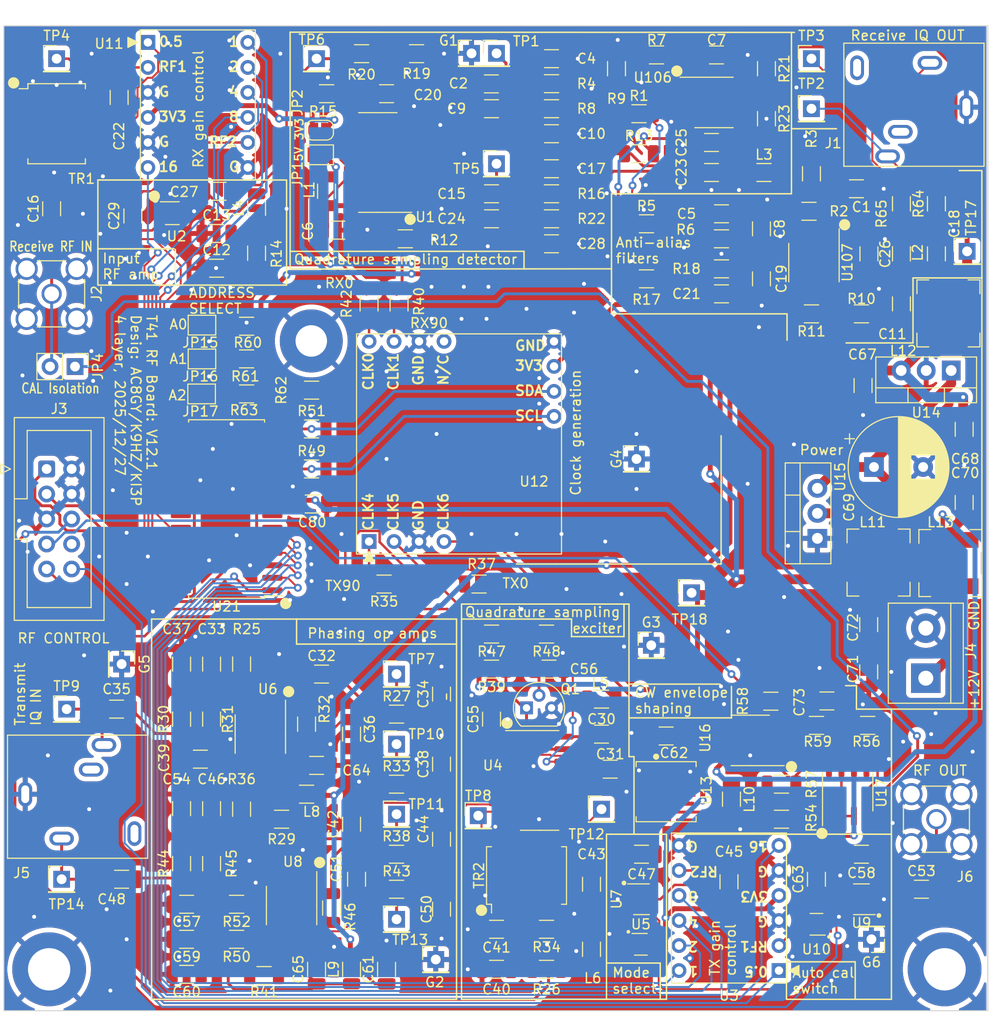
<source format=kicad_pcb>
(kicad_pcb (version 20241229) (generator "pcbnew") (generator_version "9.0")
  (layers (0 "F.Cu" signal) (4 "In1.Cu" signal) (6 "In2.Cu" signal) (2 "B.Cu" signal) (13 "F.Paste" user) (15 "B.Paste" user) (5 "F.SilkS" user "F.Silkscreen") (7 "B.SilkS" user "B.Silkscreen") (1 "F.Mask" user) (3 "B.Mask" user) (25 "Edge.Cuts" user))
  (net 0 "")
  (net 1 "GND")
  (net 2 "+12V")
  (net 3 "+5V")
  (net 4 "Net-(C1-Pad2)")
  (net 5 "+3V3")
  (net 6 "Net-(C2-Pad1)")
  (net 7 "Net-(U1-1B1)")
  (net 8 "/Q_out")
  (net 9 "Net-(C5-Pad1)")
  (net 10 "Net-(C5-Pad2)")
  (net 11 "Net-(U106C-V+)")
  (net 12 "Net-(U107A-+)")
  (net 13 "/RXTX")
  (net 14 "/CW on{slash}off")
  (net 15 "/Cal")
  (net 16 "Net-(C10-Pad2)")
  (net 17 "Net-(U1-1B4)")
  (net 18 "Net-(C11-Pad2)")
  (net 19 "/I_out")
  (net 20 "Net-(C21-Pad1)")
  (net 21 "Net-(C15-Pad1)")
  (net 22 "Net-(U1-1B2)")
  (net 23 "/RFIN")
  (net 24 "Net-(C16-Pad2)")
  (net 25 "Net-(U107B-+)")
  (net 26 "Net-(C20-Pad2)")
  (net 27 "Net-(C21-Pad2)")
  (net 28 "Net-(C22-Pad1)")
  (net 29 "Net-(U1-1A)")
  (net 30 "Net-(C24-Pad1)")
  (net 31 "Net-(U1-1B3)")
  (net 32 "Net-(U107C-V+)")
  (net 33 "Net-(U2-OUT)")
  (net 34 "Net-(U3-RF2)")
  (net 35 "Net-(U11-RF1)")
  (net 36 "Net-(U4-VCC)")
  (net 37 "/ExciterEnable")
  (net 38 "Net-(C32-Pad1)")
  (net 39 "Net-(C32-Pad2)")
  (net 40 "Net-(U6A--)")
  (net 41 "Net-(Q1-G)")
  (net 42 "Net-(U4-1B4)")
  (net 43 "Net-(C35-Pad1)")
  (net 44 "Net-(C35-Pad2)")
  (net 45 "Net-(C36-Pad1)")
  (net 46 "Net-(C36-Pad2)")
  (net 47 "Net-(C37-Pad1)")
  (net 48 "Net-(U4-1B1)")
  (net 49 "Net-(U6A-+)")
  (net 50 "Net-(C40-Pad2)")
  (net 51 "Net-(C42-Pad1)")
  (net 52 "Net-(C42-Pad2)")
  (net 53 "Net-(C43-Pad1)")
  (net 54 "Net-(U7-RF1)")
  (net 55 "Net-(U4-1B3)")
  (net 56 "Net-(U2-IN)")
  (net 57 "Net-(U11-RF2)")
  (net 58 "Net-(U8A--)")
  (net 59 "Net-(U13-OUT)")
  (net 60 "Net-(U7-RF2)")
  (net 61 "Net-(C48-Pad1)")
  (net 62 "Net-(C48-Pad2)")
  (net 63 "Net-(U7-RFC)")
  (net 64 "Net-(U4-1B2)")
  (net 65 "Net-(C51-Pad1)")
  (net 66 "Net-(C51-Pad2)")
  (net 67 "Net-(U9-RF1)")
  (net 68 "Net-(J6-In)")
  (net 69 "Net-(C54-Pad1)")
  (net 70 "Net-(U9-RF2)")
  (net 71 "Net-(U13-IN)")
  (net 72 "Net-(U3-RF1)")
  (net 73 "Net-(U9-RFC)")
  (net 74 "Net-(U6C-V+)")
  (net 75 "Net-(U8C-V+)")
  (net 76 "Net-(U14-VO)")
  (net 77 "Net-(U15-VO)")
  (net 78 "Net-(U16A-+)")
  (net 79 "Net-(U12-CLK6)")
  (net 80 "Net-(U12-CLK4)")
  (net 84 "/SCL")
  (net 85 "/SDA")
  (net 86 "/X Mode")
  (net 90 "Net-(U1-VCC)")
  (net 91 "Net-(L4-Pad1)")
  (net 92 "Net-(L6-Pad2)")
  (net 93 "Net-(U12-CLK5)")
  (net 94 "Net-(L10-Pad1)")
  (net 95 "Net-(U106A--)")
  (net 96 "Net-(R1-Pad2)")
  (net 97 "Net-(U107A--)")
  (net 98 "Net-(U106A-+)")
  (net 99 "Net-(U107B--)")
  (net 100 "Net-(U1-1~{OE})")
  (net 101 "Net-(U106B--)")
  (net 102 "Net-(R13-Pad2)")
  (net 103 "Net-(U106B-+)")
  (net 104 "/RC16")
  (net 105 "Net-(U6B--)")
  (net 106 "Net-(U4-S1)")
  (net 107 "Net-(U4-S0)")
  (net 108 "Net-(U1-S1)")
  (net 109 "Net-(U8B--)")
  (net 110 "Net-(U1-S0)")
  (net 111 "Net-(U12-CLK1)")
  (net 112 "Net-(R54-Pad2)")
  (net 113 "Net-(U12-CLK0)")
  (net 114 "/TC16")
  (net 115 "Net-(U17-ADJ)")
  (net 116 "Net-(U16A--)")
  (net 117 "Net-(U21-~{RESET})")
  (net 118 "Net-(U4-1A)")
  (net 119 "Net-(U4-2A)")
  (net 120 "/RC8")
  (net 121 "/RC4")
  (net 122 "/RC2")
  (net 123 "/RC1")
  (net 124 "/RC0.5")
  (net 125 "Net-(U7-V2)")
  (net 126 "Net-(U9-V1)")
  (net 127 "/TC8")
  (net 128 "/TC4")
  (net 129 "/TC2")
  (net 130 "/TC1")
  (net 131 "/TC0.5")
  (net 139 "Net-(J4-Pin_1)")
  (net 141 "Net-(JP15-B)")
  (net 142 "Net-(JP16-B)")
  (net 143 "Net-(JP17-B)")
  (net 144 "Net-(JP1-A)")
  (net 147 "Net-(J2-In)")
  (footprint "Capacitor_SMD:C_1206_3216Metric" (layer "F.Cu") (at 82.296 115.824)
    (property "Reference" "C32")
    (property "Value" "10uF 50V")
  )
  (footprint "Resistor_SMD:R_1206_3216Metric" (layer "F.Cu") (at 78.232 130.556)
    (property "Reference" "R29")
    (property "Value" "10k 1%")
  )
  (footprint "Capacitor_SMD:C_1206_3216Metric" (layer "F.Cu") (at 94.488 132.588 90)
    (property "Reference" "C44")
    (property "Value" "0.2uF 50V")
  )
  (footprint "Capacitor_SMD:C_1206_3216Metric" (layer "F.Cu") (at 94.488 117.856 90)
    (property "Reference" "C34")
    (property "Value" "0.2uF 50V")
  )
  (footprint "Resistor_SMD:R_1206_3216Metric" (layer "F.Cu") (at 132.08 79.248 180)
    (property "Reference" "R11")
    (property "Value" "5k1")
  )
  (footprint "Capacitor_SMD:C_1206_3216Metric" (layer "F.Cu") (at 69.977 124.46 180)
    (property "Reference" "C39")
    (property "Value" "10uF 50V")
  )
  (footprint "Connector_IDC:IDC-Header_2x05_P2.54mm_Vertical" (layer "F.Cu") (at 54.356 94.996)
    (property "Reference" "J3")
    (property "Value" "RFControl")
  )
  (footprint "Connector_PinHeader_2.54mm:PinHeader_1x01_P2.54mm_Vertical" (layer "F.Cu") (at 89.916 130.048)
    (property "Reference" "TP11")
    (property "Value" "TestPoint")
  )
  (footprint "Resistor_SMD:R_1206_3216Metric" (layer "F.Cu") (at 127.254 64.897)
    (property "Reference" "L3")
    (property "Value" "FB")
  )
  (footprint "Package_SO:SOIC-8_3.9x4.9mm_P1.27mm" (layer "F.Cu") (at 122.174 57.785)
    (property "Reference" "U106")
    (property "Value" "AD8599")
  )
  (footprint "Resistor_SMD:R_1206_3216Metric" (layer "F.Cu") (at 86.36 52.832 180)
    (property "Reference" "R20")
    (property "Value" "10k")
  )
  (footprint "Capacitor_SMD:C_1206_3216Metric" (layer "F.Cu") (at 141.224 78.232 -90)
    (property "Reference" "C11")
    (property "Value" "10uF 50V")
  )
  (footprint "Resistor_SMD:R_1206_3216Metric" (layer "F.Cu") (at 110.744 118.364 180)
    (property "Reference" "L5")
    (property "Value" "FB")
  )
  (footprint "Capacitor_SMD:C_1206_3216Metric" (layer "F.Cu") (at 71.12 114.808 -90)
    (property "Reference" "C33")
    (property "Value" "2.2nF 50V")
  )
  (footprint "Resistor_SMD:R_1206_3216Metric" (layer "F.Cu") (at 76.454 146.431)
    (property "Reference" "R41")
    (property "Value" "10k 1%")
  )
  (footprint "Capacitor_SMD:C_1206_3216Metric" (layer "F.Cu") (at 144.78 73.152 90)
    (property "Reference" "C18")
    (property "Value" "0.1uF 50V")
  )
  (footprint "Resistor_SMD:R_1206_3216Metric" (layer "F.Cu") (at 127.9545 118.575 180)
    (property "Reference" "R58")
    (property "Value" "51k")
  )
  (footprint "Capacitor_SMD:C_1206_3216Metric" (layer "F.Cu") (at 81.788 145.796 90)
    (property "Reference" "C65")
    (property "Value" "0.1uF 50V")
  )
  (footprint "Resistor_SMD:R_1206_3216Metric" (layer "F.Cu") (at 75.692 73.0905 90)
    (property "Reference" "R14")
    (property "Value" "36R5")
  )
  (footprint "Capacitor_SMD:C_1206_3216Metric" (layer "F.Cu") (at 111.633 125.476)
    (property "Reference" "C31")
    (property "Value" "0.1uF 50V")
  )
  (footprint "Resistor_SMD:R_1206_3216Metric" (layer "F.Cu") (at 81.28 94.996)
    (property "Reference" "R49")
    (property "Value" "2k2")
  )
  (footprint "Connector_Coaxial:SMA_Amphenol_901-144_Vertical" (layer "F.Cu") (at 144.78 130.556 180)
    (property "Reference" "J6")
    (property "Value" "RF_OUT")
  )
  (footprint "Capacitor_SMD:C_1206_3216Metric" (layer "F.Cu") (at 137.325 86.525 -90)
    (property "Reference" "C67")
    (property "Value" "10uF 50V")
  )
  (footprint "Capacitor_SMD:C_1206_3216Metric" (layer "F.Cu") (at 71.628 71.0875)
    (property "Reference" "C13")
    (property "Value" "0.1uF 50V")
  )
  (footprint "Resistor_SMD:R_1206_3216Metric" (layer "F.Cu") (at 144.78 68.072 90)
    (property "Reference" "R64")
    (property "Value" "0")
  )
  (footprint "Resistor_SMD:R_1206_3216Metric" (layer "F.Cu") (at 105.156 145.796)
    (property "Reference" "R26")
    (property "Value" "2k2")
  )
  (footprint "Capacitor_SMD:C_1206_3216Metric" (layer "F.Cu") (at 100.076 141.732 180)
    (property "Reference" "C41")
    (property "Value" "10uF 50V")
  )
  (footprint "Resistor_SMD:R_1206_3216Metric" (layer "F.Cu") (at 99.568 111.76 180)
    (property "Reference" "R47")
    (property "Value" "10k")
  )
  (footprint "Connector_PinHeader_2.54mm:PinHeader_1x01_P2.54mm_Vertical" (layer "F.Cu") (at 97.536 52.8)
    (property "Reference" "G1")
    (property "Value" "TestPoint")
  )
  (footprint "MountingHole:MountingHole_3.2mm_M3_Pad" (layer "F.Cu") (at 81.25 82)
    (property "Reference" "H1" (hide yes))
    (property "Value" "~")
  )
  (footprint "Package_SO:SOIC-8_3.9x4.9mm_P1.27mm" (layer "F.Cu") (at 125.857 122.555 180)
    (property "Reference" "U16")
    (property "Value" "LM358B")
  )
  (footprint "Capacitor_SMD:C_1206_3216Metric" (layer "F.Cu") (at 143.256 137.668)
    (property "Reference" "C53")
    (property "Value" "0.1uF 50V")
  )
  (footprint "Resistor_SMD:R_1206_3216Metric" (layer "F.Cu") (at 114.554 62.992)
    (property "Reference" "R13")
    (property "Value" "2k")
  )
  (footprint "Capacitor_SMD:C_1206_3216Metric" (layer "F.Cu") (at 88.9 56.896 180)
    (property "Reference" "C20")
    (property "Value" "0.1uF 50V")
  )
  (footprint "Resistor_SMD:R_1206_3216Metric" (layer "F.Cu") (at 105.156 111.76)
    (property "Reference" "R48")
    (property "Value" "100k")
  )
  (footprint "T41_Library:Jack_3.5mm_STX-3081_Horizontal" (layer "F.Cu") (at 147.818601 58.2636 90)
    (property "Reference" "J1")
    (property "Value" "IQ_Out")
  )
  (footprint "Capacitor_SMD:C_1206_3216Metric" (layer "F.Cu") (at 127 75.692 90)
    (property "Reference" "C19")
    (property "Value" "180pF 50V")
  )
  (footprint "MountingHole:MountingHole_4.3mm_M4_DIN965_Pad" (layer "F.Cu") (at 145.61 145.796)
    (property "Reference" "H6" (hide yes))
    (property "Value" "~" (hide yes))
  )
  (footprint "Connector_PinHeader_2.54mm:PinHeader_1x01_P2.54mm_Vertical" (layer "F.Cu") (at 138.176 142.748 180)
    (property "Reference" "G6")
    (property "Value" "TestPoint")
  )
  (footprint "Resistor_SMD:R_1206_3216Metric" (layer "F.Cu") (at 80.772 128.016)
    (property "Reference" "L8")
    (property "Value" "FB")
  )
  (footprint "Capacitor_SMD:C_1206_3216Metric" (layer "F.Cu") (at 121.92 64.897)
    (property "Reference" "C23")
    (property "Value" "0.1uF 50V")
  )
  (footprint "MountingHole:MountingHole_4.3mm_M4_DIN965_Pad" (layer "F.Cu") (at 54.61 145.796)
    (property "Reference" "H5" (hide yes))
    (property "Value" "~")
  )
  (footprint "Capacitor_SMD:C_1206_3216Metric" (layer "F.Cu") (at 105.41 115.316 180)
    (property "Reference" "C56")
    (property "Value" "0.1uF 50V")
  )
  (footprint "Resistor_SMD:R_1206_3216Metric" (layer "F.Cu") (at 99.568 115.316 180)
    (property "Reference" "R39")
    (property "Value" "10k")
  )
  (footprint "Capacitor_SMD:C_1206_3216Metric" (layer "F.Cu") (at 105.664 53.34 180)
    (property "Reference" "C4")
    (property "Value" "10nF 50V")
  )
  (footprint "Capacitor_SMD:C_1206_3216Metric" (layer "F.Cu") (at 68.58 139.192 180)
    (property "Reference" "C57")
    (property "Value" "10uF 50V")
  )
  (footprint "Resistor_SMD:R_1206_3216Metric" (layer "F.Cu") (at 89.916 127)
    (property "Reference" "R33")
    (property "Value" "49R9 1%")
  )
  (footprint "Capacitor_SMD:C_1206_3216Metric" (layer "F.Cu") (at 68.072 114.808 90)
    (property "Reference" "C37")
    (property "Value" "10nF 50V")
  )
  (footprint "Resistor_SMD:R_1206_3216Metric" (layer "F.Cu") (at 122.936 74.676)
    (property "Reference" "R18")
    (property "Value" "5k1")
  )
  (footprint "Resistor_SMD:R_1206_3216Metric" (layer "F.Cu") (at 109.728 143.764 -90)
    (property "Reference" "L6")
    (property "Value" "FB")
  )
  (footprint "Resistor_SMD:R_1206_3216Metric" (layer "F.Cu") (at 131.826 68.834)
    (property "Reference" "R2")
    (property "Value" "5k1")
  )
  (footprint "Capacitor_SMD:C_1206_3216Metric" (layer "F.Cu") (at 68.072 129.4785 90)
    (property "Reference" "C54")
    (property "Value" "10nF 50V")
  )
  (footprint "Resistor_SMD:R_1206_3216Metric" (layer "F.Cu") (at 83.312 139.573 -90)
    (property "Reference" "R46")
    (property "Value" "10k 1%")
  )
  (footprint "Capacitor_SMD:C_1206_3216Metric" (layer "F.Cu") (at 137.9 115.6 -90)
    (property "Reference" "C71")
    (property "Value" "10uF 50V")
  )
  (footprint "Capacitor_SMD:C_1206_3216Metric" (layer "F.Cu") (at 122.936 69.088 180)
    (property "Reference" "C5")
    (property "Value" "105pF 50V")
  )
  (footprint "Package_SO:SOIC-8_3.9x4.9mm_P1.27mm" (layer "F.Cu") (at 76.073 121.92 -90)
    (property "Reference" "U6")
    (property "Value" "MC33078")
  )
  (footprint "Resistor_SMD:R_1206_3216Metric" (layer "F.Cu") (at 80.772 120.904 -90)
    (property "Reference" "R32")
    (property "Value" "10k 1%")
  )
  (footprint "Resistor_SMD:R_1206_3216Metric" (layer "F.Cu") (at 81.28 90.932)
    (property "Reference" "R51")
    (property "Value" "2k2")
  )
  (footprint "Resistor_SMD:R_1206_3216Metric" (layer "F.Cu") (at 74.168 114.808 90)
    (property "Reference" "R25")
    (property "Value" "10k 1%")
  )
  (footprint "Resistor_SMD:R_1206_3216Metric" (layer "F.Cu") (at 74.676 87.376)
    (property "Reference" "R63")
    (property "Value" "2k2")
  )
  (footprint "Resistor_SMD:R_1206_3216Metric" (layer "F.Cu") (at 91.948 52.832)
    (property "Reference" "R19")
    (property "Value" "500R")
  )
  (footprint "Resistor_SMD:R_1206_3216Metric" (layer "F.Cu") (at 90.805 71.628)
    (property "Reference" "R12")
    (property "Value" "10k")
  )
  (footprint "T41_Library:Jack_3.5mm_STX-3081_Horizontal" (layer "F.Cu") (at 52.18 128.02 -90)
    (property "Reference" "J5")
    (property "Value" "IQ_In")
  )
  (footprint "Capacitor_SMD:C_1206_3216Metric" (layer "F.Cu") (at 99.55 55.9 180)
    (property "Reference" "C2")
    (property "Value" "1uF 50V")
  )
  (footprint "Resistor_SMD:R_1206_3216Metric" (layer "F.Cu") (at 85.344 145.796 90)
    (property "Reference" "L9")
    (property "Value" "FB")
  )
  (footprint "Capacitor_SMD:C_1206_3216Metric" (layer "F.Cu") (at 110.744 121.92 180)
    (property "Reference" "C30")
    (property "Value" "0.1uF 50V")
  )
  (footprint "Resistor_SMD:R_1206_3216Metric" (layer "F.Cu") (at 141.224 73.152 90)
    (property "Reference" "L2")
    (property "Value" "FB")
  )
  (footprint "Capacitor_SMD:C_1206_3216Metric" (layer "F.Cu") (at 137.9 110.8 90)
    (property "Reference" "C72")
    (property "Value" "0.1uF 50V")
  )
  (footprint "Resistor_SMD:R_1206_3216Metric" (layer "F.Cu") (at 137.795 121.031 180)
    (property "Reference" "R56")
    (property "Value" "1k8")
  )
  (footprint "Resistor_SMD:R_1206_3216Metric" (layer "F.Cu") (at 98.298 106.68 180)
    (property "Reference" "R37")
    (property "Value" "0")
  )
  (footprint "Package_SO:SOIC-28W_7.5x17.9mm_P1.27mm" (layer "F.Cu") (at 72.644 99.06 180)
    (property "Reference" "U21")
    (property "Value" "MCP23017_SO")
  )
  (footprint "Capacitor_SMD:C_1206_3216Metric" (layer "F.Cu") (at 109.728 137.16 90)
    (property "Reference" "C43")
    (property "Value" "0.1uF 50V")
  )
  (footprint "Capacitor_SMD:C_1206_3216Metric" (layer "F.Cu") (at 71.882 66.802)
    (property "Reference" "C27")
    (property "Value" "0.1uF 50V")
  )
  (footprint "Capacitor_SMD:C_1206_3216Metric" (layer "F.Cu") (at 105.664 60.96 180)
    (property "Reference" "C10")
    (property "Value" "10nF 50V")
  )
  (footprint "Capacitor_SMD:C_1206_3216Metric" (layer "F.Cu") (at 147.6 98.4 90)
    (property "Reference" "C70")
    (property "Value" "0.1uF 50V")
  )
  (footprint "Connector_PinHeader_2.54mm:PinHeader_1x01_P2.54mm_Vertical" (layer "F.Cu") (at 81.788 53.34)
    (property "Reference" "TP6")
    (property "Value" "TestPoint")
  )
  (footprint "Resistor_SMD:R_1206_3216Metric" (layer "F.Cu") (at 122.936 71.628)
    (property "Reference" "R6")
    (property "Value" "5k1")
  )
  (footprint "Resistor_SMD:R_1206_3216Metric" (layer "F.Cu") (at 116.332 52.959 180)
    (property "Reference" "R7")
    (property "Value" "10k")
  )
  (footprint "Capacitor_SMD:C_1206_3216Metric" (layer "F.Cu") (at 105.664 64.516 180)
    (property "Reference" "C17")
    (property "Value" "10nF 50V")
  )
  (footprint "Resistor_SMD:R_1206_3216Metric" (layer "F.Cu") (at 81.28 86.995)
    (property "Reference" "R62")
    (property "Value" "2k2")
  )
  (footprint "Resistor_SMD:R_1206_3216Metric" (layer "F.Cu") (at 89.916 119.888)
    (property "Reference" "R27")
    (property "Value" "49R9 1%")
  )
  (footprint "Resistor_SMD:R_1206_3216Metric" (layer "F.Cu") (at 90.17 78.232 90)
    (property "Reference" "R40")
    (property "Value" "0")
  )
  (footprint "T41_Library:SOT-SC70" (layer "F.Cu") (at 132.588 141.224 180)
    (property "Reference" "U10")
    (property "Value" "SN74LVC1G04DCK")
  )
  (footprint "Package_SO:SOIC-8_3.9x4.9mm_P1.27mm" (layer "F.Cu") (at 135.763 127.762 90)
    (property "Reference" "U17")
    (property "Value" "LM317L")
  )
  (footprint "Resistor_SMD:R_1206_3216Metric" (layer "F.Cu") (at 115.316 70.104)
    (property "Reference" "R5")
    (property "Value" "5k1")
  )
  (footprint "T41_Library:T41_DualClock_Daughter" (layer "F.Cu") (at 87.122 92.202)
    (property "Reference" "U12")
    (property "Value" "T41_DualClock_Daughter")
  )
  (footprint "Capacitor_SMD:C_1206_3216Metric" (layer "F.Cu") (at 99.568 58.42 180)
    (property "Reference" "C9")
    (property "Value" "1uF 50V")
  )
  (footprint "Package_SO:SOIC-8_3.9x4.9mm_P1.27mm" (layer "F.Cu") (at 132.334 74.041 -90)
    (property "Reference" "U107")
    (property "Value" "OPA2209")
  )
  (footprint "RF_Mini-Circuits:Mini-Circuits_CD542_H2.84mm" (layer "F.Cu") (at 55.372 59.944)
    (property "Reference" "TR1")
    (property "Value" "ADT1-1")
  )
  (footprint "Connector_PinHeader_2.54mm:PinHeader_1x01_P2.54mm_Vertical" (layer "F.Cu") (at 119.9 107.575)
    (property "Reference" "TP18")
    (property "Value" "TestPoint")
  )
  (footprint "Capacitor_SMD:C_1206_3216Metric" (layer "F.Cu") (at 85.344 131.064 90)
    (property "Reference" "C42")
    (property "Value" "10uF 50V")
  )
  (footprint "Capacitor_SMD:C_1206_3216Metric" (layer "F.Cu") (at 99.568 67.056 180)
    (property "Reference" "C15")
    (property "Value" "1uF 50V")
  )
  (footprint "Capacitor_SMD:C_1206_3216Metric" (layer "F.Cu") (at 132.588 136.652 90)
    (property "Reference" "C63")
    (property "Value" "0.1uF 50V")
  )
  (footprint "Capacitor_SMD:C_1206_3216Metric" (layer "F.Cu") (at 71.628 74.6145)
    (property "Reference" "C12")
    (property "Value" "10uF 50V")
  )
  (footprint "Resistor_SMD:R_1206_3216Metric" (layer "F.Cu") (at 105.664 69.596)
    (property "Reference" "R22")
    (property "Value" "100R")
  )
  (footprint "Resistor_SMD:R_1206_3216Metric" (layer "F.Cu") (at 137.16 79.248 180)
    (property "Reference" "R10")
    (property "Value" "5k1")
  )
  (footprint "Package_TO_SOT_THT:TO-220-3_Vertical" (layer "F.Cu") (at 132.685 102.04 90)
    (property "Reference" "U15")
    (property "Value" "LM1117T-3.3")
  )
  (footprint "Capacitor_SMD:C_1206_3216Metric" (layer "F.Cu") (at 81.788 125.095)
    (property "Reference" "C64")
    (property "Value" "0.1uF 50V")
  )
  (footprint "Package_SO:SOIC-16_3.9x9.9mm_P1.27mm" (layer "F.Cu") (at 88.011 63.881 180)
    (property "Reference" "U1")
    (property "Value" "74CBTLV3253DR")
  )
  (footprint "Capacitor_SMD:C_1206_3216Metric" (layer "F.Cu") (at 117.31 122.108 180)
    (property "Reference" "C62")
    (property "Value" "0.1uF 50V")
  )
  (footprint "T41_Library:Mini-Circuits_WW107" (layer "F.Cu") (at 117.31 127.762 180)
    (property "Reference" "U13")
    (property "Value" "MAR-3SM+")
  )
  (footprint "Capacitor_SMD:C_1206_3216Metric" (layer "F.Cu") (at 105.664 72.136 180)
    (property "Reference" "C28")
    (property "Value" "10nF 50V")
  )
  (footprint "Capacitor_SMD:C_1206_3216Metric" (layer "F.Cu") (at 94.488 124.968 90)
    (property "Reference" "C38")
    (property "Value" "0.2uF 50V")
  )
  (footprint "Capacitor_SMD:C_1206_3216Metric" (layer "F.Cu") (at 88.9 145.796 90)
    (property "Reference" "C61")
    (property "Value" "0.1uF 50V")
  )
  (footprint "Resistor_SMD:R_1206_3216Metric" (layer "F.Cu") (at 89.916 137.668)
    (property "Reference" "R43")
    (property "Value" "49R9 1%")
  )
  (footprint "Connector_PinHeader_2.54mm:PinHeader_1x01_P2.54mm_Vertical" (layer "F.Cu") (at 114.3 93.98)
    (property "Reference" "G4")
    (property "Value" "TestPoint")
  )
  (footprint "Connector_PinHeader_2.54mm:PinHeader_1x01_P2.54mm_Vertical" (layer "F.Cu") (at 100.076 64.008)
    (property "Reference" "TP5")
    (property "Value" "TestPoint")
  )
  (footprint "Resistor_SMD:R_1206_3216Metric" (layer "F.Cu") (at 87.122 78.232 90)
    (property "Reference" "R42")
    (property "Value" "0")
  )
  (footprint "Capacitor_SMD:C_1206_3216Metric" (layer "F.Cu") (at 127 70.612 -90)
    (property "Reference" "C8")
    (property "Value" "180pF 50V")
  )
  (footprint "Connector_PinHeader_2.54mm:PinHeader_1x01_P2.54mm_Vertical" (layer "F.Cu") (at 55.372 53.34)
    (property "Reference" "TP4")
    (property "Value" "TestPoint")
  )
  (footprint "Resistor_SMD:R_1206_3216Metric" (layer "F.Cu") (at 74.676 83.82)
    (property "Reference" "R61")
    (property "Value" "2k2")
  )
  (footprint "Resistor_SMD:R_1206_3216Metric" (layer "F.Cu") (at 82.804 56.896)
    (property "Reference" "R15")
    (property "Value" "500R")
  )
  (footprint "Resistor_SMD:R_1206_3216Metric" (layer "F.Cu") (at 129.032 127)
    (property "Reference" "R57")
    (property "Value" "330R")
  )
  (footprint "Resistor_SMD:R_1206_3216Metric" (layer "F.Cu") (at 75.692 68.5185 90)
    (property "Reference" "L4")
    (property "Value" "1.5uH")
  )
  (footprint "Resistor_SMD:R_1206_3216Metric" (layer "F.Cu") (at 73.66 139.192 180)
    (property "Reference" "R52")
    (property "Value" "2k2")
  )
  (footprint "Resistor_SMD:R_1206_3216Metric" (layer "F.Cu") (at 74.168 129.54 90)
    (property "Reference" "R36")
    (property "Value" "10k 1%")
  )
  (footprint "Resistor_SMD:R_1206_3216Metric" (layer "F.Cu") (at 82.8 66.8 -90)
    (property "Reference" "L1")
    (property "Value" "FB")
  )
  (footprint "Package_TO_SOT_THT:TO-92" (layer "F.Cu") (at 103.124 119.253)
    (property "Reference" "Q1")
    (property "Value" "BS170")
  )
  (footprint "Capacitor_SMD:C_1206_3216Metric" (layer "F.Cu") (at 99.568 120.396 90)
    (property "Reference" "C55")
    (property "Value" "0.1uF 50V")
  )
  (footprint "Resistor_SMD:R_1206_3216Metric" (layer "F.Cu") (at 89.916 134.112)
    (property "Reference" "R38")
    (property "Value" "49R9 1%")
  )
  (footprint "Capacitor_SMD:C_1206_3216Metric" (layer "F.Cu") (at 85.344 121.92 -90)
    (property "Reference" "C36")
    (property "Value" "10uF 50V")
  )
  (footprint "Connector_PinHeader_2.54mm:PinHeader_1x01_P2.54mm_Vertical" (layer "F.Cu") (at 89.916 140.716)
    (property "Reference" "TP13")
    (property "Value" "TestPoint")
  )
  (footprint "Resistor_SMD:R_1206_3216Metric" (layer "F.Cu") (at 129.032 130.556)
    (property "Reference" "R54")
    (property "Value" "100R")
  )
  (footprint "Resistor_SMD:R_1206_3216Metric" (layer "F.Cu") (at 141.224 68.072 90)
    (property "Reference" "R65")
    (property "Value" "0")
  )
  (footprint "Resistor_SMD:R_1206_3216Metric" (layer "F.Cu") (at 73.66 142.748)
    (property "Reference" "R50")
    (property "Value" "2k2")
  )
  (footprint "Connector_PinHeader_2.54mm:PinHeader_1x01_P2.54mm_Vertical" (layer "F.Cu") (at 89.916 115.824)
    (property "Reference" "TP7")
    (property "Value" "TestPoint")
  )
  (footprint "RF_Mini-Circuits:Mini-Circuits_CD542_H2.84mm" (layer "F.Cu") (at 103.124 136.271 90)
    (property "Reference" "TR2")
    (property "Value" "ADT2-1T")
  )
  (footprint "Inductor_SMD:L_Bourns-SRN6028" (layer "F.Cu") (at 146 79.2 90)
    (property "Reference" "L12")
    (property "Value" "10uH 20%")
  )
  (footprint "Resistor_SMD:R_1206_3216Metric" (layer "F.Cu") (at 71.12 120.396 -90)
    (property "Reference" "R31")
    (property "Value" "2k2 1%")
  )
  (footprint "Resistor_SMD:R_1206_3216Metric" (layer "F.Cu") (at 114.554 58.928)
    (property "Reference" "R1")
    (property "Value" "2k")
  )
  (footprint "Connector_PinHeader_2.54mm:PinHeader_1x01_P2.54mm_Vertical" (layer "F.Cu") (at 100.076 52.8)
    (property "Reference" "TP1")
    (property "Value" "TestPoint")
  )
  (footprint "Package_TO_SOT_THT:TO-220-3_Vertical" (layer "F.Cu") (at 146.28 85 180)
    (property "Reference" "U14")
    (property "Value" "LM7805CT")
  )
  (footprint "T41_Library:T41_Attenuator_Daughter" (layer "F.Cu") (at 69.723 51.689 -90)
    (property "Reference" "U11")
    (property "Value" "T41_Attenuator_Daughter")
  )
  (footprint "Capacitor_SMD:C_1206_3216Metric" (layer "F.Cu") (at 61.976 136.652 180)
    (property "Reference" "C48")
    (property "Value" "10uF 50V")
  )
  (footprint "Connector_PinHeader_2.54mm:PinHeader_1x01_P2.54mm_Vertical" (layer "F.Cu") (at 132.08 53.34)
    (property "Reference" "TP3")
    (property "Value" "TestPoint")
  )
  (footprint "Connector_PinHeader_2.54mm:PinHeader_1x01_P2.54mm_Vertical" (layer "F.Cu") (at 132.08 58.42)
    (property "Reference" "TP2")
    (property "Value" "TestPoint")
  )
  (footprint "Resistor_SMD:R_1206_3216Metric" (layer "F.Cu") (at 68.072 120.396 90)
    (property "Reference" "R30")
    (property "Value" "10k")
  )
  (footprint "Connector_PinHeader_2.54mm:PinHeader_1x01_P2.54mm_Vertical" (layer "F.Cu") (at 147.9 72.9)
    (property "Reference" "TP17")
    (property "Value" "TestPoint")
  )
  (footprint "Resistor_SMD:R_1206_3216Metric" (layer "F.Cu") (at 105.156 141.732 180)
    (property "Reference" "R34")
    (property "Value" "2k2")
  )
  (footprint "Capacitor_SMD:C_1206_3216Metric" (layer "F.Cu") (at 85.852 136.652 90)
    (property "Reference" "C51")
    (property "Value" "10uF 50V")
  )
  (footprint "Capacitor_SMD:C_1206_3216Metric" (layer "F.Cu") (at 122.936 77.216 180)
    (property "Reference" "C21")
    (property "Value" "105pF 50V")
  )
  (footprint "Connector_PinHeader_2.54mm:PinHeader_1x01_P2.54mm_Vertical" (layer "F.Cu") (at 61.976 114.808 -90)
    (property "Reference" "G5")
    (property "Value" "TestPoint")
  )
  (footprint "Capacitor_SMD:C_1206_3216Metric" (layer "F.Cu") (at 61.468 119.38 180)
    (property "Reference" "C35")
    (property "Value" "10uF 50V")
  )
  (footprint "Connector_PinHeader_2.54mm:PinHeader_1x01_P2.54mm_Vertical" (layer "F.Cu") (at 55.88 136.652)
    (property "Reference" "TP14")
    (property "Value" "TestPoint")
  )
  (footprint "Package_SO:SOIC-8_3.9x4.9mm_P1.27mm" (layer "F.Cu") (at 79.248 139.319 -90)
    (property "Reference" "U8")
    (property "Value" "MC33078")
  )
  (footprint "Capacitor_SMD:C_1206_3216Metric" (layer "F.Cu") (at 81.346 98.552 180)
    (property "Reference" "C80")
    (property "Value" "0.1uF 50V")
  )
  (footprint "Resistor_SMD:R_1206_3216Metric" (layer "F.Cu") (at 123.952 128.524 -90)
    (property "Reference" "L10")
    (property "Value" "1.5uH")
  )
  (footprint "TerminalBlock:TerminalBlock_bornier-2_P5.08mm" (layer "F.Cu") (at 143.7 116.24 90)
    (property "Reference" "J4")
    (property "Value" "12-13.8V")
  )
  (footprint "Resistor_SMD:R_1206_3216Metric" (layer "F.Cu") (at 132.588 121.031)
    (property "Reference" "R59")
    (property "Value" "1k2")
  )
  (footprint "Resistor_SMD:R_1206_3216Metric" (layer "F.Cu") (at 127.508 59.436 -90)
    (property "Reference" "R23")
    (property "Value" "10k")
  )
  (footprint "Capacitor_THT:CP_Radial_D10.0mm_P5.00mm" (layer "F.Cu") (at 138.432323 94.8)
    (property "Reference" "C69")
    (property "Value" "470uF 25V")
  )
  (footprint "Jumper:SolderJumper-2_P1.3mm_Open_TrianglePad1.0x1.5mm" (layer "F.Cu") (at 70.141 83.826)
    (property "Reference" "JP16")
    (property "Value" "SolderJumper_2_Open" (hide yes))
  )
  (footprint "Capacitor_SMD:C_1206_3216Metric" (layer "F.Cu") (at 147.6 90.975 -90)
    (property "Reference" "C68")
    (property "Value" "0.1uF 50V")
  )
  (footprint "Connector_PinHeader_2.54mm:PinHeader_1x01_P2.54mm_Vertical" (layer "F.Cu") (at 56.388 119.38)
    (property "Reference" "TP9")
    (property "Value" "TestPoint")
  )
  (footprint "Capacitor_SMD:C_1206_3216Metric" (layer "F.Cu") (at 61.722 57.277 90)
    (property "Reference" "C22")
    (property "Value" "0.1uF 50V")
  )
  (footprint "Jumper:SolderJumper-2_P1.3mm_Open_TrianglePad1.0x1.5mm" (layer "F.Cu") (at 70.104 87.376)
    (property "Reference" "JP17")
    (property "Value" "SolderJumper_2_Open" (hide yes))
  )
  (footprint "Jumper:SolderJumper-2_P1.3mm_Open_TrianglePad1.0x1.5mm" (layer "F.Cu") (at 82.1 63.1)
    (property "Reference" "JP1")
    (property "Value" "SolderJumper_2_Open")
  )
  (footprint "Capacitor_SMD:C_1206_3216Metric" (layer "F.Cu") (at 122.428 52.959 180)
    (property "Reference" "C7")
    (property "Value" "0.1uF 50V")
  )
  (footprint "Resistor_SMD:R_1206_3216Metric" (layer "F.Cu") (at 127.508 54.356 -90)
    (property "Reference" "R21")
    (property "Value" "10k")
  )
  (footprint "Resistor_SMD:R_1206_3216Metric" (layer "F.Cu") (at 88.646 106.68 180)
    (property "Reference" "R35")
    (property "Value" "0")
  )
  (footprint "Resistor_SMD:R_1206_3216Metric" (layer "F.Cu") (at 74.676 80.506)
    (property "Reference" "R60")
    (property "Value" "2k2")
  )
  (footprint "Capacitor_SMD:C_1206_3216Metric" (layer "F.Cu") (at 137.16 134.112)
    (property "Reference" "C58")
    (property "Value" "0.1uF 50V")
  )
  (footprint "Connector_PinHeader_2.54mm:PinHeader_1x02_P2.54mm_Vertical" (layer "F.Cu") (at 57.24 84.6 -90)
    (property "Reference" "JP4")
    (property "Value" "CAL isolation")
  )
  (footprint "Connector_PinHeader_2.54mm:PinHeader_1x01_P2.54mm_Vertical" (layer "F.Cu") (at 98.2218 130.2004)
    (property "Reference" "TP8")
    (property "Value" "TestPoint")
  )
  (footprint "Capacitor_SMD:C_1206_3216Metric" (layer "F.Cu") (at 137.922 73.152 90)
    (property "Reference" "C26")
    (property "Value" "0.1uF 50V")
  )
  (footprint "Resistor_SMD:R_1206_3216Metric" (layer "F.Cu") (at 132.08 65.024 -90)
    (property "Reference" "R3")
    (property "Value" "5k1")
  )
  (footprint "Inductor_SMD:L_Bourns-SRN6028" (layer "F.Cu") (at 138.9 104.5 90)
    (property "Reference" "L11")
    (property "Value" "10uH 20%")
  )
  (footprint "Package_TO_SOT_SMD:SOT-363_SC-70-6" (layer "F.Cu") (at 67.122 69.0265)
    (property "Reference" "U2")
    (property "Value" "PSA-8A+")
  )
  (footprint "Package_SO:SOIC-16_3.9x9.9mm_P1.27mm" (layer "F.Cu") (at 104.456 126.619)
    (property "Reference" "U4")
    (property "Value" "74CBTLV3253DR")
  )
  (footprint "Connector_PinHeader_2.54mm:PinHeader_1x01_P2.54mm_Vertical" (layer "F.Cu") (at 89.916 122.936)
    (property "Reference" "TP10")
    (property "Value" "TestPoint")
  )
  (footprint "Jumper:SolderJumper-2_P1.3mm_Open_TrianglePad1.0x1.5mm" (layer "F.Cu") (at 70.141 80.391)
    (property "Reference" "JP15")
    (property "Value" "SolderJumper_2_Open" (hide yes))
  )
  (footprint "Connector_PinHeader_2.54mm:PinHeader_1x01_P2.54mm_Vertical" (layer "F.Cu") (at 110.744 129.54)
    (property "Reference" "TP12")
    (property "Value" "TestPoint")
  )
  (footprint "Resistor_SMD:R_1206_3216Metric" (layer "F.Cu") (at 105.664 55.88)
    (property "Reference" "R4")
    (property "Value" "100R")
  )
  (footprint "Capacitor_SMD:C_1206_3216Metric" (layer "F.Cu") (at 121.92 61.849 180)
    (property "Reference" "C25")
    (property "Value" "0.1uF 50V")
  )
  (footprint "Capacitor_SMD:C_1206_3216Metric" (layer "F.Cu") (at 54.864 68.58 90)
    (property "Reference" "C16")
    (property "Value" "0.1uF 50V")
  )
  (footprint "Capacitor_SMD:C_1206_3216Metric" (layer "F.Cu") (at 83.95 70.75 180)
    (property "Reference" "C6")
    (property "Value" "0.1uF 50V")
  )
  (footprint "Resistor_SMD:R_1206_3216Metric" (layer "F.Cu") (at 105.664 67.056)
    (property "Reference" "R16")
    (property "Value" "100R")
  )
  (footprint "Resistor_SMD:R_1206_3216Metric" (layer "F.Cu") (at 112.268 54.356 90)
    (property "Reference" "R9")
    (property "Value" "10k")
  )
  (footprint "Resistor_SMD:R_1206_3216Metric" (layer "F.Cu") (at 105.664 58.42)
    (property "Reference" "R8")
    (property "Value" "100R")
  )
  (footprint "Capacitor_SMD:C_1206_3216Metric" (layer "F.Cu") (at 68.58 142.748)
    (property "Reference" "C59")
    (property "Value" "0.1uF 50V")
  )
  (footprint "T41_Library:SOT-SC70" (layer "F.Cu") (at 114.742 143.256)
    (property "Reference" "U5")
    (property "Value" "SN74LVC1G04DCK")
  )
  (footprint "Capacitor_SMD:C_1206_3216Metric" (layer "F.Cu") (at 100.076 145.796)
    (property "Reference" "C40")
    (property "Value" "0.1uF 50V")
  )
  (footprint "Capacitor_SMD:C_1206_3216Metric" (layer "F.Cu") (at 133.65 118.55 180)
    (property "Reference" "C73")
    (property "Value" "0.1uF 50V")
  )
  (footprint "T41_Library:MASWSS0179-SOT-26" (layer "F.Cu") (at 114.808 138.684)
    (property "Reference" "U7")
    (property "Value" "MASWSS0179")
  )
  (footprint "Resistor_SMD:R_1206_3216Metric" (layer "F.Cu") (at 71.12 135.0665 90)
    (property "Reference" "R45")
    (property "Value" "2k2 1%")
  )
  (footprint "Capacitor_SMD:C_1206_3216Metric" (layer "F.Cu") (at 63.119 69.3095 -90)
    (property "Reference" "C29")
    (property "Value" "0.1uF 50V")
  )
  (footprint "Resistor_SMD:R_1206_3216Metric" (layer "F.Cu") (at 115.316 75.692)
    (property "Reference" "R17")
    (property "Value" "5k1")
  )
  (footprint "Connector_PinHeader_2.54mm:PinHeader_1x01_P2.54mm_Vertical" (layer "F.Cu") (at 93.9 144.8)
    (property "Reference" "G2")
    (property "Value" "TestPoint")
  )
  (footprint "Resistor_SMD:R_1206_3216Metric" (layer "F.Cu") (at 68.072 135.0665 90)
    (property "Reference" "R44")
    (property "Value" "10k")
  )
  (footprint "Capacitor_SMD:C_1206_3216Metric" (layer "F.Cu") (at 123.698 136.906 90)
    (property "Reference" "C45")
    (property "Value" "0.1uF 50V")
  )
  (footprint "T41_Library:T41_Attenuator_Daughter" (layer "F.Cu") (at 123.698 145.923 90)
    (property "Reference" "U3")
    (property "Value" "T41_Attenuator_Daughter")
  )
  (footprint "Capacitor_SMD:C_1206_3216Metric" (layer "F.Cu") (at 99.568 69.596 180)
    (property "Reference" "C24")
    (property "Value" "1uF 50V")
  )
  (footprint "Capacitor_SMD:C_1206_3216Metric" (layer "F.Cu") (at 71.12 129.4785 -90)
    (property "Reference" "C46")
    (property "Value" "2.2nF 50V")
  )
  (footprint "T41_Library:MASWSS0179-SOT-26" (layer "F.Cu") (at 137.16 138.684 180)
    (property "Reference" "U9")
    (property "Value" "MASWSS0179")
  )
  (footprint "Inductor_SMD:L_Bourns-SRN6028" (layer "F.Cu") (at 146.2 104.55 90)
    (property "Reference" "L13")
    (property "Value" "10uH 20%")
  )
  (footprint "Capacitor_SMD:C_1206_3216Metric" (layer "F.Cu") (at 94.488 139.7 -90)
    (property "Reference" "C50")
    (property "Value" "0.2uF 50V")
  )
  (footprint "Capacitor_SMD:C_1206_3216Metric" (layer "F.Cu") (at 136.652 66.548 180)
    (property "Reference" "C1")
    (property "Value" "10uF 50V")
  )
  (footprint "Jumper:SolderJumper-2_P1.3mm_Bridged_RoundedPad1.0x1.5mm" (layer "F.Cu") (at 82.1 60.6)
    (property "Reference" "JP2")
    (property "Value" "SolderJumper_2_Bridged")
  )
  (footprint "Capacitor_SMD:C_1206_3216Metric" (layer "F.Cu") (at 114.808 134.112 180)
    (property "Reference" "C47")
    (property "Value" "0.1uF 50V")
  )
  (footprint "Connector_PinHeader_2.54mm:PinHeader_1x01_P2.54mm_Vertical" (layer "F.Cu") (at 115.8 112.9)
    (property "Reference" "G3")
    (property "Value" "TestPoint")
  )
  (footprint "Connector_Coaxial:SMA_Amphenol_901-144_Vertical" (layer "F.Cu") (at 54.864 77.216 90)
    (property "Reference" "J2")
    (property "Value" "RF_IN")
  )
  (footprint "Capacitor_SMD:C_1206_3216Metric" (layer "F.Cu") (at 68.58 146.304 180)
    (property "Reference" "C60")
    (property "Value" "10uF 50V")
  )
  (gr_line (start 106.172 104.648) (end 122.9 104.648) (stroke (width 0.15)) (layer "F.SilkS"))
  (gr_line (start 94.996 117.856) (end 94.996 118.364) (stroke (width 0.15)) (layer "F.SilkS"))
  (gr_line (start 149.4 119.4) (end 149.4 75.6) (stroke (width 0.15)) (layer "F.SilkS"))
  (gr_line (start 113.03 112.014) (end 113.03 108.712) (stroke (width 0.15)) (layer "F.SilkS"))
  (gr_line (start 142.4 75.6) (end 149.4 75.6) (stroke (width 0.15)) (layer "F.SilkS"))
  (gr_line (start 96.012 110.236) (end 96.012 148.844) (stroke (width 0.15)) (layer "F.SilkS"))
  (gr_line (start 102.108 104.648) (end 106.172 104.648) (stroke (width 0.15)) (layer "F.SilkS"))
  (gr_line (start 111.76 74.676) (end 111.76 67.056) (stroke (width 0.15)) (layer "F.SilkS"))
  (gr_line (start 136.652 117) (end 135.55 117) (stroke (width 0.15)) (layer "F.SilkS"))
  (gr_line (start 122.428 116.84) (end 122.8 116.85) (stroke (width 0.15)) (layer "F.SilkS"))
  (gr_line (start 122.428 132.08) (end 138.684 132.08) (stroke (width 0.15)) (layer "F.SilkS"))
  (gr_line (start 96.52 110.236) (end 107.696 110.236) (stroke (width 0.15)) (layer "F.SilkS"))
  (gr_line (start 136.525 145.034) (end 136.525 148.844) (stroke (width 0.15)) (layer "F.SilkS"))
  (gr_line (start 142.4 82.2) (end 142.4 75.6) (stroke (width 0.15)) (layer "F.SilkS"))
  (gr_line (start 123.952 120.269) (end 123.95 117.075) (stroke (width 0.15)) (layer "F.SilkS"))
  (gr_line (start 149.3 64.7) (end 147.1 64.7) (stroke (width 0.15)) (layer "F.SilkS"))
  (gr_circle (center 98.55 139.8) (end 99.05 139.8) (stroke (width 0.15)) (fill yes) (layer "F.SilkS"))
  (gr_line (start 79.1 74.7) (end 111.76 74.676) (stroke (width 0.15)) (layer "F.SilkS"))
  (gr_line (start 116.713 145.161) (end 116.713 148.844) (stroke (width 0.15)) (layer "F.SilkS"))
  (gr_circle (center 91.3 69.65) (end 91.8 69.65) (stroke (width 0.15)) (fill yes) (layer "F.SilkS"))
  (gr_circle (center 78.65 108.65) (end 79.15 108.65) (stroke (width 0.15)) (fill yes) (layer "F.SilkS"))
  (gr_line (start 79.1 72.9) (end 102.87 72.898) (stroke (width 0.15)) (layer "F.SilkS"))
  (gr_line (start 130.348 50.673) (end 79.1 50.65) (stroke (width 0.15)) (layer "F.SilkS"))
  (gr_line (start 117.348 132.08) (end 117.348 148.844) (stroke (width 0.15)) (layer "F.SilkS"))
  (gr_rect (start 59.563 65.659) (end 78.74 76.327) (stroke (width 0.15)) (fill no) (layer "F.SilkS"))
  (gr_line (start 130.048 67.056) (end 130.048 50.673) (stroke (width 0.15)) (layer "F.SilkS"))
  (gr_line (start 65.024 110.236) (end 96.012 110.236) (stroke (width 0.15)) (layer "F.SilkS"))
  (gr_line (start 149.4 75.6) (end 149.4 64.7) (stroke (width 0.15)) (layer "F.SilkS"))
  (gr_circle (center 118.4 54.6) (end 118.9 54.6) (stroke (width 0.15)) (fill yes) (layer "F.SilkS"))
  (gr_line (start 107.696 112.014) (end 113.03 112.014) (stroke (width 0.15)) (layer "F.SilkS"))
  (gr_circle (center 65.4 67.65) (end 65.654 67.65) (stroke (width 0.15)) (fill yes) (layer "F.SilkS"))
  (gr_line (start 122.428 116.84) (end 113.538 116.84) (stroke (width 0.15)) (layer "F.SilkS"))
  (gr_line (start 130.048 60.452) (end 134.62 60.452) (stroke (width 0.15)) (layer "F.SilkS"))
  (gr_line (start 136.652 119.38) (end 149.352 119.38) (stroke (width 0.15)) (layer "F.SilkS"))
  (gr_line (start 113.538 120.269) (end 123.952 120.269) (stroke (width 0.15)) (layer "F.SilkS"))
  (gr_line (start 59.563 72.644) (end 67.31 72.644) (stroke (width 0.15)) (layer "F.SilkS"))
  (gr_circle (center 78.95 117.6) (end 79.45 117.6) (stroke (width 0.15)) (fill yes) (layer "F.SilkS"))
  (gr_line (start 114.046 124.206) (end 114.046 132.08) (stroke (width 0.15)) (layer "F.SilkS"))
  (gr_circle (center 101.15 120.8) (end 101.65 120.8) (stroke (width 0.15)) (fill yes) (layer "F.SilkS"))
  (gr_circle (center 135.45 70.2) (end 135.95 70.2) (stroke (width 0.15)) (fill yes) (layer "F.SilkS"))
  (gr_line (start 135.6 82.2) (end 142.4 82.2) (stroke (width 0.15)) (layer "F.SilkS"))
  (gr_line (start 113.538 108.712) (end 96.52 108.712) (stroke (width 0.15)) (layer "F.SilkS"))
  (gr_circle (center 51 55.8) (end 51.5 55.8) (stroke (width 0.15)) (fill yes) (layer "F.SilkS"))
  (gr_line (start 129.54 145.034) (end 136.525 145.034) (stroke (width 0.15)) (layer "F.SilkS"))
  (gr_line (start 122.9 104.648) (end 122.9 91.625) (stroke (width 0.15)) (layer "F.SilkS"))
  (gr_line (start 65.024 110.236) (end 65.024 148.844) (stroke (width 0.15)) (layer "F.SilkS"))
  (gr_line (start 79.1 74.7) (end 79.1 50.65) (stroke (width 0.15)) (layer "F.SilkS"))
  (gr_line (start 96.52 108.712) (end 96.52 148.844) (stroke (width 0.15)) (layer "F.SilkS"))
  (gr_line (start 96.52 148.844) (end 111.252 148.844) (stroke (width 0.15)) (layer "F.SilkS"))
  (gr_line (start 111.76 67.056) (end 130.048 67.056) (stroke (width 0.15)) (layer "F.SilkS"))
  (gr_line (start 129.54 79.248) (end 111.76 79.248) (stroke (width 0.15)) (layer "F.SilkS"))
  (gr_line (start 79.756 112.776) (end 96.012 112.776) (stroke (width 0.15)) (layer "F.SilkS"))
  (gr_line (start 111.252 145.161) (end 116.713 145.161) (stroke (width 0.15)) (layer "F.SilkS"))
  (gr_line (start 107.696 110.236) (end 107.696 112.014) (stroke (width 0.15)) (layer "F.SilkS"))
  (gr_rect (start 129.54 132.08) (end 140.208 148.844) (stroke (width 0.15)) (fill no) (layer "F.SilkS"))
  (gr_line (start 129.6 81.925) (end 129.6 79.248) (stroke (width 0.15)) (layer "F.SilkS"))
  (gr_line (start 113.538 108.712) (end 113.538 124.206) (stroke (width 0.15)) (layer "F.SilkS"))
  (gr_line (start 136.652 117) (end 136.652 119.38) (stroke (width 0.15)) (layer "F.SilkS"))
  (gr_line (start 111.76 79.248) (end 111.76 74.676) (stroke (width 0.15)) (layer "F.SilkS"))
  (gr_circle (center 65.3 67.3) (end 65.8 67.3) (stroke (width 0.15)) (fill yes) (layer "F.SilkS"))
  (gr_circle (center 133.15 132) (end 133.65 132) (stroke (width 0.15)) (fill yes) (layer "F.SilkS"))
  (gr_line (start 79.756 110.236) (end 79.756 112.776) (stroke (width 0.15)) (layer "F.SilkS"))
  (gr_line (start 140.208 132.08) (end 140.208 119.38) (stroke (width 0.15)) (layer "F.SilkS"))
  (gr_line (start 117.348 132.08) (end 111.252 132.08) (stroke (width 0.15)) (layer "F.SilkS"))
  (gr_line (start 113.538 124.206) (end 114.046 124.206) (stroke (width 0.15)) (layer "F.SilkS"))
  (gr_circle (center 82.1 134.95) (end 82.6 134.95) (stroke (width 0.15)) (fill yes) (layer "F.SilkS"))
  (gr_line (start 122.428 132.08) (end 118.364 132.08) (stroke (width 0.15)) (layer "F.SilkS"))
  (gr_line (start 96.012 148.844) (end 65.024 148.844) (stroke (width 0.15)) (layer "F.SilkS"))
  (gr_circle (center 130.048 125.222) (end 130.548 125.222) (stroke (width 0.15)) (fill yes) (layer "F.SilkS"))
  (gr_line (start 111.252 148.844) (end 117.348 148.844) (stroke (width 0.15)) (layer "F.SilkS"))
  (gr_line (start 111.252 132.08) (end 111.252 148.844) (stroke (width 0.15)) (layer "F.SilkS"))
  (gr_line (start 102.87 72.898) (end 102.87 74.676) (stroke (width 0.15)) (layer "F.SilkS"))
  (gr_line (start 67.437 76.2) (end 67.437 72.7075) (stroke (width 0.15)) (layer "F.SilkS"))
  (gr_rect (start 50 50) (end 150 150) (stroke (width 0.1)) (fill no) (layer "Edge.Cuts"))
  (gr_text "Power" (at 130.8 93.65 0) (layer "F.SilkS") (effects (font (size 1 1)) (justify left bottom)))
  (gr_text "RX gain control" (at 70.358 64.516 90) (layer "F.SilkS") (effects (font (size 1 1)) (justify left bottom)))
  (gr_text "+12V" (at 149.2 119.5 90) (layer "F.SilkS") (effects (font (size 1 1)) (justify left bottom)))
  (gr_text "Receive IQ OUT" (at 135.9662 51.562 0) (layer "F.SilkS") (effects (font (size 1 1)) (justify left bottom)))
  (gr_text "3V3" (at 80.5 61.7 90) (layer "F.SilkS") (effects (font (size 0.8 0.8)) (justify left bottom)))
  (gr_text "Transmit\nIQ IN" (at 53.848 121.158 90) (layer "F.SilkS") (effects (font (size 1 1)) (justify left bottom)))
  (gr_text "exciter" (at 107.696 111.76 0) (layer "F.SilkS") (effects (font (size 1 1)) (justify left bottom)))
  (gr_text "TX0" (at 100.584 107.188 0) (layer "F.SilkS") (effects (font (size 1 1)) (justify left bottom)))
  (gr_text "T41 RF Board: V12.1\nDesig: AC8GY/K9HZ/KI3P\n4 layer, 2025/12/27" (at 61.214 79.248 270) (layer "F.SilkS") (effects (font (size 1 1)) (justify left bottom)))
  (gr_text "RF CONTROL" (at 51.308 112.776 0) (layer "F.SilkS") (effects (font (size 1 1)) (justify left bottom)))
  (gr_text "Receive RF IN" (at 54.8 73 0) (layer "F.SilkS") (effects (font (size 1 0.8)) (justify bottom)))
  (gr_text "Clock generation" (at 108.712 97.79 90) (layer "F.SilkS") (effects (font (size 1 1)) (justify left bottom)))
  (gr_text "TX gain\ncontrol" (at 124.46 146.558 90) (layer "F.SilkS") (effects (font (size 1 1)) (justify left bottom)))
  (gr_text "A0" (at 66.75 80.9 0) (layer "F.SilkS") (effects (font (size 1 1)) (justify left bottom)))
  (gr_text "RX90" (at 91.186 80.772 0) (layer "F.SilkS") (effects (font (size 1 1)) (justify left bottom)))
  (gr_text "CW envelope\nshaping" (at 114.046 119.888 0) (layer "F.SilkS") (effects (font (size 1 1)) (justify left bottom)))
  (gr_text "Quadrature sampling detector" (at 79.4 74.3 0) (layer "F.SilkS") (effects (font (size 1 1)) (justify left bottom)))
  (gr_text "Auto cal\nswitch" (at 130.048 148.336 0) (layer "F.SilkS") (effects (font (size 1 1)) (justify left bottom)))
  (gr_text "Quadrature sampling" (at 96.774 110.109 0) (layer "F.SilkS") (effects (font (size 1 1)) (justify left bottom)))
  (gr_text "A1" (at 66.75 84.4 0) (layer "F.SilkS") (effects (font (size 1 1)) (justify left bottom)))
  (gr_text "TX90" (at 82.55 107.442 0) (layer "F.SilkS") (effects (font (size 1 1)) (justify left bottom)))
  (gr_text "ADDRESS\nSELECT" (at 68.741 79.3 0) (layer "F.SilkS") (effects (font (size 1 1)) (justify left bottom)))
  (gr_text "RX0" (at 82.55 76.708 0) (layer "F.SilkS") (effects (font (size 1 1)) (justify left bottom)))
  (gr_text "Phasing op amps" (at 80.772 112.268 0) (layer "F.SilkS") (effects (font (size 1 1)) (justify left bottom)))
  (gr_text "Input \nRF amp" (at 59.944 75.819 0) (layer "F.SilkS") (effects (font (size 1 1)) (justify left bottom)))
  (gr_text "RF OUT" (at 142.3 126.2 0) (layer "F.SilkS") (effects (font (size 1 1)) (justify left bottom)))
  (gr_text "GND" (at 149.2 111.5 90) (layer "F.SilkS") (effects (font (size 1 1)) (justify left bottom)))
  (gr_text "Mode\nselect" (at 111.76 148.336 0) (layer "F.SilkS") (effects (font (size 1 1)) (justify left bottom)))
  (gr_text "5V" (at 80.45 63.85 90) (layer "F.SilkS") (effects (font (size 0.8 0.8)) (justify left bottom)))
  (gr_text "Anti-alias\nfilters" (at 112.1 74.2 0) (layer "F.SilkS") (effects (font (size 1 1)) (justify left bottom)))
  (gr_text "A2" (at 66.65 88.1 0) (layer "F.SilkS") (effects (font (size 1 1)) (justify left bottom)))
  (gr_text "CAL Isolation" (at 51.7 87.4 0) (layer "F.SilkS") (effects (font (size 1 0.8)) (justify left bottom)))
  (segment (start 134.381 140.574) (end 134.493 140.462) (width 0.2) (layer "F.Cu") (net 1))
  (segment (start 77.294 95.885) (end 78.486 95.885) (width 0.2) (layer "F.Cu") (net 1))
  (segment (start 111.252 142.498) (end 111.55 142.2) (width 0.2) (layer "F.Cu") (net 1))
  (segment (start 69.379 86.626) (end 70.407 85.598) (width 0.2) (layer "F.Cu") (net 1))
  (segment (start 113.742 143.956) (end 112.079 143.956) (width 0.2) (layer "F.Cu") (net 1))
  (segment (start 111.252 143.129) (end 111.252 142.498) (width 0.2) (layer "F.Cu") (net 1))
  (segment (start 70.407 85.598) (end 70.866 85.598) (width 0.2) (layer "F.Cu") (net 1))
  (segment (start 68.072 69.0265) (end 68.072 69.6765) (width 0.293) (layer "F.Cu") (net 1))
  (segment (start 78.486 95.885) (end 79.375 96.774) (width 0.2) (layer "F.Cu") (net 1))
  (segment (start 112.079 143.956) (end 111.252 143.129) (width 0.2) (layer "F.Cu") (net 1))
  (segment (start 113.792 143.906) (end 113.742 143.956) (width 0.2) (layer "F.Cu") (net 1))
  (segment (start 85.536 70.639) (end 85.425 70.75) (width 0.5) (layer "F.Cu") (net 1))
  (segment (start 69.379 87.376) (end 69.379 86.626) (width 0.2) (layer "F.Cu") (net 1))
  (segment (start 133.538 140.574) (end 134.381 140.574) (width 0.2) (layer "F.Cu") (net 1))
  (via (at 130.3 92.5) (size 0.8) (drill 0.4) (layers "F.Cu" "B.Cu") (net 1))
  (via (at 125.857 145.9992) (size 0.8) (drill 0.4) (layers "F.Cu" "B.Cu") (net 1))
  (via (at 124.6632 114.3762) (size 0.8) (drill 0.4) (layers "F.Cu" "B.Cu") (net 1))
  (via (at 120.3706 141.4018) (size 0.8) (drill 0.4) (layers "F.Cu" "B.Cu") (net 1))
  (via (at 67.818 144.526) (size 0.8) (drill 0.4) (layers "F.Cu" "B.Cu") (net 1))
  (via (at 75.6 137) (size 0.8) (drill 0.4) (layers "F.Cu" "B.Cu") (net 1))
  (via (at 62.484 101.473) (size 0.8) (drill 0.4) (layers "F.Cu" "B.Cu") (net 1))
  (via (at 83.312 118.11) (size 0.8) (drill 0.4) (layers "F.Cu" "B.Cu") (net 1))
  (via (at 136 109.3) (size 0.8) (drill 0.4) (layers "F.Cu" "B.Cu") (net 1))
  (via (at 91.948 124.46) (size 0.8) (drill 0.4) (layers "F.Cu" "B.Cu") (net 1))
  (via (at 140.335 130.937) (size 0.8) (drill 0.4) (layers "F.Cu" "B.Cu") (net 1))
  (via (at 104.4194 85.7758) (size 0.8) (drill 0.4) (layers "F.Cu" "B.Cu") (net 1))
  (via (at 124.841 131.572) (size 0.8) (drill 0.4) (layers "F.Cu" "B.Cu") (net 1))
  (via (at 60.8 76.1) (size 0.8) (drill 0.4) (layers "F.Cu" "B.Cu") (net 1))
  (via (at 112.776 107.696) (size 0.8) (drill 0.4) (layers "F.Cu" "B.Cu") (net 1))
  (via (at 106.807 113.665) (size 0.8) (drill 0.4) (layers "F.Cu" "B.Cu") (net 1))
  (via (at 83.566 143.51) (size 0.8) (drill 0.4) (layers "F.Cu" "B.Cu") (net 1))
  (via (at 81.2546 93.599) (size 0.8) (drill 0.4) (layers "F.Cu" "B.Cu") (net 1))
  (via (at 91.948 130.683) (size 0.8) (drill 0.4) (layers "F.Cu" "B.Cu") (net 1))
  (via (at 59.69 103.886) (size 0.8) (drill 0.4) (layers "F.Cu" "B.Cu") (net 1))
  (via (at 146.5 70.8) (size 0.8) (drill 0.4) (layers "F.Cu" "B.Cu") (net 1))
  (via (at 59.0804 86.0552) (size 0.8) (drill 0.4) (layers "F.Cu" "B.Cu") (net 1))
  (via (at 84.582 108.204) (size 0.8) (drill 0.4) (layers "F.Cu" "B.Cu") (net 1))
  (via (at 61.087 97.155) (size 0.8) (drill 0.4) (layers "F.Cu" "B.Cu") (net 1))
  (via (at 81.28 106.3752) (size 0.8) (drill 0.4) (layers "F.Cu" "B.Cu") (net 1))
  (via (at 134.112 146.939) (size 0.8) (drill 0.4) (layers "F.Cu" "B.Cu") (net 1))
  (via (at 107.9754 140.1572) (size 0.8) (drill 0.4) (layers "F.Cu" "B.Cu") (net 1))
  (via (at 96.774 62.992) (size 0.8) (drill 0.4) (layers "F.Cu" "B.Cu") (net 1))
  (via (at 52.4256 103.4034) (size 0.8) (drill 0.4) (layers "F.Cu" "B.Cu") (net 1))
  (via (at 84.201 111.506) (size 0.8) (drill 0.4) (layers "F.Cu" "B.Cu") (net 1))
  (via (at 107.188 107.188) (size 0.8) (drill 0.4) (layers "F.Cu" "B.Cu") (net 1))
  (via (at 147.6 94.6) (size 0.8) (drill 0.4) (layers "F.Cu" "B.Cu") (net 1))
  (via (at 108.331 53.34) (size 0.8) (drill 0.4) (layers "F.Cu" "B.Cu") (net 1))
  (via (at 123.6 111.5) (size 0.8) (drill 0.4) (layers "F.Cu" "B.Cu") (net 1))
  (via (at 127.0254 78.4098) (size 0.8) (drill 0.4) (layers "F.Cu" "B.Cu") (net 1))
  (via (at 115.0366 68.6816) (size 0.8) (drill 0.4) (layers "F.Cu" "B.Cu") (net 1))
  (via (at 58.9026 83.0326) (size 0.8) (drill 0.4) (layers "F.Cu" "B.Cu") (net 1))
  (via (at 108.458 64.389) (size 0.8) (drill 0.4) (layers "F.Cu" "B.Cu") (net 1))
  (via (at 74.676 80.137) (size 0.8) (drill 0.4) (layers "F.Cu" "B.Cu") (net 1))
  (via (at 94.488 142.675) (size 0.8) (drill 0.4) (layers "F.Cu" "B.Cu") (net 1))
  (via (at 88.9 142.875) (size 0.8) (drill 0.4) (layers "F.Cu" "B.Cu") (net 1))
  (via (at 94.488 68.58) (size 0.8) (drill 0.4) (layers "F.Cu" "B.Cu") (net 1))
  (via (at 73.66 101.727) (size 0.8) (drill 0.4) (layers "F.Cu" "B.Cu") (net 1))
  (via (at 62.484 142.748) (size 0.8) (drill 0.4) (layers "F.Cu" "B.Cu") (net 1))
  (via (at 81.153 103.0224) (size 0.8) (drill 0.4) (layers "F.Cu" "B.Cu") (net 1))
  (via (at 51.562 100.2538) (size 0.8) (drill 0.4) (layers "F.Cu" "B.Cu") (net 1))
  (via (at 128.905 71.374) (size 0.8) (drill 0.4) (layers "F.Cu" "B.Cu") (net 1))
  (via (at 111.125 102.362) (size 0.8) (drill 0.4) (layers "F.Cu" "B.Cu") (net 1))
  (via (at 106.68 101.6) (size 0.8) (drill 0.4) (layers "F.Cu" "B.Cu") (net 1))
  (via (at 55.372 56.007) (size 0.8) (drill 0.4) (layers "F.Cu" "B.Cu") (net 1))
  (via (at 70.866 82.042) (size 0.8) (drill 0.4) (layers "F.Cu" "B.Cu") (net 1))
  (via (at 58.928 52.832) (size 0.8) (drill 0.4) (layers "F.Cu" "B.Cu") (net 1))
  (via (at 78.105 52.832) (size 0.8) (drill 0.4) (layers "F.Cu" "B.Cu") (net 1))
  (via (at 117.8306 59.7408) (size 0.8) (drill 0.4) (layers "F.Cu" "B.Cu") (net 1))
  (via (at 73.279 97.028) (size 0.8) (drill 0.4) (layers "F.Cu" "B.Cu") (net 1))
  (via (at 62.357 73.66) (size 0.8) (drill 0.4) (layers "F.Cu" "B.Cu") (net 1))
  (via (at 135.001 136.271) (size 0.8) (drill 0.4) (layers "F.Cu" "B.Cu") (net 1))
  (via (at 92.71 112.395) (size 0.8) (drill 0.4) (layers "F.Cu" "B.Cu") (net 1))
  (via (at 60.452 139.7) (size 0.8) (drill 0.4) (layers "F.Cu" "B.Cu") (net 1))
  (via (at 130.1496 144.5006) (size 0.8) (drill 0.4) (layers "F.Cu" "B.Cu") (net 1))
  (via (at 111.2774 67.0052) (size 0.8) (drill 0.4) (layers "F.Cu" "B.Cu") (net 1))
  (via (at 99.06 79.756) (size 0.8) (drill 0.4) (layers "F.Cu" "B.Cu") (net 1))
  (via (at 130.556 56.261) (size 0.8) (drill 0.4) (layers "F.Cu" "B.Cu") (net 1))
  (via (at 73.1012 60.2488) (size 0.8) (drill 0.4) (layers "F.Cu" "B.Cu") (net 1))
  (via (at 78.74 68.58) (size 0.8) (drill 0.4) (layers "F.Cu" "B.Cu") (net 1))
  (via (at 77.978 113.792) (size 0.8) (drill 0.4) (layers "F.Cu" "B.Cu") (net 1))
  (via (at 106.426 120.8786) (size 0.8) (drill 0.4) (layers "F.Cu" "B.Cu") (net 1))
  (via (at 121.92 66.675) (size 0.8) (drill 0.4) (layers "F.Cu" "B.Cu") (net 1))
  (via (at 99.25 76.5) (size 0.8) (drill 0.4) (layers "F.Cu" "B.Cu") (net 1))
  (via (at 52.959 55.626) (size 0.8) (drill 0.4) (layers "F.Cu" "B.Cu") (net 1))
  (via (at 66.421 63.2968) (size 0.8) (drill 0.4) (layers "F.Cu" "B.Cu") (net 1))
  (via (at 114.3 97.028) (size 0.8) (drill 0.4) (layers "F.Cu" "B.Cu") (net 1))
  (via (at 51.9 85.5) (size 0.8) (drill 0.4) (layers "F.Cu" "B.Cu") (net 1))
  (via (at 118.745 66.421) (size 0.8) (drill 0.4) (layers "F.Cu" "B.Cu") (net 1))
  (via (at 132.9 115.2) (size 0.8) (drill 0.4) (layers "F.Cu" "B.Cu") (net 1))
  (via (at 141.4018 122.682) (size 0.8) (drill 0.4) (layers "F.Cu" "B.Cu") (net 1))
  (via (at 73.152 90.424) (size 0.8) (drill 0.4) (layers "F.Cu" "B.Cu") (net 1))
  (via (at 144.2466 121.92) (size 0.8) (drill 0.4) (layers "F.Cu" "B.Cu") (net 1))
  (via (at 108.1786 143.9418) (size 0.8) (drill 0.4) (layers "F.Cu" "B.Cu") (net 1))
  (via (at 58.166 113.919) (size 0.8) (drill 0.4) (layers "F.Cu" "B.Cu") (net 1))
  (via (at 67.818 140.843) (size 0.8) (drill 0.4) (layers "F.Cu" "B.Cu") (net 1))
  (via (at 73.025 122.428) (size 0.8) (drill 0.4) (layers "F.Cu" "B.Cu") (net 1))
  (via (at 60.071 65.278) (size 0.8) (drill 0.4) (layers "F.Cu" "B.Cu") (net 1))
  (via (at 53.086 140.462) (size 0.8) (drill 0.4) (layers "F.Cu" "B.Cu") (net 1))
  (via (at 55.118 64.897) (size 0.8) (drill 0.4) (layers "F.Cu" "B.Cu") (net 1))
  (via (at 67.945 126.492) (size 0.8) (drill 0.4) (layers "F.Cu" "B.Cu") (net 1))
  (via (at 80.391 133.675) (size 0.8) (drill 0.4) (layers "F.Cu" "B.Cu") (net 1))
  (via (at 72.263 110.871) (size 0.8) (drill 0.4) (layers "F.Cu" "B.Cu") (net 1))
  (via (at 60.833 147.955) (size 0.8) (drill 0.4) (layers "F.Cu" "B.Cu") (net 1))
  (via (at 93.726 71.628) (size 0.8) (drill 0.4) (layers "F.Cu" "B.Cu") (net 1))
  (via (at 97.536 117.983) (size 0.8) (drill 0.4) (layers "F.Cu" "B.Cu") (net 1))
  (via (at 107.95 79.121) (size 0.8) (drill 0.4) (layers "F.Cu" "B.Cu") (net 1))
  (via (at 81.2546 104.6734) (size 0.8) (drill 0.4) (layers "F.Cu" "B.Cu") (net 1))
  (via (at 118.999 62.103) (size 0.8) (drill 0.4) (layers "F.Cu" "B.Cu") (net 1))
  (via (at 69.469 112.014) (size 0.8) (drill 0.4) (layers "F.Cu" "B.Cu") (net 1))
  (via (at 72.9488 56.5404) (size 0.8) (drill 0.4) (layers "F.Cu" "B.Cu") (net 1))
  (via (at 51.435 70.231) (size 0.8) (drill 0.4) (layers "F.Cu" "B.Cu") (net 1))
  (via (at 99.949 131.318) (size 0.8) (drill 0.4) (layers "F.Cu" "B.Cu") (net 1))
  (via (at 104.4194 90.8558) (size 0.8) (drill 0.4) (layers "F.Cu" "B.Cu") (net 1))
  (via (at 134.874 140.462) (size 0.8) (drill 0.4) (layers "F.Cu" "B.Cu") (net 1))
  (via (at 104.4194 88.3666) (size 0.8) (drill 0.4) (layers "F.Cu" "B.Cu") (net 1))
  (via (at 58.674 129.54) (size 0.8) (drill 0.4) (layers "F.Cu" "B.Cu") (net 1))
  (via (at 93.472 76.5) (size 0.8) (drill 0.4) (layers "F.Cu" "B.Cu") (net 1))
  (via (at 69.342 68.834) (size 0.8) (drill 0.4) (layers "F.Cu" "B.Cu") (net 1))
  (via (at 97.155 145.796) (size 0.8) (drill 0.4) (layers "F.Cu" "B.Cu") (net 1))
  (via (at 97.15 141.732) (size 0.8) (drill 0.4) (layers "F.Cu" "B.Cu") (net 1))
  (via (at 148.463 123.698) (size 0.8) (drill 0.4) (layers "F.Cu" "B.Cu") (net 1))
  (via (at 70.866 104.267) (size 0.8) (drill 0.4) (layers "F.Cu" "B.Cu") (net 1))
  (via (at 119.7102 144.6784) (size 0.8) (drill 0.4) (layers "F.Cu" "B.Cu") (net 1))
  (via (at 96.75 76.5) (size 0.8) (drill 0.4) (layers "F.Cu" "B.Cu") (net 1))
  (via (at 113.03 113.03) (size 0.8) (drill 0.4) (layers "F.Cu" "B.Cu") (net 1))
  (via (at 81.661 99.949) (size 0.8) (drill 0.4) (layers "F.Cu" "B.Cu") (net 1))
  (via (at 88.9 85.09) (size 0.8) (drill 0.4) (layers "F.Cu" "B.Cu") (net 1))
  (via (at 113.6396 60.9346) (size 0.8) (drill 0.4) (layers "F.Cu" "B.Cu") (net 1))
  (via (at 94.742 52.832) (size 0.8) (drill 0.4) (layers "F.Cu" "B.Cu") (net 1))
  (via (at 139.95 124.45) (size 0.8) (drill 0.4) (layers "F.Cu" "B.Cu") (net 1))
  (via (at 89.375 111.625) (size 0.8) (drill 0.4) (layers "F.Cu" "B.Cu") (net 1))
  (via (at 119.126 72.517) (size 0.8) (drill 0.4) (layers "F.Cu" "B.Cu") (net 1))
  (via (at 137.325 89.525) (size 0.8) (drill 0.4) (layers "F.Cu" "B.Cu") (net 1))
  (via (at 108.458 60.96) (size 0.8) (drill 0.4) (layers "F.Cu" "B.Cu") (net 1))
  (via (at 86.106 126.746) (size 0.8) (drill 0.4) (layers "F.Cu" "B.Cu") (net 1))
  (via (at 65.151 109.474) (size 0.8) (drill 0.4) (layers "F.Cu" "B.Cu") (net 1))
  (via (at 120.3706 138.4554) (size 0.8) (drill 0.4) (layers "F.Cu" "B.Cu") (net 1))
  (via (at 99.187 72.39) (size 0.8) (drill 0.4) (layers "F.Cu" "B.Cu") (net 1))
  (via (at 82.931 55.245) (size 0.8) (drill 0.4) (layers "F.Cu" "B.Cu") (net 1))
  (via (at 115.2398 66.167) (size 0.8) (drill 0.4) (layers "F.Cu" "B.Cu") (net 1))
  (via (at 95.377 58.293) (size 0.8) (drill 0.4) (layers "F.Cu" "B.Cu") (net 1))
  (via (at 63.7286 73.0504) (size 0.8) (drill 0.4) (layers "F.Cu" "B.Cu") (net 1))
  (via (at 57.785 55.753) (size 0.8) (drill 0.4) (layers "F.Cu" "B.Cu") (net 1))
  (via (at 91.694 58.166) (size 0.8) (drill 0.4) (layers "F.Cu" "B.Cu") (net 1))
  (via (at 66.7004 51.7652) (size 0.8) (drill 0.4) (layers "F.Cu" "B.Cu") (net 1))
  (via (at 108.458 132.842) (size 0.8) (drill 0.4) (layers "F.Cu" "B.Cu") (net 1))
  (via (at 137.3 118.9) (size 0.8) (drill 0.4) (layers "F.Cu" "B.Cu") (net 1))
  (via (at 70.866 85.598) (size 0.8) (drill 0.4) (layers "F.Cu" "B.Cu") (net 1))
  (via (at 66.294 71.247) (size 0.8) (drill 0.4) (layers "F.Cu" "B.Cu") (net 1))
  (via (at 125.6 96.5) (size 0.8) (drill 0.4) (layers "F.Cu" "B.Cu") (net 1))
  (via (at 102.108 101.6) (size 0.8) (drill 0.4) (layers "F.Cu" "B.Cu") (net 1))
  (via (at 138.938 76.708) (size 0.8) (drill 0.4) (layers "F.Cu" "B.Cu") (net 1))
  (via (at 62.484 106.68) (size 0.8) (drill 0.4) (layers "F.Cu" "B.Cu") (net 1))
  (via (at 72.9996 54.3052) (size 0.8) (drill 0.4) (layers "F.Cu" "B.Cu") (net 1))
  (via (at 88.9 93.98) (size 0.8) (drill 0.4) (layers "F.Cu" "B.Cu") (net 1))
  (via (at 124.714 66.675) (size 0.8) (drill 0.4) (layers "F.Cu" "B.Cu") (net 1))
  (via (at 140.2 115.6) (size 0.8) (drill 0.4) (layers "F.Cu" "B.Cu") (net 1))
  (via (at 111.3536 73.406) (size 0.8) (drill 0.4) (layers "F.Cu" "B.Cu") (net 1))
  (via (at 105.2068 143.256) (size 0.8) (drill 0.4) (layers "F.Cu" "B.Cu") (net 1))
  (via (at 59.817 71.12) (size 0.8) (drill 0.4) (layers "F.Cu" "B.Cu") (net 1))
  (via (at 127.5842 67.6402) (size 0.8) (drill 0.4) (layers "F.Cu" "B.Cu") (net 1))
  (via (at 71.5772 74.5998) (size 0.8) (drill 0.4) (layers "F.Cu" "B.Cu") (net 1))
  (via (at 113.284 127.762) (size 0.8) (drill 0.4) (layers "F.Cu" "B.Cu") (net 1))
  (via (at 103.8352 125.1712) (size 0.8) (drill 0.4) (layers "F.Cu" "B.Cu") (net 1))
  (via (at 58.039 69.088) (size 0.8) (drill 0.4) (layers "F.Cu" "B.Cu") (net 1))
  (via (at 63.3222 75.565) (size 0.8) (drill 0.4) (layers "F.Cu" "B.Cu") (net 1))
  (via (at 112.395 138.684) (size 0.8) (drill 0.4) (layers "F.Cu" "B.Cu") (net 1))
  (via (at 74.975 134.775) (size 0.8) (drill 0.4) (layers "F.Cu" "B.Cu") (net 1))
  (via (at 114.554 125.603) (size 0.8) (drill 0.4) (layers "F.Cu" "B.Cu") (net 1))
  (via (at 98.933 138.303) (size 0.8) (drill 0.4) (layers "F.Cu" "B.Cu") (net 1))
  (via (at 79.375 96.774) (size 0.8) (drill 0.4) (layers "F.Cu" "B.Cu") (net 1))
  (via (at 114.808 55.753) (size 0.8) (drill 0.4) (layers "F.Cu" "B.Cu") (net 1))
  (via (at 126.9238 133.1468) (size 0.8) (drill 0.4) (layers "F.Cu" "B.Cu") (net 1))
  (via (at 73.279 135.89) (size 0.8) (drill 0.4) (layers "F.Cu" "B.Cu") (net 1))
  (via (at 125.857 124.079) (size 0.8) (drill 0.4) (layers "F.Cu" "B.Cu") (net 1))
  (via (at 126.746 80.6) (size 0.8) (drill 0.4) (layers "F.Cu" "B.Cu") (net 1))
  (via (at 113.792 121.793) (size 0.8) (drill 0.4) (layers "F.Cu" "B.Cu") (net 1))
  (via (at 96.52 79.756) (size 0.8) (drill 0.4) (layers "F.Cu" "B.Cu") (net 1))
  (via (at 114.3 85.09) (size 0.8) (drill 0.4) (layers "F.Cu" "B.Cu") (net 1))
  (via (at 112.395 51.435) (size 0.8) (drill 0.4) (layers "F.Cu" "B.Cu") (net 1))
  (via (at 99.314 113.538) (size 0.8) (drill 0.4) (layers "F.Cu" "B.Cu") (net 1))
  (via (at 123.19 118.872) (size 0.8) (drill 0.4) (layers "F.Cu" "B.Cu") (net 1))
  (via (at 139.425 66.55) (size 0.8) (drill 0.4) (layers "F.Cu" "B.Cu") (net 1))
  (via (at 109.728 56.388) (size 0.8) (drill 0.4) (layers "F.Cu" "B.Cu") (net 1))
  (via (at 114.3 91.44) (size 0.8) (drill 0.4) (layers "F.Cu" "B.Cu") (net 1))
  (via (at 72.517 126.492) (size 0.8) (drill 0.4) (layers "F.Cu" "B.Cu") (net 1))
  (via (at 82.042 76.5) (size 0.8) (drill 0.4) (layers "F.Cu" "B.Cu") (net 1))
  (via (at 73.025 76.581) (size 0.8) (drill 0.4) (layers "F.Cu" "B.Cu") (net 1))
  (via (at 131.445 61.214) (size 0.8) (drill 0.4) (layers "F.Cu" "B.Cu") (net 1))
  (via (at 54.483 124.079) (size 0.8) (drill 0.4) (layers "F.Cu" "B.Cu") (net 1))
  (via (at 127.508 59.436) (size 0.8) (drill 0.4) (layers "F.Cu" "B.Cu") (net 1))
  (via (at 94.488 115.062) (size 0.8) (drill 0.4) (layers "F.Cu" "B.Cu") (net 1))
  (via (at 108.458 72.136) (size 0.8) (drill 0.4) (layers "F.Cu" "B.Cu") (net 1))
  (via (at 93.472 79.756) (size 0.8) (drill 0.4) (layers "F.Cu" "B.Cu") (net 1))
  (via (at 69.977 96.139) (size 0.8) (drill 0.4) (layers "F.Cu" "B.Cu") (net 1))
  (via (at 72.9234 51.4858) (size 0.8) (drill 0.4) (layers "F.Cu" "B.Cu") (net 1))
  (via (at 64.643 103.886) (size 0.8) (drill 0.4) (layers "F.Cu" "B.Cu") (net 1))
  (via (at 94.361 60.071) (size 0.8) (drill 0.4) (layers "F.Cu" "B.Cu") (net 1))
  (via (at 104.394 130.556) (size 0.8) (drill 0.4) (layers "F.Cu" "B.Cu") (net 1))
  (via (at 71.247 92.964) (size 0.8) (drill 0.4) (layers "F.Cu" "B.Cu") (net 1))
  (via (at 79.0956 108.3056) (size 0.8) (drill 0.4) (layers "F.Cu" "B.Cu") (net 1))
  (via (at 101.219 120.396) (size 0.8) (drill 0.4) (layers "F.Cu" "B.Cu") (net 1))
  (via (at 83.185 122.936) (size 0.8) (drill 0.4) (layers "F.Cu" "B.Cu") (net 1))
  (via (at 129.3 108) (size 0.8) (drill 0.4) (layers "F.Cu" "B.Cu") (net 1))
  (via (at 102.616 109.22) (size 0.8) (drill 0.4) (layers "F.Cu" "B.Cu") (net 1))
  (via (at 86.95 70.7) (size 0.8) (drill 0.4) (layers "F.Cu" "B.Cu") (net 1))
  (via (at 90.932 54.737) (size 0.8) (drill 0.4) (layers "F.Cu" "B.Cu") (net 1))
  (via (at 66.929 67.056) (size 0.8) (drill 0.4) (layers "F.Cu" "B.Cu") (net 1))
  (via (at 69.0626 76.8096) (size 0.8) (drill 0.4) (layers "F.Cu" "B.Cu") (net 1))
  (via (at 103.124 78.74) (size 0.8) (drill 0.4) (layers "F.Cu" "B.Cu") (net 1))
  (via (at 129.7 102.8) (size 0.8) (drill 0.4) (layers "F.Cu" "B.Cu") (net 1))
  (via (at 94.488 129.667) (size 0.8) (drill 0.4) (layers "F.Cu" "B.Cu") (net 1))
  (via (at 122.8852 117.0686) (size 0.8) (drill 0.4) (layers "F.Cu" "B.Cu") (net 1))
  (via (at 75.0316 104.775) (size 0.8) (drill 0.4) (layers "F.Cu" "B.Cu") (net 1))
  (via (at 135.7122 143.4338) (size 0.8) (drill 0.4) (layers "F.Cu" "B.Cu") (net 1))
  (via (at 111.55 142.2) (size 0.8) (drill 0.4) (layers "F.Cu" "B.Cu") (net 1))
  (via (at 144.7 119.8) (size 0.8) (drill 0.4) (layers "F.Cu" "B.Cu") (net 1))
  (via (at 113.7666 73.8886) (size 0.8) (drill 0.4) (layers "F.Cu" "B.Cu") (net 1))
  (via (at 119.761 125.73) (size 0.8) (drill 0.4) (layers "F.Cu" "B.Cu") (net 1))
  (via (at 97.536 101.6) (size 0.8) (drill 0.4) (layers "F.Cu" "B.Cu") (net 1))
  (via (at 125.603 52.959) (size 0.8) (drill 0.4) (layers "F.Cu" "B.Cu") (net 1))
  (via (at 122.936 73.152) (size 0.8) (drill 0.4) (layers "F.Cu" "B.Cu") (net 1))
  (via (at 93.98 85.09) (size 0.8) (drill 0.4) (layers "F.Cu" "B.Cu") (net 1))
  (via (at 81.2292 89.5604) (size 0.8) (drill 0.4) (layers "F.Cu" "B.Cu") (net 1))
  (via (at 93.98 91.44) (size 0.8) (drill 0.4) (layers "F.Cu" "B.Cu") (net 1))
  (via (at 84.328 101.6) (size 0.8) (drill 0.4) (layers "F.Cu" "B.Cu") (net 1))
  (via (at 139.5476 71.6534) (size 0.8) (drill 0.4) (layers "F.Cu" "B.Cu") (net 1))
  (via (at 85.979 54.991) (size 0.8) (drill 0.4) (layers "F.Cu" "B.Cu") (net 1))
  (via (at 94.488 122.047) (size 0.8) (drill 0.4) (layers "F.Cu" "B.Cu") (net 1))
  (via (at 139.446 138.684) (size 0.8) (drill 0.4) (layers "F.Cu" "B.Cu") (net 1))
  (via (at 108.966 76.2) (size 0.8) (drill 0.4) (layers "F.Cu" "B.Cu") (net 1))
  (segment (start 138.432323 94.8) (end 138.432323 94.167677) (width 1) (layer "F.Cu") (net 2))
  (segment (start 138.432323 94.832323) (end 145.8 102.2) (width 1) (layer "F.Cu") (net 2))
  (segment (start 146.28 86.32) (end 146.28 85) (width 1) (layer "F.Cu") (net 2))
  (segment (start 134.853001 132.207) (end 133.858 131.211999) (width 0.5) (layer "F.Cu") (net 2))
  (segment (start 133.858 131.211999) (end 133.858 130.237) (width 0.5) (layer "F.Cu") (net 2))
  (segment (start 122.428 125.414) (end 123.382 124.46) (width 0.5) (layer "F.Cu") (net 2))
  (segment (start 145.8 102.2) (end 145.9 102.2) (width 1) (layer "F.Cu") (net 2))
  (segment (start 138.432323 94.8) (end 138.432323 94.832323) (width 1) (layer "F.Cu") (net 2))
  (segment (start 145.9 101.575) (end 147.6 99.875) (width 1) (layer "F.Cu") (net 2))
  (segment (start 138.432323 94.8) (end 134.845 94.8) (width 1) (layer "F.Cu") (net 2))
  (segment (start 134.845 94.8) (end 132.685 96.96) (width 1) (layer "F.Cu") (net 2))
  (segment (start 122.428 125.73) (end 122.428 125.414) (width 0.5) (layer "F.Cu") (net 2))
  (segment (start 138.432323 94.167677) (end 146.28 86.32) (width 1) (layer "F.Cu") (net 2))
  (segment (start 145.4 99.6) (end 145.4 101.4) (width 0.5) (layer "F.Cu") (net 2))
  (segment (start 136.398 132.207) (end 134.853001 132.207) (width 0.5) (layer "F.Cu") (net 2))
  (segment (start 145.4 101.4) (end 146.2 102.2) (width 0.5) (layer "F.Cu") (net 2))
  (segment (start 145.9 102.2) (end 145.9 101.575) (width 1) (layer "F.Cu") (net 2))
  (via (at 122.428 125.73) (size 0.8) (drill 0.4) (layers "F.Cu" "B.Cu") (net 2))
  (via (at 136.398 132.207) (size 0.8) (drill 0.4) (layers "F.Cu" "B.Cu") (net 2))
  (via (at 145.4 99.6) (size 0.8) (drill 0.4) (layers "F.Cu" "B.Cu") (net 2))
  (segment (start 148.7 102.9) (end 145.4 99.6) (width 0.5) (layer "B.Cu") (net 2))
  (segment (start 136.398 126.492) (end 136.398 132.207) (width 0.5) (layer "B.Cu") (net 2))
  (segment (start 139.908 126.492) (end 141.2 125.2) (width 0.5) (layer "B.Cu") (net 2))
  (segment (start 141.2 125.2) (end 142.7 123.7) (width 0.5) (layer "B.Cu") (net 2))
  (segment (start 136.398 126.492) (end 139.908 126.492) (width 0.5) (layer "B.Cu") (net 2))
  (segment (start 123.19 126.492) (end 122.428 125.73) (width 0.5) (layer "B.Cu") (net 2))
  (segment (start 136.398 126.492) (end 123.19 126.492) (width 0.5) (layer "B.Cu") (net 2))
  (segment (start 148.7 120.6) (end 148.7 113.9) (width 0.5) (layer "B.Cu") (net 2))
  (segment (start 148.7 113.9) (end 148.7 102.9) (width 0.5) (layer "B.Cu") (net 2))
  (segment (start 142.7 123.7) (end 145.6 123.7) (width 0.5) (layer "B.Cu") (net 2))
  (segment (start 145.6 123.7) (end 148.7 120.6) (width 0.5) (layer "B.Cu") (net 2))
  (segment (start 82.830903 63.419103) (end 82.830903 63.1) (width 0.5) (layer "F.Cu") (net 3))
  (segment (start 111.252 104.775) (end 121.465 104.775) (width 0.5) (layer "F.Cu") (net 3))
  (segment (start 146 77) (end 146 76.85) (width 0.5) (layer "F.Cu") (net 3))
  (segment (start 113.665 77.597) (end 110.236 74.168) (width 0.5) (layer "F.Cu") (net 3))
  (segment (start 147.9 74.95) (end 146 76.85) (width 1) (layer "F.Cu") (net 3))
  (segment (start 73.103 74.6145) (end 73.103 71.0875) (width 0.293) (layer "F.Cu") (net 3))
  (segment (start 109.855 74.168) (end 91.44 74.168) (width 0.5) (layer "F.Cu") (net 3))
  (segment (start 142.3925 72.2395) (end 144.78 74.627) (width 0.293) (layer "F.Cu") (net 3))
  (segment (start 144.57176 52.039) (end 146.667601 54.134841) (width 0.5) (layer "F.Cu") (net 3))
  (segment (start 77.5605 74.168) (end 77.1755 74.553) (width 0.5) (layer "F.Cu") (net 3))
  (segment (start 129.705 53.113) (end 130.779 52.039) (width 0.5) (layer "F.Cu") (net 3))
  (segment (start 146 75.847) (end 144.78 74.627) (width 1) (layer "F.Cu") (net 3))
  (segment (start 123.8 102.44) (end 123.8 82.017) (width 0.5) (layer "F.Cu") (net 3))
  (segment (start 147.9 70.996504) (end 147.9 72.9) (width 0.5) (layer "F.Cu") (net 3))
  (segment (start 75.6305 74.6145) (end 75.692 74.553) (width 0.293) (layer "F.Cu") (net 3))
  (segment (start 88.9 147.271) (end 87.7315 147.271) (width 0.293) (layer "F.Cu") (net 3))
  (segment (start 129.705 63.9085) (end 129.705 53.113) (width 0.5) (layer "F.Cu") (net 3))
  (segment (start 82.3615 128.143) (end 82.2345 128.016) (width 0.5) (layer "F.Cu") (net 3))
  (segment (start 73.103 74.6145) (end 75.6305 74.6145) (width 0.293) (layer "F.Cu") (net 3))
  (segment (start 146 76.85) (end 146 75.847) (width 1) (layer "F.Cu") (net 3))
  (segment (start 121.465 104.775) (end 123.8 102.44) (width 0.5) (layer "F.Cu") (net 3))
  (segment (start 123.8 82.017) (end 140.983 82.017) (width 0.5) (layer "F.Cu") (net 3))
  (segment (start 147.9 72.9) (end 147.9 74.95) (width 1) (layer "F.Cu") (net 3))
  (segment (start 140.983 82.017) (end 146 77) (width 0.5) (layer "F.Cu") (net 3))
  (segment (start 146.667601 54.134841) (end 146.667601 69.764105) (width 0.5) (layer "F.Cu") (net 3))
  (segment (start 83.75 64.3382) (end 82.830903 63.419103) (width 0.5) (layer "F.Cu") (net 3))
  (segment (start 83.185 74.168) (end 77.5605 74.168) (width 0.5) (layer "F.Cu") (net 3))
  (segment (start 141.774 72.2395) (end 141.224 71.6895) (width 0.293) (layer "F.Cu") (net 3))
  (segment (start 83.566 128.143) (end 82.3615 128.143) (width 0.5) (layer "F.Cu") (net 3))
  (segment (start 128.7165 64.897) (end 129.705 63.9085) (width 0.5) (layer "F.Cu") (net 3))
  (segment (start 130.779 52.039) (end 144.57176 52.039) (width 0.5) (layer "F.Cu") (net 3))
  (segment (start 87.7315 147.271) (end 85.344 144.8835) (width 0.293) (layer "F.Cu") (net 3))
  (segment (start 85.217 144.2065) (end 85.344 144.3335) (width 0.5) (layer "F.Cu") (net 3))
  (segment (start 123.8 82.017) (end 119.38 77.597) (width 0.5) (layer "F.Cu") (net 3))
  (segment (start 110.236 74.168) (end 109.855 74.168) (width 0.5) (layer "F.Cu") (net 3))
  (segment (start 142.3925 72.2395) (end 141.774 72.2395) (width 0.293) (layer "F.Cu") (net 3))
  (segment (start 77.1755 74.553) (end 75.692 74.553) (width 0.5) (layer "F.Cu") (net 3))
  (segment (start 146.667601 69.764105) (end 147.9 70.996504) (width 0.5) (layer "F.Cu") (net 3))
  (segment (start 85.217 142.748) (end 85.217 144.2065) (width 0.5) (layer "F.Cu") (net 3))
  (segment (start 119.38 77.597) (end 113.665 77.597) (width 0.5) (layer "F.Cu") (net 3))
  (via (at 111.252 104.775) (size 0.8) (drill 0.4) (layers "F.Cu" "B.Cu") (net 3))
  (via (at 83.185 74.168) (size 0.8) (drill 0.4) (layers "F.Cu" "B.Cu") (net 3))
  (via (at 91.44 74.168) (size 0.8) (drill 0.4) (layers "F.Cu" "B.Cu") (net 3))
  (via (at 83.566 128.143) (size 0.8) (drill 0.4) (layers "F.Cu" "B.Cu") (net 3))
  (via (at 85.217 142.748) (size 0.8) (drill 0.4) (layers "F.Cu" "B.Cu") (net 3))
  (via (at 83.75 64.3382) (size 0.8) (drill 0.4) (layers "F.Cu" "B.Cu") (net 3))
  (segment (start 83.75 74.118) (end 83.8 74.168) (width 0.5) (layer "B.Cu") (net 3))
  (segment (start 84.455 118.558918) (end 84.455 127.381) (width 0.5) (layer "B.Cu") (net 3))
  (segment (start 83.693 128.143) (end 83.566 128.143) (width 0.5) (layer "B.Cu") (net 3))
  (segment (start 83.75 74.118) (end 83.75 64.3382) (width 0.5) (layer "B.Cu") (net 3))
  (segment (start 94.449 108.878) (end 94.135918 108.878) (width 0.5) (layer "B.Cu") (net 3))
  (segment (start 83.566 128.143) (end 83.566 141.097) (width 0.5) (layer "B.Cu") (net 3))
  (segment (start 83.8 74.168) (end 83.185 74.168) (width 0.5) (layer "B.Cu") (net 3))
  (segment (start 111.252 104.775) (end 98.552 104.775) (width 0.5) (layer "B.Cu") (net 3))
  (segment (start 98.552 104.775) (end 94.449 108.878) (width 0.5) (layer "B.Cu") (net 3))
  (segment (start 94.135918 108.878) (end 84.455 118.558918) (width 0.5) (layer "B.Cu") (net 3))
  (segment (start 91.44 74.168) (end 83.8 74.168) (width 0.5) (layer "B.Cu") (net 3))
  (segment (start 84.455 127.381) (end 83.693 128.143) (width 0.5) (layer "B.Cu") (net 3))
  (segment (start 83.566 141.097) (end 85.217 142.748) (width 0.5) (layer "B.Cu") (net 3))
  (segment (start 132.08 63.5615) (end 135.0665 66.548) (width 0.293) (layer "F.Cu") (net 4))
  (segment (start 135.0665 66.548) (end 135.177 66.548) (width 0.293) (layer "F.Cu") (net 4))
  (segment (start 120.210708 139.661001) (end 127.419999 139.661001) (width 0.5) (layer "F.Cu") (net 5))
  (segment (start 138.6 102.25) (end 137.75 102.25) (width 1) (layer "F.Cu") (net 5))
  (segment (start 116.465492 144.566) (end 116.442 144.566) (width 0.5) (layer "F.Cu") (net 5))
  (segment (start 117.248144 143.783348) (end 116.465492 144.566) (width 0.5) (layer "F.Cu") (net 5))
  (segment (start 76.65 58.108) (end 77.978 59.436) (width 0.5) (layer "F.Cu") (net 5))
  (segment (start 121.031 117.401) (end 121.031 128.651) (width 0.5) (layer "F.Cu") (net 5))
  (segment (start 109.982 75.184) (end 102.616 75.184) (width 0.5) (layer "F.Cu") (net 5))
  (segment (start 82.7425 86.995) (end 82.7425 90.932) (width 0.293) (layer "F.Cu") (net 5))
  (segment (start 64.643 59.309) (end 65.844 58.108) (width 0.5) (layer "F.Cu") (net 5))
  (segment (start 76.1385 83.82) (end 76.1385 80.506) (width 0.293) (layer "F.Cu") (net 5))
  (segment (start 116.442 144.566) (end 114.808 144.566) (width 0.5) (layer "F.Cu") (net 5))
  (segment (start 115.692 142.646207) (end 114.808 143.530207) (width 0.293) (layer "F.Cu") (net 5))
  (segment (start 120.191707 139.642) (end 120.210708 139.661001) (width 0.5) (layer "F.Cu") (net 5))
  (segment (start 131.064 142.298) (end 131.064 146.812) (width 0.25) (layer "F.Cu") (net 5))
  (segment (start 117.248144 140.561856) (end 117.248144 140.514385) (width 0.5) (layer "F.Cu") (net 5))
  (segment (start 121.031 117.401) (end 120.5 116.87) (width 0.5) (layer "F.Cu") (net 5))
  (segment (start 76.1385 87.376) (end 76.1385 83.82) (width 0.293) (layer "F.Cu") (net 5))
  (segment (start 82.7425 95.6805) (end 82.7425 94.996) (width 0.293) (layer "F.Cu") (net 5))
  (segment (start 82.75 60.4) (end 83.6 59.55) (width 0.5) (layer "F.Cu") (net 5))
  (segment (start 121.793 80.99995) (end 119.09005 78.297) (width 0.5) (layer "F.Cu") (net 5))
  (segment (start 98.298 117.094) (end 98.298 115.5085) (width 0.5) (layer "F.Cu") (net 5))
  (segment (start 114.808 143.530207) (end 114.808 144.566) (width 0.293) (layer "F.Cu") (net 5))
  (segment (start 131.064 146.812) (end 130.048 147.828) (width 0.25) (layer "F.Cu") (net 5))
  (segment (start 102.616 75.184) (end 91.44 75.184) (width 0.5) (layer "F.Cu") (net 5))
  (segment (start 111.0635 117.221) (end 112.2065 118.364) (width 0.5) (layer "F.Cu") (net 5))
  (segment (start 79.871 98.552) (end 82.7425 95.6805) (width 0.293) (layer "F.Cu") (net 5))
  (segment (start 78.74 75.311) (end 76.1385 77.9125) (width 0.5) (layer "F.Cu") (net 5))
  (segment (start 82.75 60.6) (end 82.75 60.4) (width 0.5) (layer "F.Cu") (net 5))
  (segment (start 117.094 147.828) (end 116.586 147.32) (width 0.25) (layer "F.Cu") (net 5))
  (segment (start 121.793 95.504) (end 121.793 80.99995) (width 0.5) (layer "F.Cu") (net 5))
  (segment (start 77.294 97.155) (end 78.474 97.155) (width 0.293) (layer "F.Cu") (net 5))
  (segment (start 115.692 142.606) (end 115.692 142.646207) (width 0.293) (layer "F.Cu") (net 5))
  (segment (start 78.474 97.155) (end 79.871 98.552) (width 0.293) (layer "F.Cu") (net 5))
  (segment (start 117.248144 140.561856) (end 117.248144 143.783348) (width 0.5) (layer "F.Cu") (net 5))
  (segment (start 127.419999 139.661001) (end 128.778 138.303) (width 0.5) (layer "F.Cu") (net 5))
  (segment (start 121.031 117.401) (end 114.734 117.401) (width 0.5) (layer "F.Cu") (net 5))
  (segment (start 81.646 98.171) (end 80.252 98.171) (width 0.5) (layer "F.Cu") (net 5))
  (segment (start 98.298 115.5085) (end 98.1055 115.316) (width 0.5) (layer "F.Cu") (net 5))
  (segment (start 76.1385 77.9125) (end 76.1385 80.506) (width 0.5) (layer "F.Cu") (net 5))
  (segment (start 117.248144 140.514385) (end 118.120529 139.642) (width 0.5) (layer "F.Cu") (net 5))
  (segment (start 82.7425 94.996) (end 82.7425 90.932) (width 0.293) (layer "F.Cu") (net 5))
  (segment (start 124.5 106.2) (end 122.9 107.8) (width 1) (layer "F.Cu") (net 5))
  (segment (start 122.9 107.8) (end 120.5 107.8) (width 1) (layer "F.Cu") (net 5))
  (segment (start 130.048 147.828) (end 117.094 147.828) (width 0.25) (layer "F.Cu") (net 5))
  (segment (start 120.5 116.87) (end 120.5 107.8) (width 0.5) (layer "F.Cu") (net 5))
  (segment (start 133.8 106.2) (end 124.5 106.2) (width 1) (layer "F.Cu") (net 5))
  (segment (start 119.09005 78.297) (end 113.095 78.297) (width 0.5) (layer "F.Cu") (net 5))
  (segment (start 80.252 98.171) (end 79.871 98.552) (width 0.5) (layer "F.Cu") (net 5))
  (segment (start 112.203 78.297) (end 105.918 84.582) (width 0.5) (layer "F.Cu") (net 5))
  (segment (start 113.095 78.297) (end 112.203 78.297) (width 0.5) (layer "F.Cu") (net 5))
  (segment (start 111.4425 144.566) (end 109.728 142.8515) (width 0.5) (layer "F.Cu") (net 5))
  (segment (start 110.998 117.221) (end 111.0635 117.221) (width 0.5) (layer "F.Cu") (net 5))
  (segment (start 116.586 147.32) (end 116.586 144.686508) (width 0.25) (layer "F.Cu") (net 5))
  (segment (start 113.095 78.297) (end 109.982 75.184) (width 0.5) (layer "F.Cu") (net 5))
  (segment (start 65.844 58.108) (end 76.65 58.108) (width 0.5) (layer "F.Cu") (net 5))
  (segment (start 116.586 144.686508) (end 116.465492 144.566) (width 0.25) (layer "F.Cu") (net 5))
  (segment (start 137.75 102.25) (end 133.8 106.2) (width 1) (layer "F.Cu") (net 5))
  (segment (start 114.734 117.401) (end 114.681 117.348) (width 0.5) (layer "F.Cu") (net 5))
  (segment (start 114.808 144.566) (end 111.4425 144.566) (width 0.5) (layer "F.Cu") (net 5))
  (segment (start 118.120529 139.642) (end 120.191707 139.642) (width 0.5) (layer "F.Cu") (net 5))
  (segment (start 131.488 141.874) (end 131.064 142.298) (width 0.25) (layer "F.Cu") (net 5))
  (via (at 77.978 59.436) (size 0.8) (drill 0.4) (layers "F.Cu" "B.Cu") (net 5))
  (via (at 81.646 98.171) (size 0.8) (drill 0.4) (layers "F.Cu" "B.Cu") (net 5))
  (via (at 117.248144 140.561856) (size 0.8) (drill 0.4) (layers "F.Cu" "B.Cu") (net 5))
  (via (at 121.793 95.504) (size 0.8) (drill 0.4) (layers "F.Cu" "B.Cu") (net 5))
  (via (at 91.44 75.184) (size 0.8) (drill 0.4) (layers "F.Cu" "B.Cu") (net 5))
  (via (at 98.298 117.094) (size 0.8) (drill 0.4) (layers "F.Cu" "B.Cu") (net 5))
  (via (at 124.46 106.172) (size 0.8) (drill 0.4) (layers "F.Cu" "B.Cu") (net 5))
  (via (at 83.6 59.55) (size 0.8) (drill 0.4) (layers "F.Cu" "B.Cu") (net 5))
  (via (at 110.998 117.221) (size 0.8) (drill 0.4) (layers "F.Cu" "B.Cu") (net 5))
  (via (at 121.031 128.651) (size 0.8) (drill 0.4) (layers "F.Cu" "B.Cu") (net 5))
  (via (at 78.74 75.311) (size 0.8) (drill 0.4) (layers "F.Cu" "B.Cu") (net 5))
  (via (at 114.681 117.348) (size 0.8) (drill 0.4) (layers "F.Cu" "B.Cu") (net 5))
  (segment (start 111.125 117.348) (end 110.998 117.221) (width 0.5) (layer "B.Cu") (net 5))
  (segment (start 117.387 99.099) (end 82.574 99.099) (width 0.5) (layer "B.Cu") (net 5))
  (segment (start 120.777 128.651) (end 117.348 132.08) (width 0.5) (layer "B.Cu") (net 5))
  (segment (start 86.614 75.057) (end 78.994 75.057) (width 0.5) (layer "B.Cu") (net 5))
  (segment (start 77.978 59.436) (end 80.286 59.436) (width 0.5) (layer "B.Cu") (net 5))
  (segment (start 80.286 59.436) (end 80.303 59.453) (width 0.5) (layer "B.Cu") (net 5))
  (segment (start 110.639 116.862) (end 98.53 116.862) (width 0.5) (layer "B.Cu") (net 5))
  (segment (start 117.348 133.763122) (end 117.263 133.848122) (width 0.5) (layer "B.Cu") (net 5))
  (segment (start 78.994 75.057) (end 78.74 75.311) (width 0.5) (layer "B.Cu") (net 5))
  (segment (start 110.998 117.221) (end 110.639 116.862) (width 0.5) (layer "B.Cu") (net 5))
  (segment (start 83.6 59.55) (end 80.4 59.55) (width 0.5) (layer "B.Cu") (net 5))
  (segment (start 117.263 133.848122) (end 117.263 140.547) (width 0.5) (layer "B.Cu") (net 5))
  (segment (start 117.263 140.547) (end 117.248144 140.561856) (width 0.5) (layer "B.Cu") (net 5))
  (segment (start 86.741 75.184) (end 86.614 75.057) (width 0.5) (layer "B.Cu") (net 5))
  (segment (start 114.681 117.348) (end 111.125 117.348) (width 0.5) (layer "B.Cu") (net 5))
  (segment (start 80.303 72.488082) (end 80.303 59.453) (width 0.5) (layer "B.Cu") (net 5))
  (segment (start 121.031 128.651) (end 120.777 128.651) (width 0.5) (layer "B.Cu") (net 5))
  (segment (start 124.46 98.171) (end 121.793 95.504) (width 0.5) (layer "B.Cu") (net 5))
  (segment (start 80.4 59.55) (end 80.303 59.453) (width 0.5) (layer "B.Cu") (net 5))
  (segment (start 82.574 99.099) (end 81.646 98.171) (width 0.5) (layer "B.Cu") (net 5))
  (segment (start 124.46 106.172) (end 124.46 98.171) (width 0.5) (layer "B.Cu") (net 5))
  (segment (start 117.348 132.08) (end 117.348 133.763122) (width 0.5) (layer "B.Cu") (net 5))
  (segment (start 86.614 75.057) (end 82.871918 75.057) (width 0.5) (layer "B.Cu") (net 5))
  (segment (start 82.871918 75.057) (end 80.303 72.488082) (width 0.5) (layer "B.Cu") (net 5))
  (segment (start 98.53 116.862) (end 98.298 117.094) (width 0.5) (layer "B.Cu") (net 5))
  (segment (start 124.46 106.172) (end 117.387 99.099) (width 0.5) (layer "B.Cu") (net 5))
  (segment (start 91.44 75.184) (end 86.741 75.184) (width 0.5) (layer "B.Cu") (net 5))
  (segment (start 101.043 53.799) (end 100.076 52.832) (width 0.293) (layer "F.Cu") (net 6))
  (segment (start 101.043 55.88) (end 101.043 53.799) (width 0.293) (layer "F.Cu") (net 6))
  (segment (start 104.2015 55.88) (end 104.2015 53.3525) (width 0.293) (layer "F.Cu") (net 6))
  (segment (start 104.2015 53.3525) (end 104.189 53.34) (width 0.293) (layer "F.Cu") (net 6))
  (segment (start 101.043 55.88) (end 104.2015 55.88) (width 0.293) (layer "F.Cu") (net 6))
  (segment (start 85.536 60.706) (end 87.143189 60.706) (width 0.25) (layer "F.Cu") (net 7))
  (segment (start 93.091 60.345999) (end 93.091 57.785) (width 0.25) (layer "F.Cu") (net 7))
  (segment (start 87.143189 60.706) (end 88.413189 61.976) (width 0.25) (layer "F.Cu") (net 7))
  (segment (start 90.486 61.976) (end 91.460999 61.976) (width 0.25) (layer "F.Cu") (net 7))
  (segment (start 93.091 57.785) (end 94.996 55.88) (width 0.25) (layer "F.Cu") (net 7))
  (segment (start 94.996 55.88) (end 98.093 55.88) (width 0.25) (layer "F.Cu") (net 7))
  (segment (start 88.413189 61.976) (end 90.486 61.976) (width 0.25) (layer "F.Cu") (net 7))
  (segment (start 91.460999 61.976) (end 93.091 60.345999) (width 0.25) (layer "F.Cu") (net 7))
  (segment (start 143.164501 66.6095) (end 139.818601 63.2636) (width 0.2) (layer "F.Cu") (net 8))
  (segment (start 144.78 66.6095) (end 143.164501 66.6095) (width 0.2) (layer "F.Cu") (net 8))
  (segment (start 134.975001 58.42) (end 139.818601 63.2636) (width 0.2) (layer "B.Cu") (net 8))
  (segment (start 132.08 58.42) (end 134.975001 58.42) (width 0.2) (layer "B.Cu") (net 8))
  (segment (start 133.856599 72.9234) (end 134.239 72.540999) (width 0.2) (layer "F.Cu") (net 9))
  (segment (start 134.239 69.7845) (end 134.239 71.566) (width 0.293) (layer "F.Cu") (net 9))
  (segment (start 132.039968 70.29) (end 132.368 70.618032) (width 0.2) (layer "F.Cu") (net 9))
  (segment (start 132.709432 72.9234) (end 133.856599 72.9234) (width 0.2) (layer "F.Cu") (net 9))
  (segment (start 132.368 72.581968) (end 132.709432 72.9234) (width 0.2) (layer "F.Cu") (net 9))
  (segment (start 143.517 68.2715) (end 144.78 69.5345) (width 0.293) (layer "F.Cu") (net 9))
  (segment (start 133.851 68.2715) (end 143.517 68.2715) (width 0.293) (layer "F.Cu") (net 9))
  (segment (start 124.411 69.088) (end 125.613 70.29) (width 0.2) (layer "F.Cu") (net 9))
  (segment (start 134.239 72.540999) (end 134.239 71.566) (width 0.2) (layer "F.Cu") (net 9))
  (segment (start 125.613 70.29) (end 132.039968 70.29) (width 0.2) (layer "F.Cu") (net 9))
  (segment (start 132.368 70.618032) (end 132.368 72.581968) (width 0.2) (layer "F.Cu") (net 9))
  (segment (start 133.2885 68.834) (end 133.851 68.2715) (width 0.293) (layer "F.Cu") (net 9))
  (segment (start 133.2885 68.834) (end 134.239 69.7845) (width 0.293) (layer "F.Cu") (net 9))
  (segment (start 121.461 71.6155) (end 121.4735 71.628) (width 0.293) (layer "F.Cu") (net 10))
  (segment (start 116.7785 70.104) (end 117.7945 69.088) (width 0.293) (layer "F.Cu") (net 10))
  (segment (start 117.7945 69.088) (end 121.461 69.088) (width 0.293) (layer "F.Cu") (net 10))
  (segment (start 121.461 69.088) (end 121.461 71.6155) (width 0.293) (layer "F.Cu") (net 10))
  (segment (start 124.3955 62.8495) (end 123.395 61.849) (width 0.293) (layer "F.Cu") (net 11))
  (segment (start 128.7295 62.4055) (end 128.2855 62.8495) (width 0.293) (layer "F.Cu") (net 11))
  (segment (start 123.874 55.88) (end 124.649 55.88) (width 0.293) (layer "F.Cu") (net 11))
  (segment (start 128.2855 62.8495) (end 124.3955 62.8495) (width 0.293) (layer "F.Cu") (net 11))
  (segment (start 117.7945 52.959) (end 120.953 52.959) (width 0.293) (layer "F.Cu") (net 11))
  (segment (start 120.953 52.959) (end 123.874 55.88) (width 0.293) (layer "F.Cu") (net 11))
  (segment (start 124.649 55.88) (end 127.508 53.021) (width 0.293) (layer "F.Cu") (net 11))
  (segment (start 127.508 52.8935) (end 128.7295 54.115) (width 0.293) (layer "F.Cu") (net 11))
  (segment (start 123.395 61.849) (end 123.395 64.897) (width 0.293) (layer "F.Cu") (net 11))
  (segment (start 123.776 64.516) (end 123.395 64.897) (width 0.293) (layer "F.Cu") (net 11))
  (segment (start 125.7915 64.897) (end 123.395 64.897) (width 0.293) (layer "F.Cu") (net 11))
  (segment (start 127.508 53.021) (end 127.508 52.8935) (width 0.293) (layer "F.Cu") (net 11))
  (segment (start 128.7295 54.115) (end 128.7295 62.4055) (width 0.293) (layer "F.Cu") (net 11))
  (segment (start 124.3985 71.628) (end 126.541 71.628) (width 0.293) (layer "F.Cu") (net 12))
  (segment (start 131.699 72.540999) (end 131.699 71.566) (width 0.293) (layer "F.Cu") (net 12))
  (segment (start 127 72.087) (end 127.8005 72.8875) (width 0.293) (layer "F.Cu") (net 12))
  (segment (start 126.541 71.628) (end 127 72.087) (width 0.293) (layer "F.Cu") (net 12))
  (segment (start 127.8005 72.8875) (end 131.352499 72.8875) (width 0.293) (layer "F.Cu") (net 12))
  (segment (start 131.352499 72.8875) (end 131.699 72.540999) (width 0.293) (layer "F.Cu") (net 12))
  (segment (start 84.709 104.8766) (end 84.709 102.743) (width 0.25) (layer "F.Cu") (net 13))
  (segment (start 93.853 106.426) (end 98.1055 110.6785) (width 0.25) (layer "F.Cu") (net 13))
  (segment (start 54.356 105.156) (end 61.177 111.977) (width 0.25) (layer "F.Cu") (net 13))
  (segment (start 61.177 111.977) (end 64.308305 111.977) (width 0.25) (layer "F.Cu") (net 13))
  (segment (start 80.3656 109.22) (end 84.709 104.8766) (width 0.25) (layer "F.Cu") (net 13))
  (segment (start 92.204306 106.426) (end 93.853 106.426) (width 0.25) (layer "F.Cu") (net 13))
  (segment (start 88.198 102.419694) (end 92.204306 106.426) (width 0.25) (layer "F.Cu") (net 13))
  (segment (start 98.1055 110.6785) (end 98.1055 111.76) (width 0.25) (layer "F.Cu") (net 13))
  (segment (start 64.308305 111.977) (end 67.065305 109.22) (width 0.25) (layer "F.Cu") (net 13))
  (segment (start 86.166 101.286) (end 88.198 101.286) (width 0.25) (layer "F.Cu") (net 13))
  (segment (start 67.065305 109.22) (end 80.3656 109.22) (width 0.25) (layer "F.Cu") (net 13))
  (segment (start 88.198 101.286) (end 88.198 102.419694) (width 0.25) (layer "F.Cu") (net 13))
  (segment (start 84.709 102.743) (end 86.166 101.286) (width 0.25) (layer "F.Cu") (net 13))
  (segment (start 126.492 118.364) (end 123.952 115.824) (width 0.25) (layer "F.Cu") (net 14))
  (via (at 123.952 115.824) (size 0.8) (drill 0.4) (layers "F.Cu" "B.Cu") (net 14))
  (segment (start 112.178 104.05) (end 83.993305 104.05) (width 0.25) (layer "B.Cu") (net 14))
  (segment (start 58.393701 100.24) (end 57.192701 101.441) (width 0.25) (layer "B.Cu") (net 14))
  (segment (start 80.183305 100.24) (end 58.393701 100.24) (width 0.25) (layer "B.Cu") (net 14))
  (segment (start 56.197802 101.441) (end 55.022802 102.616) (width 0.25) (layer "B.Cu") (net 14))
  (segment (start 123.952 115.824) (end 112.178 104.05) (width 0.25) (layer "B.Cu") (net 14))
  (segment (start 83.993305 104.05) (end 80.183305 100.24) (width 0.25) (layer "B.Cu") (net 14))
  (segment (start 55.022802 102.616) (end 54.356 102.616) (width 0.25) (layer "B.Cu") (net 14))
  (segment (start 57.192701 101.441) (end 56.197802 101.441) (width 0.25) (layer "B.Cu") (net 14))
  (segment (start 136.7065 140.2555) (end 135.738 141.224) (width 0.293) (layer "F.Cu") (net 15))
  (segment (start 134.62 141.351) (end 134.493 141.224) (width 0.2) (layer "F.Cu") (net 15))
  (segment (start 135.96 137.734) (end 136.653 137.734) (width 0.293) (layer "F.Cu") (net 15))
  (segment (start 134.493 141.224) (end 133.538 141.224) (width 0.293) (layer "F.Cu") (net 15))
  (segment (start 135.738 141.224) (end 134.493 141.224) (width 0.293) (layer "F.Cu") (net 15))
  (segment (start 136.653 137.734) (end 136.7065 137.7875) (width 0.293) (layer "F.Cu") (net 15))
  (segment (start 136.7065 137.7875) (end 136.7065 140.2555) (width 0.293) (layer "F.Cu") (net 15))
  (segment (start 134.62 142.367) (end 134.62 141.351) (width 0.2) (layer "F.Cu") (net 15))
  (via (at 134.747 142.367) (size 0.8) (drill 0.4) (layers "F.Cu" "B.Cu") (net 15))
  (segment (start 66.093886 149.625) (end 129.521 149.625) (width 0.2) (layer "B.Cu") (net 15))
  (segment (start 62.28 132.984214) (end 64.021 134.725214) (width 0.2) (layer "B.Cu") (net 15))
  (segment (start 64.021 110.63) (end 64.021 129.019) (width 0.2) (layer "B.Cu") (net 15))
  (segment (start 58.547 105.156) (end 64.021 110.63) (width 0.2) (layer "B.Cu") (net 15))
  (segment (start 129.521 149.625) (end 134.62 144.526) (width 0.2) (layer "B.Cu") (net 15))
  (segment (start 64.021 129.019) (end 62.28 130.76) (width 0.2) (layer "B.Cu") (net 15))
  (segment (start 64.021 147.552115) (end 66.093886 149.625) (width 0.2) (layer "B.Cu") (net 15))
  (segment (start 64.021 134.725214) (end 64.021 147.552115) (width 0.2) (layer "B.Cu") (net 15))
  (segment (start 134.62 144.526) (end 134.62 142.367) (width 0.2) (layer "B.Cu") (net 15))
  (segment (start 62.28 130.76) (end 62.28 132.984214) (width 0.2) (layer "B.Cu") (net 15))
  (segment (start 56.896 105.156) (end 58.547 105.156) (width 0.2) (layer "B.Cu") (net 15))
  (segment (start 101.043 58.42) (end 104.2015 58.42) (width 0.293) (layer "F.Cu") (net 16))
  (segment (start 104.2015 58.42) (end 104.2015 60.9475) (width 0.293) (layer "F.Cu") (net 16))
  (segment (start 104.2015 60.9475) (end 104.189 60.96) (width 0.293) (layer "F.Cu") (net 16))
  (segment (start 85.153678 64.516) (end 84.235 63.597322) (width 0.25) (layer "F.Cu") (net 17))
  (segment (start 87.780999 65.786) (end 90.486 65.786) (width 0.25) (layer "F.Cu") (net 17))
  (segment (start 87.814322 62.602) (end 93.911 62.602) (width 0.25) (layer "F.Cu") (net 17))
  (segment (start 85.536 64.516) (end 86.510999 64.516) (width 0.25) (layer "F.Cu") (net 17))
  (segment (start 85.536 64.516) (end 85.153678 64.516) (width 0.25) (layer "F.Cu") (net 17))
  (segment (start 86.562322 61.35) (end 87.814322 62.602) (width 0.25) (layer "F.Cu") (net 17))
  (segment (start 84.235 63.597322) (end 84.235 61.624678) (width 0.25) (layer "F.Cu") (net 17))
  (segment (start 86.510999 64.516) (end 87.780999 65.786) (width 0.25) (layer "F.Cu") (net 17))
  (segment (start 93.911 62.602) (end 98.093 58.42) (width 0.25) (layer "F.Cu") (net 17))
  (segment (start 84.235 61.624678) (end 84.509678 61.35) (width 0.25) (layer "F.Cu") (net 17))
  (segment (start 84.509678 61.35) (end 86.562322 61.35) (width 0.25) (layer "F.Cu") (net 17))
  (segment (start 140.765 79.248) (end 141.224 79.707) (width 0.293) (layer "F.Cu") (net 18))
  (segment (start 138.6225 79.248) (end 140.765 79.248) (width 0.293) (layer "F.Cu") (net 18))
  (segment (start 138.267601 63.678228) (end 138.267601 59.614599) (width 0.2) (layer "F.Cu") (net 19))
  (segment (start 141.224 66.6095) (end 141.198873 66.6095) (width 0.2) (layer "F.Cu") (net 19))
  (segment (start 138.267601 59.614599) (end 144.1186 53.7636) (width 0.2) (layer "F.Cu") (net 19))
  (segment (start 141.198873 66.6095) (end 138.267601 63.678228) (width 0.2) (layer "F.Cu") (net 19))
  (segment (start 138.267601 59.527601) (end 132.08 53.34) (width 0.2) (layer "F.Cu") (net 19))
  (segment (start 138.267601 59.614599) (end 138.267601 59.527601) (width 0.2) (layer "F.Cu") (net 19))
  (segment (start 131.18 79.248) (end 132.969 77.459) (width 0.293) (layer "F.Cu") (net 20))
  (segment (start 132.969 74.80308) (end 138.23758 69.5345) (width 0.293) (layer "F.Cu") (net 20))
  (segment (start 132.969 77.459) (end 132.969 76.516) (width 0.293) (layer "F.Cu") (net 20))
  (segment (start 126.443 79.248) (end 130.6175 79.248) (width 0.293) (layer "F.Cu") (net 20))
  (segment (start 124.411 77.216) (end 126.443 79.248) (width 0.293) (layer "F.Cu") (net 20))
  (segment (start 130.6175 79.248) (end 131.18 79.248) (width 0.293) (layer "F.Cu") (net 20))
  (segment (start 138.23758 69.5345) (end 141.224 69.5345) (width 0.293) (layer "F.Cu") (net 20))
  (segment (start 132.969 76.516) (end 132.969 74.80308) (width 0.293) (layer "F.Cu") (net 20))
  (segment (start 104.2015 64.5285) (end 104.189 64.516) (width 0.293) (layer "F.Cu") (net 21))
  (segment (start 100.076 64.008) (end 100.076 66.089) (width 0.293) (layer "F.Cu") (net 21))
  (segment (start 100.076 66.089) (end 101.043 67.056) (width 0.293) (layer "F.Cu") (net 21))
  (segment (start 104.2015 67.056) (end 104.2015 64.5285) (width 0.293) (layer "F.Cu") (net 21))
  (segment (start 101.043 67.056) (end 104.2015 67.056) (width 0.293) (layer "F.Cu") (net 21))
  (segment (start 90.486 63.246) (end 94.283 63.246) (width 0.25) (layer "F.Cu") (net 22))
  (segment (start 86.510999 61.976) (end 87.780999 63.246) (width 0.25) (layer "F.Cu") (net 22))
  (segment (start 94.283 63.246) (end 98.093 67.056) (width 0.25) (layer "F.Cu") (net 22))
  (segment (start 87.780999 63.246) (end 90.486 63.246) (width 0.25) (layer "F.Cu") (net 22))
  (segment (start 85.536 61.976) (end 86.510999 61.976) (width 0.25) (layer "F.Cu") (net 22))
  (segment (start 142.875 124.206) (end 142.875 122.175) (width 0.293) (layer "F.Cu") (net 23))
  (segment (start 138.635 134.112) (end 138.635 128.446) (width 0.293) (layer "F.Cu") (net 23))
  (segment (start 138.635 128.446) (end 142.875 124.206) (width 0.293) (layer "F.Cu") (net 23))
  (segment (start 142.875 122.175) (end 142.8 122.1) (width 0.293) (layer "F.Cu") (net 23))
  (via (at 142.8 122.1) (size 0.8) (drill 0.4) (layers "F.Cu" "B.Cu") (net 23))
  (segment (start 62.25 78) (end 61 79.25) (width 0.293) (layer "B.Cu") (net 23))
  (segment (start 134.7 110.443) (end 127.6505 103.3935) (width 0.293) (layer "B.Cu") (net 23))
  (segment (start 59.8 84.6) (end 57.24 84.6) (width 0.293) (layer "B.Cu") (net 23))
  (segment (start 61 79.25) (end 61 83.4) (width 0.293) (layer "B.Cu") (net 23))
  (segment (start 127.6505 92.8525) (end 120.904 86.106) (width 0.293) (layer "B.Cu") (net 23))
  (segment (start 110.577289 77.216) (end 100.877711 77.216) (width 0.293) (layer "B.Cu") (net 23))
  (segment (start 100.093711 78) (end 62.25 78) (width 0.293) (layer "B.Cu") (net 23))
  (segment (start 61 83.4) (end 59.8 84.6) (width 0.293) (layer "B.Cu") (net 23))
  (segment (start 100.877711 77.216) (end 100.093711 78) (width 0.293) (layer "B.Cu") (net 23))
  (segment (start 127.6505 103.3935) (end 127.6505 92.8525) (width 0.293) (layer "B.Cu") (net 23))
  (segment (start 134.7 114) (end 134.7 110.443) (width 0.293) (layer "B.Cu") (net 23))
  (segment (start 142.8 122.1) (end 134.7 114) (width 0.293) (layer "B.Cu") (net 23))
  (segment (start 120.904 86.106) (end 119.467289 86.106) (width 0.293) (layer "B.Cu") (net 23))
  (segment (start 119.467289 86.106) (end 110.577289 77.216) (width 0.293) (layer "B.Cu") (net 23))
  (segment (start 52.832 65.073) (end 52.832 62.484) (width 0.293) (layer "F.Cu") (net 24))
  (segment (start 54.864 67.105) (end 52.832 65.073) (width 0.293) (layer "F.Cu") (net 24))
  (segment (start 127 74.217) (end 128.13 74.217) (width 0.293) (layer "F.Cu") (net 25))
  (segment (start 126.541 74.676) (end 127 74.217) (width 0.293) (layer "F.Cu") (net 25))
  (segment (start 128.13 74.217) (end 130.429 76.516) (width 0.293) (layer "F.Cu") (net 25))
  (segment (start 124.3985 74.676) (end 126.541 74.676) (width 0.293) (layer "F.Cu") (net 25))
  (segment (start 87.8225 52.832) (end 90.4855 52.832) (width 0.293) (layer "F.Cu") (net 26))
  (segment (start 87.8225 56.4985) (end 87.425 56.896) (width 0.293) (layer "F.Cu") (net 26))
  (segment (start 87.8225 52.832) (end 87.8225 56.4985) (width 0.293) (layer "F.Cu") (net 26))
  (segment (start 87.425 56.896) (end 84.2665 56.896) (width 0.293) (layer "F.Cu") (net 26))
  (segment (start 117.7945 74.676) (end 121.4735 74.676) (width 0.293) (layer "F.Cu") (net 27))
  (segment (start 121.4735 77.2035) (end 121.461 77.216) (width 0.293) (layer "F.Cu") (net 27))
  (segment (start 116.7785 75.692) (end 117.7945 74.676) (width 0.293) (layer "F.Cu") (net 27))
  (segment (start 121.4735 74.676) (end 121.4735 77.2035) (width 0.293) (layer "F.Cu") (net 27))
  (segment (start 56.595 53.34) (end 61.722 58.467) (width 0.25) (layer "F.Cu") (net 28))
  (segment (start 59.69 62.484) (end 61.722 60.452) (width 0.25) (layer "F.Cu") (net 28))
  (segment (start 61.722 60.452) (end 61.722 58.752001) (width 0.25) (layer "F.Cu") (net 28))
  (segment (start 61.722 58.467) (end 61.722 58.752001) (width 0.25) (layer "F.Cu") (net 28))
  (segment (start 57.912 62.484) (end 59.69 62.484) (width 0.25) (layer "F.Cu") (net 28))
  (segment (start 55.372 53.34) (end 56.595 53.34) (width 0.25) (layer "F.Cu") (net 28))
  (segment (start 91.460999 60.706) (end 92.419 59.747999) (width 0.25) (layer "F.Cu") (net 29))
  (segment (start 73.422 66.1675) (end 76.0725 66.1675) (width 0.25) (layer "F.Cu") (net 29))
  (segment (start 81.788 53.34) (end 84.3895 53.34) (width 0.293) (layer "F.Cu") (net 29))
  (segment (start 78.74 63.5) (end 78.74 56.388) (width 0.25) (layer "F.Cu") (net 29))
  (segment (start 85.536 59.436) (end 86.510999 59.436) (width 0.25) (layer "F.Cu") (net 29))
  (segment (start 86.510999 59.436) (end 87.780999 60.706) (width 0.25) (layer "F.Cu") (net 29))
  (segment (start 76.0725 66.1675) (end 78.74 63.5) (width 0.25) (layer "F.Cu") (net 29))
  (segment (start 87.780999 60.706) (end 90.486 60.706) (width 0.25) (layer "F.Cu") (net 29))
  (segment (start 91.0431 51.632) (end 86.0975 51.632) (width 0.25) (layer "F.Cu") (net 29))
  (segment (start 92.419 59.747999) (end 92.419 53.0079) (width 0.25) (layer "F.Cu") (net 29))
  (segment (start 90.486 60.706) (end 91.460999 60.706) (width 0.25) (layer "F.Cu") (net 29))
  (segment (start 84.3895 53.34) (end 84.8975 52.832) (width 0.293) (layer "F.Cu") (net 29))
  (segment (start 86.0975 51.632) (end 84.8975 52.832) (width 0.25) (layer "F.Cu") (net 29))
  (segment (start 92.419 53.0079) (end 91.0431 51.632) (width 0.25) (layer "F.Cu") (net 29))
  (segment (start 73.103 66.4865) (end 73.422 66.1675) (width 0.25) (layer "F.Cu") (net 29))
  (segment (start 78.74 56.388) (end 81.788 53.34) (width 0.25) (layer "F.Cu") (net 29))
  (segment (start 101.043 69.596) (end 104.2015 69.596) (width 0.293) (layer "F.Cu") (net 30))
  (segment (start 104.2015 69.596) (end 104.2015 72.1235) (width 0.293) (layer "F.Cu") (net 30))
  (segment (start 104.2015 72.1235) (end 104.189 72.136) (width 0.293) (layer "F.Cu") (net 30))
  (segment (start 93.013 64.516) (end 98.093 69.596) (width 0.25) (layer "F.Cu") (net 31))
  (segment (start 90.486 64.516) (end 93.013 64.516) (width 0.25) (layer "F.Cu") (net 31))
  (segment (start 87.780999 64.516) (end 90.486 64.516) (width 0.25) (layer "F.Cu") (net 31))
  (segment (start 85.536 63.246) (end 86.510999 63.246) (width 0.25) (layer "F.Cu") (net 31))
  (segment (start 86.510999 63.246) (end 87.780999 64.516) (width 0.25) (layer "F.Cu") (net 31))
  (segment (start 141.224 74.6145) (end 137.9345 74.6145) (width 0.293) (layer "F.Cu") (net 32))
  (segment (start 136.128 74.627) (end 134.239 76.516) (width 0.293) (layer "F.Cu") (net 32))
  (segment (start 137.9345 74.6145) (end 137.922 74.627) (width 0.293) (layer "F.Cu") (net 32))
  (segment (start 137.922 74.627) (end 136.128 74.627) (width 0.293) (layer "F.Cu") (net 32))
  (segment (start 70.153 66.4865) (end 71.3995 67.733) (width 0.293) (layer "F.Cu") (net 33))
  (segment (start 72.644 68.834) (end 73.914 68.834) (width 0.293) (layer "F.Cu") (net 33))
  (segment (start 68.263 68.3765) (end 70.153 66.4865) (width 0.293) (layer "F.Cu") (net 33))
  (segment (start 73.914 68.834) (end 75.692 67.056) (width 0.293) (layer "F.Cu") (net 33))
  (segment (start 68.072 68.3765) (end 68.263 68.3765) (width 0.293) (layer "F.Cu") (net 33))
  (segment (start 71.543 67.733) (end 72.644 68.834) (width 0.293) (layer "F.Cu") (net 33))
  (segment (start 71.3995 67.733) (end 71.543 67.733) (width 0.293) (layer "F.Cu") (net 33))
  (segment (start 121.079998 135.763001) (end 121.412 135.430999) (width 0.25) (layer "F.Cu") (net 34))
  (segment (start 121.412 135.430999) (end 123.698 135.430999) (width 0.25) (layer "F.Cu") (net 34))
  (segment (start 118.618 135.763001) (end 121.079998 135.763001) (width 0.25) (layer "F.Cu") (net 34))
  (segment (start 61.722 55.801999) (end 61.722 54.61) (width 0.25) (layer "F.Cu") (net 35))
  (segment (start 61.722 54.61) (end 62.103 54.229) (width 0.25) (layer "F.Cu") (net 35))
  (segment (start 62.103 54.229) (end 64.643 54.229) (width 0.25) (layer "F.Cu") (net 35))
  (segment (start 109.269 121.92) (end 109.269 118.3765) (width 0.293) (layer "F.Cu") (net 36))
  (segment (start 109.015 122.174) (end 109.269 121.92) (width 0.293) (layer "F.Cu") (net 36))
  (segment (start 109.269 118.3765) (end 109.2815 118.364) (width 0.293) (layer "F.Cu") (net 36))
  (segment (start 106.931 122.174) (end 109.015 122.174) (width 0.293) (layer "F.Cu") (net 36))
  (segment (start 106.931 123.444) (end 108.126 123.444) (width 0.293) (layer "F.Cu") (net 37))
  (segment (start 101.981 122.174) (end 102.955999 122.174) (width 0.293) (layer "F.Cu") (net 37))
  (segment (start 102.804 119.232) (end 101.0305 117.4585) (width 0.293) (layer "F.Cu") (net 37))
  (segment (start 102.955999 122.174) (end 104.225999 123.444) (width 0.293) (layer "F.Cu") (net 37))
  (segment (start 103.124 119.232) (end 102.804 119.232) (width 0.293) (layer "F.Cu") (net 37))
  (segment (start 101.0305 117.094) (end 101.0305 115.316) (width 0.293) (layer "F.Cu") (net 37))
  (segment (start 103.124 119.232) (end 103.124 121.031) (width 0.293) (layer "F.Cu") (net 37))
  (segment (start 101.0305 117.4585) (end 101.0305 117.094) (width 0.293) (layer "F.Cu") (net 37))
  (segment (start 108.126 123.444) (end 110.158 125.476) (width 0.293) (layer "F.Cu") (net 37))
  (segment (start 99.568 118.921) (end 101.0305 117.4585) (width 0.293) (layer "F.Cu") (net 37))
  (segment (start 104.225999 123.444) (end 106.931 123.444) (width 0.293) (layer "F.Cu") (net 37))
  (segment (start 103.124 121.031) (end 101.981 122.174) (width 0.293) (layer "F.Cu") (net 37))
  (segment (start 74.168 113.3455) (end 71.1325 113.3455) (width 0.293) (layer "F.Cu") (net 38))
  (segment (start 80.821 114.924) (end 80.821 115.824) (width 0.293) (layer "F.Cu") (net 38))
  (segment (start 74.7305 112.783) (end 78.68 112.783) (width 0.293) (layer "F.Cu") (net 38))
  (segment (start 77.9815 119.4415) (end 77.978 119.445) (width 0.293) (layer "F.Cu") (net 38))
  (segment (start 78.68 112.783) (end 80.821 114.924) (width 0.293) (layer "F.Cu") (net 38))
  (segment (start 71.1325 113.3455) (end 71.12 113.333) (width 0.293) (layer "F.Cu") (net 38))
  (segment (start 80.772 119.4415) (end 80.772 115.873) (width 0.293) (layer "F.Cu") (net 38))
  (segment (start 80.772 115.873) (end 80.821 115.824) (width 0.293) (layer "F.Cu") (net 38))
  (segment (start 80.772 119.4415) (end 77.9815 119.4415) (width 0.293) (layer "F.Cu") (net 38))
  (segment (start 74.168 113.3455) (end 74.7305 112.783) (width 0.293) (layer "F.Cu") (net 38))
  (segment (start 87.835 119.888) (end 88.4535 119.888) (width 0.293) (layer "F.Cu") (net 39))
  (segment (start 83.771 115.824) (end 87.835 119.888) (width 0.293) (layer "F.Cu") (net 39))
  (segment (start 76.708 118.470001) (end 75.742499 117.5045) (width 0.25) (layer "F.Cu") (net 40))
  (segment (start 76.708 119.445) (end 76.708 118.470001) (width 0.25) (layer "F.Cu") (net 40))
  (segment (start 72.3415 120.637) (end 71.12 121.8585) (width 0.293) (layer "F.Cu") (net 40))
  (segment (start 72.3415 117.5045) (end 72.3415 118.237) (width 0.293) (layer "F.Cu") (net 40))
  (segment (start 71.12 116.283) (end 72.3415 117.5045) (width 0.293) (layer "F.Cu") (net 40))
  (segment (start 75.742499 117.5045) (end 72.3415 117.5045) (width 0.25) (layer "F.Cu") (net 40))
  (segment (start 72.3415 118.237) (end 72.3415 120.637) (width 0.293) (layer "F.Cu") (net 40))
  (segment (start 103.6935 111.76) (end 103.6935 115.0745) (width 0.293) (layer "F.Cu") (net 41))
  (segment (start 103.6935 115.0745) (end 103.935 115.316) (width 0.293) (layer "F.Cu") (net 41))
  (segment (start 104.394 115.775) (end 103.935 115.316) (width 0.293) (layer "F.Cu") (net 41))
  (segment (start 101.0305 111.76) (end 103.6935 111.76) (width 0.293) (layer "F.Cu") (net 41))
  (segment (start 104.394 117.962) (end 104.394 115.775) (width 0.293) (layer "F.Cu") (net 41))
  (segment (start 101.981 124.714) (end 99.871 124.714) (width 0.293) (layer "F.Cu") (net 42))
  (segment (start 105.529 124.014) (end 103.57 124.014) (width 0.2) (layer "F.Cu") (net 42))
  (segment (start 109.22 129.286) (end 109.22 125.387448) (width 0.2) (layer "F.Cu") (net 42))
  (segment (start 108.712 129.794) (end 109.22 129.286) (width 0.2) (layer "F.Cu") (net 42))
  (segment (start 89.916 118.4255) (end 91.3785 119.888) (width 0.293) (layer "F.Cu") (net 42))
  (segment (start 106.931 129.794) (end 108.712 129.794) (width 0.2) (layer "F.Cu") (net 42))
  (segment (start 102.87 124.714) (end 101.981 124.714) (width 0.2) (layer "F.Cu") (net 42))
  (segment (start 107.946552 124.114) (end 105.629 124.114) (width 0.2) (layer "F.Cu") (net 42))
  (segment (start 105.629 124.114) (end 105.529 124.014) (width 0.2) (layer "F.Cu") (net 42))
  (segment (start 91.3785 119.888) (end 93.931 119.888) (width 0.293) (layer "F.Cu") (net 42))
  (segment (start 109.22 125.387448) (end 107.946552 124.114) (width 0.2) (layer "F.Cu") (net 42))
  (segment (start 93.931 119.888) (end 94.488 119.331) (width 0.293) (layer "F.Cu") (net 42))
  (segment (start 99.871 124.714) (end 94.488 119.331) (width 0.293) (layer "F.Cu") (net 42))
  (segment (start 103.57 124.014) (end 102.87 124.714) (width 0.2) (layer "F.Cu") (net 42))
  (segment (start 89.916 115.824) (end 89.916 118.4255) (width 0.293) (layer "F.Cu") (net 42))
  (segment (start 65.4215 121.8585) (end 62.943 119.38) (width 0.293) (layer "F.Cu") (net 43))
  (segment (start 68.072 121.8585) (end 65.4215 121.8585) (width 0.293) (layer "F.Cu") (net 43))
  (segment (start 59.993 122.833) (end 60.18 123.02) (width 0.293) (layer "F.Cu") (net 44))
  (segment (start 59.993 119.38) (end 59.993 122.833) (width 0.293) (layer "F.Cu") (net 44))
  (segment (start 59.993 119.38) (end 56.388 119.38) (width 0.293) (layer "F.Cu") (net 44))
  (segment (start 77.565 123.095) (end 76.708 123.952) (width 0.25) (layer "F.Cu") (net 45))
  (segment (start 76.708 123.952) (end 76.708 124.395) (width 0.25) (layer "F.Cu") (net 45))
  (segment (start 78.894908 123.661) (end 78.328908 123.095) (width 0.25) (layer "F.Cu") (net 45))
  (segment (start 84.452515 120.444999) (end 85.344 120.444999) (width 0.25) (layer "F.Cu") (net 45))
  (segment (start 76.708 127.5695) (end 79.6945 130.556) (width 0.25) (layer "F.Cu") (net 45))
  (segment (start 81.236514 123.661) (end 84.452515 120.444999) (width 0.25) (layer "F.Cu") (net 45))
  (segment (start 76.708 124.395) (end 76.708 127.5695) (width 0.25) (layer "F.Cu") (net 45))
  (segment (start 78.328908 123.095) (end 77.565 123.095) (width 0.25) (layer "F.Cu") (net 45))
  (segment (start 78.894908 123.661) (end 81.236514 123.661) (width 0.25) (layer "F.Cu") (net 45))
  (segment (start 85.344 123.395001) (end 87.5284 125.579401) (width 0.2) (layer "F.Cu") (net 46))
  (segment (start 87.5284 125.579401) (end 87.5284 126.0749) (width 0.2) (layer "F.Cu") (net 46))
  (segment (start 87.5284 126.0749) (end 88.4535 127) (width 0.2) (layer "F.Cu") (net 46))
  (segment (start 68.072 118.9335) (end 68.072 116.283) (width 0.293) (layer "F.Cu") (net 47))
  (segment (start 68.072 116.283) (end 68.9935 115.3615) (width 0.293) (layer "F.Cu") (net 47))
  (segment (start 71.12 118.9335) (end 68.072 118.9335) (width 0.293) (layer "F.Cu") (net 47))
  (segment (start 68.9935 115.3615) (end 73.259 115.3615) (width 0.293) (layer "F.Cu") (net 47))
  (segment (start 73.259 115.3615) (end 74.168 116.2705) (width 0.293) (layer "F.Cu") (net 47))
  (segment (start 105.445 127.854) (end 107.946552 127.854) (width 0.2) (layer "F.Cu") (net 48))
  (segment (start 91.3785 127) (end 93.931 127) (width 0.293) (layer "F.Cu") (net 48))
  (segment (start 89.916 122.936) (end 89.916 125.5375) (width 0.293) (layer "F.Cu") (net 48))
  (segment (start 100.212364 126.653) (end 99.731364 126.172) (width 0.2) (layer "F.Cu") (net 48))
  (segment (start 106.931 125.984) (end 106.262 126.653) (width 0.2) (layer "F.Cu") (net 48))
  (segment (start 89.916 125.5375) (end 91.3785 127) (width 0.293) (layer "F.Cu") (net 48))
  (segment (start 99.731364 126.172) (end 94.759 126.172) (width 0.2) (layer "F.Cu") (net 48))
  (segment (start 108.331 127.469552) (end 108.331 126.409001) (width 0.2) (layer "F.Cu") (net 48))
  (segment (start 101.981 128.524) (end 104.775 128.524) (width 0.2) (layer "F.Cu") (net 48))
  (segment (start 94.759 126.172) (end 94.488 126.443) (width 0.2) (layer "F.Cu") (net 48))
  (segment (start 106.262 126.653) (end 100.212364 126.653) (width 0.2) (layer "F.Cu") (net 48))
  (segment (start 107.905999 125.984) (end 106.931 125.984) (width 0.2) (layer "F.Cu") (net 48))
  (segment (start 93.931 127) (end 94.488 126.443) (width 0.293) (layer "F.Cu") (net 48))
  (segment (start 107.946552 127.854) (end 108.331 127.469552) (width 0.2) (layer "F.Cu") (net 48))
  (segment (start 108.331 126.409001) (end 107.905999 125.984) (width 0.2) (layer "F.Cu") (net 48))
  (segment (start 104.775 128.524) (end 105.445 127.854) (width 0.2) (layer "F.Cu") (net 48))
  (segment (start 78.613 137.818999) (end 78.939001 138.145) (width 0.25) (layer "F.Cu") (net 49))
  (segment (start 74.103 124.46) (end 74.168 124.395) (width 0.25) (layer "F.Cu") (net 49))
  (segment (start 72.1975 139.192) (end 72.1975 140.24) (width 0.293) (layer "F.Cu") (net 49))
  (segment (start 72.1975 142.748) (end 70.055 142.748) (width 0.293) (layer "F.Cu") (net 49))
  (segment (start 77.702822 133.0115) (end 76.3441 133.0115) (width 0.25) (layer "F.Cu") (net 49))
  (segment (start 80.509 137.870322) (end 80.509 135.817678) (width 0.25) (layer "F.Cu") (net 49))
  (segment (start 69.8653 129.5045) (end 69.3166 128.9558) (width 0.25) (layer "F.Cu") (net 49))
  (segment (start 74.168 121.689999) (end 74.168 124.395) (width 0.25) (layer "F.Cu") (net 49))
  (segment (start 77.043 141.494) (end 73.4515 141.494) (width 0.25) (layer "F.Cu") (net 49))
  (segment (start 72.1975 140.24) (end 73.4515 141.494) (width 0.293) (layer "F.Cu") (net 49))
  (segment (start 78.613 136.844) (end 78.613 137.818999) (width 0.25) (layer "F.Cu") (net 49))
  (segment (start 78.939001 138.145) (end 80.234322 138.145) (width 0.25) (layer "F.Cu") (net 49))
  (segment (start 75.438 119.445) (end 75.438 120.419999) (width 0.25) (layer "F.Cu") (net 49))
  (segment (start 80.234322 138.145) (end 80.509 137.870322) (width 0.25) (layer "F.Cu") (net 49))
  (segment (start 73.4515 141.494) (end 72.1975 142.748) (width 0.25) (layer "F.Cu") (net 49))
  (segment (start 76.3441 133.0115) (end 75.388 132.0554) (width 0.25) (layer "F.Cu") (net 49))
  (segment (start 74.429014 129.5045) (end 69.8653 129.5045) (width 0.25) (layer "F.Cu") (net 49))
  (segment (start 71.452 124.46) (end 74.103 124.46) (width 0.25) (layer "F.Cu") (net 49))
  (segment (start 69.3166 126.5954) (end 71.452 124.46) (width 0.25) (layer "F.Cu") (net 49))
  (segment (start 75.438 120.419999) (end 74.168 121.689999) (width 0.25) (layer "F.Cu") (net 49))
  (segment (start 75.388 132.0554) (end 75.388 130.463486) (width 0.25) (layer "F.Cu") (net 49))
  (segment (start 78.613 137.818999) (end 77.343 139.088999) (width 0.25) (layer "F.Cu") (net 49))
  (segment (start 75.388 130.463486) (end 74.429014 129.5045) (width 0.25) (layer "F.Cu") (net 49))
  (segment (start 72.1975 139.192) (end 70.055 139.192) (width 0.293) (layer "F.Cu") (net 49))
  (segment (start 69.3166 128.9558) (end 69.3166 126.5954) (width 0.25) (layer "F.Cu") (net 49))
  (segment (start 80.509 135.817678) (end 77.702822 133.0115) (width 0.25) (layer "F.Cu") (net 49))
  (segment (start 70.055 142.748) (end 70.055 146.304) (width 0.293) (layer "F.Cu") (net 49))
  (segment (start 77.343 139.088999) (end 77.343 141.794) (width 0.25) (layer "F.Cu") (net 49))
  (segment (start 77.343 141.794) (end 77.043 141.494) (width 0.25) (layer "F.Cu") (net 49))
  (segment (start 101.551 141.732) (end 101.551 145.796) (width 0.293) (layer "F.Cu") (net 50))
  (segment (start 104.2955 134.9025) (end 103.124 133.731) (width 0.293) (layer "F.Cu") (net 50))
  (segment (start 104.2955 141.13) (end 104.2955 134.9025) (width 0.293) (layer "F.Cu") (net 50))
  (segment (start 101.551 141.732) (end 103.6935 141.732) (width 0.293) (layer "F.Cu") (net 50))
  (segment (start 103.6935 141.732) (end 104.2955 141.13) (width 0.293) (layer "F.Cu") (net 50))
  (segment (start 101.551 145.796) (end 103.6935 145.796) (width 0.293) (layer "F.Cu") (net 50))
  (segment (start 71.12 128.0035) (end 74.094 128.0035) (width 0.293) (layer "F.Cu") (net 51))
  (segment (start 83.312 134.571) (end 83.312 138.1105) (width 0.293) (layer "F.Cu") (net 51))
  (segment (start 75.8605 131.435006) (end 75.8605 129.77) (width 0.293) (layer "F.Cu") (net 51))
  (segment (start 74.094 128.0035) (end 74.168 128.0775) (width 0.293) (layer "F.Cu") (net 51))
  (segment (start 83.312 138.1105) (end 82.4195 138.1105) (width 0.293) (layer "F.Cu") (net 51))
  (segment (start 76.964494 132.539) (end 75.8605 131.435006) (width 0.293) (layer "F.Cu") (net 51))
  (segment (start 85.344 132.539) (end 76.964494 132.539) (width 0.293) (layer "F.Cu") (net 51))
  (segment (start 85.344 132.539) (end 83.312 134.571) (width 0.293) (layer "F.Cu") (net 51))
  (segment (start 82.4195 138.1105) (end 81.153 136.844) (width 0.293) (layer "F.Cu") (net 51))
  (segment (start 75.8605 129.77) (end 74.168 128.0775) (width 0.293) (layer "F.Cu") (net 51))
  (segment (start 85.344 129.589) (end 88.4535 132.6985) (width 0.293) (layer "F.Cu") (net 52))
  (segment (start 88.4535 132.6985) (end 88.4535 134.112) (width 0.293) (layer "F.Cu") (net 52))
  (segment (start 109.552 138.811) (end 109.728 138.635) (width 0.2) (layer "F.Cu") (net 53))
  (segment (start 105.664 138.811) (end 109.552 138.811) (width 0.2) (layer "F.Cu") (net 53))
  (segment (start 109.728 135.685) (end 111.559 135.685) (width 0.293) (layer "F.Cu") (net 54))
  (segment (start 111.559 135.685) (end 113.608 137.734) (width 0.293) (layer "F.Cu") (net 54))
  (segment (start 96.3676 132.1834) (end 94.488 134.063) (width 0.2) (layer "F.Cu") (net 55))
  (segment (start 91.4275 134.063) (end 91.3785 134.112) (width 0.293) (layer "F.Cu") (net 55))
  (segment (start 89.916 132.6495) (end 91.3785 134.112) (width 0.293) (layer "F.Cu") (net 55))
  (segment (start 89.916 130.048) (end 89.916 132.6495) (width 0.293) (layer "F.Cu") (net 55))
  (segment (start 96.3676 129.7526) (end 96.3676 132.1834) (width 0.2) (layer "F.Cu") (net 55))
  (segment (start 108.82 128.27) (end 108.566 128.524) (width 0.2) (layer "F.Cu") (net 55))
  (segment (start 97.0708 129.0494) (end 96.3676 129.7526) (width 0.2) (layer "F.Cu") (net 55))
  (segment (start 99.3728 129.0494) (end 97.0708 129.0494) (width 0.2) (layer "F.Cu") (net 55))
  (segment (start 105.315448 125.984) (end 105.950448 125.349) (width 0.2) (layer "F.Cu") (net 55))
  (segment (start 108.585 125.349) (end 108.82 125.584) (width 0.2) (layer "F.Cu") (net 55))
  (segment (start 99.4484 129.125) (end 99.3728 129.0494) (width 0.2) (layer "F.Cu") (net 55))
  (segment (start 94.488 134.063) (end 91.4275 134.063) (width 0.293) (layer "F.Cu") (net 55))
  (segment (start 106.931 128.524) (end 106.33 129.125) (width 0.2) (layer "F.Cu") (net 55))
  (segment (start 106.33 129.125) (end 99.4484 129.125) (width 0.2) (layer "F.Cu") (net 55))
  (segment (start 108.82 125.584) (end 108.82 128.27) (width 0.2) (layer "F.Cu") (net 55))
  (segment (start 101.981 125.984) (end 105.315448 125.984) (width 0.2) (layer "F.Cu") (net 55))
  (segment (start 105.950448 125.349) (end 108.585 125.349) (width 0.2) (layer "F.Cu") (net 55))
  (segment (start 108.566 128.524) (end 106.931 128.524) (width 0.2) (layer "F.Cu") (net 55))
  (segment (start 65.064 70.7845) (end 66.172 69.6765) (width 0.25) (layer "F.Cu") (net 56))
  (segment (start 63.119 70.7845) (end 65.064 70.7845) (width 0.25) (layer "F.Cu") (net 56))
  (segment (start 65.024 66.802) (end 64.1515 66.802) (width 0.25) (layer "F.Cu") (net 57))
  (segment (start 69.977 61.849) (end 65.024 66.802) (width 0.25) (layer "F.Cu") (net 57))
  (segment (start 64.1515 66.802) (end 63.119 67.8345) (width 0.25) (layer "F.Cu") (net 57))
  (segment (start 74.803 61.849) (end 69.977 61.849) (width 0.25) (layer "F.Cu") (net 57))
  (segment (start 77.023908 133.604) (end 79.883 136.463092) (width 0.25) (layer "F.Cu") (net 58))
  (segment (start 71.12 130.9535) (end 71.12 133.604) (width 0.25) (layer "F.Cu") (net 58))
  (segment (start 71.12 133.604) (end 77.023908 133.604) (width 0.25) (layer "F.Cu") (net 58))
  (segment (start 79.883 136.463092) (end 79.883 136.844) (width 0.25) (layer "F.Cu") (net 58))
  (segment (start 116.283 134.112) (end 116.283 130.859) (width 0.293) (layer "F.Cu") (net 59))
  (segment (start 117.31 129.832) (end 123.5565 129.832) (width 0.293) (layer "F.Cu") (net 59))
  (segment (start 116.283 130.859) (end 117.31 129.832) (width 0.293) (layer "F.Cu") (net 59))
  (segment (start 114.3545 135.1335) (end 114.3545 139.5805) (width 0.293) (layer "F.Cu") (net 60))
  (segment (start 113.333 134.112) (end 114.3545 135.1335) (width 0.293) (layer "F.Cu") (net 60))
  (segment (start 114.301 139.634) (end 113.608 139.634) (width 0.293) (layer "F.Cu") (net 60))
  (segment (start 114.3545 139.5805) (end 114.301 139.634) (width 0.293) (layer "F.Cu") (net 60))
  (segment (start 63.574 136.529) (end 63.451 136.652) (width 0.293) (layer "F.Cu") (net 61))
  (segment (start 68.072 136.529) (end 63.574 136.529) (width 0.293) (layer "F.Cu") (net 61))
  (segment (start 60.501 136.652) (end 55.88 136.652) (width 0.293) (layer "F.Cu") (net 62))
  (segment (start 55.88 136.652) (end 55.88 132.52) (width 0.293) (layer "F.Cu") (net 62))
  (segment (start 116.008 138.684) (end 116.715306 138.684) (width 0.25) (layer "F.Cu") (net 63))
  (segment (start 118.172306 137.227) (end 122.543999 137.227) (width 0.25) (layer "F.Cu") (net 63))
  (segment (start 122.543999 137.227) (end 123.698 138.381001) (width 0.25) (layer "F.Cu") (net 63))
  (segment (start 116.715306 138.684) (end 118.172306 137.227) (width 0.25) (layer "F.Cu") (net 63))
  (segment (start 87.63 129.5654) (end 87.63 130.99636) (width 0.2) (layer "F.Cu") (net 64))
  (segment (start 88.2984 128.897) (end 87.63 129.5654) (width 0.2) (layer "F.Cu") (net 64))
  (segment (start 89.916 133.28236) (end 89.916 139.1305) (width 0.2) (layer "F.Cu") (net 64))
  (segment (start 96.6561 128.897) (end 88.2984 128.897) (width 0.2) (layer "F.Cu") (net 64))
  (segment (start 91.9355 138.225) (end 91.3785 137.668) (width 0.293) (layer "F.Cu") (net 64))
  (segment (start 94.488 138.225) (end 91.9355 138.225) (width 0.293) (layer "F.Cu") (net 64))
  (segment (start 101.981 127.254) (end 106.931 127.254) (width 0.2) (layer "F.Cu") (net 64))
  (segment (start 89.916 140.716) (end 89.916 139.1305) (width 0.293) (layer "F.Cu") (net 64))
  (segment (start 87.63 130.99636) (end 89.916 133.28236) (width 0.2) (layer "F.Cu") (net 64))
  (segment (start 89.916 139.1305) (end 91.3785 137.668) (width 0.293) (layer "F.Cu") (net 64))
  (segment (start 98.2991 127.254) (end 96.6561 128.897) (width 0.2) (layer "F.Cu") (net 64))
  (segment (start 101.981 127.254) (end 98.2991 127.254) (width 0.2) (layer "F.Cu") (net 64))
  (segment (start 85.852 138.127) (end 85.852 140.5128) (width 0.2) (layer "F.Cu") (net 65))
  (segment (start 85.852 140.5128) (end 84.4296 141.9352) (width 0.2) (layer "F.Cu") (net 65))
  (segment (start 84.4296 141.9352) (end 82.48804 141.9352) (width 0.2) (layer "F.Cu") (net 65))
  (segment (start 80.3148 140.0302) (end 79.883 140.462) (width 0.2) (layer "F.Cu") (net 65))
  (segment (start 81.754 140.6312) (end 81.153 140.0302) (width 0.2) (layer "F.Cu") (net 65))
  (segment (start 77.9165 146.431) (end 79.883 144.4645) (width 0.25) (layer "F.Cu") (net 65))
  (segment (start 82.48804 141.9352) (end 81.754 141.20116) (width 0.2) (layer "F.Cu") (net 65))
  (segment (start 81.754 141.20116) (end 81.754 140.6312) (width 0.2) (layer "F.Cu") (net 65))
  (segment (start 79.883 144.4645) (end 79.883 141.794) (width 0.25) (layer "F.Cu") (net 65))
  (segment (start 81.153 140.0302) (end 80.3148 140.0302) (width 0.2) (layer "F.Cu") (net 65))
  (segment (start 79.883 140.462) (end 79.883 141.794) (width 0.2) (layer "F.Cu") (net 65))
  (segment (start 88.343 137.668) (end 88.4535 137.668) (width 0.293) (layer "F.Cu") (net 66))
  (segment (start 85.852 135.177) (end 88.343 137.668) (width 0.293) (layer "F.Cu") (net 66))
  (segment (start 141.781 137.668) (end 139.815 139.634) (width 0.293) (layer "F.Cu") (net 67))
  (segment (start 139.815 139.634) (end 138.36 139.634) (width 0.293) (layer "F.Cu") (net 67))
  (segment (start 144.78 130.556) (end 144.78 137.619) (width 0.293) (layer "F.Cu") (net 68))
  (segment (start 144.78 137.619) (end 144.731 137.668) (width 0.293) (layer "F.Cu") (net 68))
  (segment (start 74.168 131.0025) (end 73.1975 130.032) (width 0.293) (layer "F.Cu") (net 69))
  (segment (start 68.072 133.604) (end 68.072 130.9535) (width 0.293) (layer "F.Cu") (net 69))
  (segment (start 73.1975 130.032) (end 68.9935 130.032) (width 0.293) (layer "F.Cu") (net 69))
  (segment (start 68.195 133.604) (end 68.072 133.604) (width 0.293) (layer "F.Cu") (net 69))
  (segment (start 71.12 136.529) (end 68.195 133.604) (width 0.293) (layer "F.Cu") (net 69))
  (segment (start 68.9935 130.032) (end 68.072 130.9535) (width 0.293) (layer "F.Cu") (net 69))
  (segment (start 138.36 136.787) (end 135.685 134.112) (width 0.293) (layer "F.Cu") (net 70))
  (segment (start 138.36 137.734) (end 138.36 136.787) (width 0.293) (layer "F.Cu") (net 70))
  (segment (start 117.31 123.583) (end 118.785 122.108) (width 0.293) (layer "F.Cu") (net 71))
  (segment (start 117.31 125.692) (end 117.31 123.583) (width 0.293) (layer "F.Cu") (net 71))
  (segment (start 130.687 140.028) (end 132.588 138.127) (width 0.25) (layer "F.Cu") (net 72))
  (segment (start 130.687 141.474) (end 130.687 140.028) (width 0.25) (layer "F.Cu") (net 72))
  (segment (start 132.588 138.127) (end 132.137 137.676) (width 0.293) (layer "F.Cu") (net 72))
  (segment (start 128.778 143.383) (end 130.687 141.474) (width 0.25) (layer "F.Cu") (net 72))
  (segment (start 132.588 136.005) (end 132.588 135.177) (width 0.293) (layer "F.Cu") (net 73))
  (segment (start 135.96 138.684) (end 135.267 138.684) (width 0.293) (layer "F.Cu") (net 73))
  (segment (start 135.267 138.684) (end 132.588 136.005) (width 0.293) (layer "F.Cu") (net 73))
  (segment (start 77.978 124.395) (end 78.678 125.095) (width 0.25) (layer "F.Cu") (net 74))
  (segment (start 79.3095 128.016) (end 79.3095 126.0985) (width 0.25) (layer "F.Cu") (net 74))
  (segment (start 78.678 125.095) (end 80.313 125.095) (width 0.25) (layer "F.Cu") (net 74))
  (segment (start 79.3095 126.0985) (end 80.313 125.095) (width 0.25) (layer "F.Cu") (net 74))
  (segment (start 85.3315 147.271) (end 85.344 147.2585) (width 0.293) (layer "F.Cu") (net 75))
  (segment (start 81.213 147.846) (end 81.788 147.271) (width 0.293) (layer "F.Cu") (net 75))
  (segment (start 72.8125 147.2345) (end 73.424 147.846) (width 0.293) (layer "F.Cu") (net 75))
  (segment (start 81.788 147.271) (end 85.3315 147.271) (width 0.293) (layer "F.Cu") (net 75))
  (segment (start 80.5415 142.4055) (end 81.153 141.794) (width 0.293) (layer "F.Cu") (net 75))
  (segment (start 80.5415 146.0245) (end 80.5415 142.4055) (width 0.293) (layer "F.Cu") (net 75))
  (segment (start 72.8125 145.058) (end 72.8125 147.2345) (width 0.293) (layer "F.Cu") (net 75))
  (segment (start 73.424 147.846) (end 81.213 147.846) (width 0.293) (layer "F.Cu") (net 75))
  (segment (start 75.1225 142.748) (end 72.8125 145.058) (width 0.293) (layer "F.Cu") (net 75))
  (segment (start 81.788 147.271) (end 80.5415 146.0245) (width 0.293) (layer "F.Cu") (net 75))
  (segment (start 141.2 85) (end 137.375 85) (width 1) (layer "F.Cu") (net 76))
  (segment (start 144.65 81.55) (end 146 81.55) (width 1) (layer "F.Cu") (net 76))
  (segment (start 147.5 87.7) (end 147.5 89.4) (width 1) (layer "F.Cu") (net 76))
  (segment (start 147.5 89.4) (end 147.6 89.5) (width 1) (layer "F.Cu") (net 76))
  (segment (start 137.375 85) (end 137.325 85.05) (width 1) (layer "F.Cu") (net 76))
  (segment (start 141.2 85) (end 144.65 81.55) (width 1) (layer "F.Cu") (net 76))
  (via (at 147.5 87.7) (size 0.8) (drill 0.4) (layers "F.Cu" "B.Cu") (net 76))
  (segment (start 143.9 87.7) (end 147.5 87.7) (width 1) (layer "B.Cu") (net 76))
  (segment (start 141.2 85) (end 143.9 87.7) (width 1) (layer "B.Cu") (net 76))
  (segment (start 137.9 112.275) (end 139.125 112.275) (width 1) (layer "F.Cu") (net 77))
  (segment (start 140.9 99.5) (end 142.45 101.05) (width 1) (layer "F.Cu") (net 77))
  (segment (start 140.1 108.15) (end 138.9 106.95) (width 1) (layer "F.Cu") (net 77))
  (segment (start 139.15 106.85) (end 138.9 106.85) (width 1) (layer "F.Cu") (net 77))
  (segment (start 142.45 103.55) (end 139.15 106.85) (width 1) (layer "F.Cu") (net 77))
  (segment (start 137.9 114.125) (end 137.9 112.275) (width 1) (layer "F.Cu") (net 77))
  (segment (start 140.1 111.3) (end 140.1 108.15) (width 1) (layer "F.Cu") (net 77))
  (segment (start 139.125 112.275) (end 140.1 111.3) (width 1) (layer "F.Cu") (net 77))
  (segment (start 142.45 101.05) (end 142.45 103.55) (width 1) (layer "F.Cu") (net 77))
  (segment (start 132.685 99.5) (end 140.9 99.5) (width 1) (layer "F.Cu") (net 77))
  (segment (start 129.417 118.364) (end 129.9795 118.9265) (width 0.293) (layer "F.Cu") (net 78))
  (segment (start 132.129 118.364) (end 129.417 118.364) (width 0.293) (layer "F.Cu") (net 78))
  (segment (start 129.032 121.92) (end 128.332 121.92) (width 0.293) (layer "F.Cu") (net 78))
  (segment (start 129.9795 118.9265) (end 129.9795 120.9725) (width 0.293) (layer "F.Cu") (net 78))
  (segment (start 129.9795 120.9725) (end 129.032 121.92) (width 0.293) (layer "F.Cu") (net 78))
  (segment (start 110.0055 112.5455) (end 99.822 102.362) (width 0.25) (layer "F.Cu") (net 79))
  (segment (start 115.835 120.204494) (end 110.0055 114.374994) (width 0.293) (layer "F.Cu") (net 79))
  (segment (start 99.822 102.362) (end 94.742 102.362) (width 0.25) (layer "F.Cu") (net 79))
  (segment (start 115.835 122.108) (end 115.835 120.204494) (width 0.293) (layer "F.Cu") (net 79))
  (segment (start 110.0055 114.374994) (end 110.0055 113.792) (width 0.293) (layer "F.Cu") (net 79))
  (segment (start 110.0055 112.5455) (end 110.0055 113.792) (width 0.25) (layer "F.Cu") (net 79))
  (segment (start 87.122 102.362) (end 87.122 106.6185) (width 0.25) (layer "F.Cu") (net 80))
  (segment (start 87.122 106.6185) (end 87.1835 106.68) (width 0.25) (layer "F.Cu") (net 80))
  (segment (start 56.400393 101.2725) (end 55.6995 100.571607) (width 0.293) (layer "F.Cu") (net 84))
  (segment (start 75.696209 102.041312) (end 69.283021 108.4545) (width 0.293) (layer "F.Cu") (net 84))
  (segment (start 77.294 93.345) (end 75.696209 93.345) (width 0.293) (layer "F.Cu") (net 84))
  (segment (start 81.28 94.996) (end 79.8175 94.996) (width 0.293) (layer "F.Cu") (net 84))
  (segment (start 66.609292 108.4545) (end 59.427292 101.2725) (width 0.293) (layer "F.Cu") (net 84))
  (segment (start 53.1595 96.1925) (end 54.356 94.996) (width 0.293) (layer "F.Cu") (net 84))
  (segment (start 54.737 98.7325) (end 53.860393 98.7325) (width 0.293) (layer "F.Cu") (net 84))
  (segment (start 53.860393 98.7325) (end 53.1595 98.031607) (width 0.293) (layer "F.Cu") (net 84))
  (segment (start 53.1595 98.031607) (end 53.1595 96.1925) (width 0.293) (layer "F.Cu") (net 84))
  (segment (start 55.6995 100.571607) (end 55.6995 99.695) (width 0.293) (layer "F.Cu") (net 84))
  (segment (start 55.6995 99.695) (end 54.737 98.7325) (width 0.293) (layer "F.Cu") (net 84))
  (segment (start 69.283021 108.4545) (end 66.609292 108.4545) (width 0.293) (layer "F.Cu") (net 84))
  (segment (start 77.294 93.345) (end 78.1665 93.345) (width 0.293) (layer "F.Cu") (net 84))
  (segment (start 78.1665 93.345) (end 79.8175 94.996) (width 0.293) (layer "F.Cu") (net 84))
  (segment (start 75.696209 93.345) (end 75.696209 102.041312) (width 0.293) (layer "F.Cu") (net 84))
  (segment (start 59.427292 101.2725) (end 56.400393 101.2725) (width 0.293) (layer "F.Cu") (net 84))
  (via (at 81.28 94.996) (size 0.8) (drill 0.4) (layers "F.Cu" "B.Cu") (net 84))
  (segment (start 81.28 94.996) (end 85.344 94.996) (width 0.293) (layer "B.Cu") (net 84))
  (segment (start 85.344 94.996) (end 90.678 89.662) (width 0.293) (layer "B.Cu") (net 84))
  (segment (start 90.678 89.662) (end 105.918 89.662) (width 0.293) (layer "B.Cu") (net 84))
  (segment (start 78.6745 92.075) (end 79.8175 90.932) (width 0.293) (layer "F.Cu") (net 85))
  (segment (start 76.269001 92.075) (end 69.3655 98.978501) (width 0.293) (layer "F.Cu") (net 85))
  (segment (start 69.3655 98.978501) (end 69.3655 107.674814) (width 0.293) (layer "F.Cu") (net 85))
  (segment (start 69.3655 107.674814) (end 69.078814 107.9615) (width 0.293) (layer "F.Cu") (net 85))
  (segment (start 69.078814 107.9615) (end 66.8135 107.9615) (width 0.293) (layer "F.Cu") (net 85))
  (segment (start 81.28 90.932) (end 79.8175 90.932) (width 0.293) (layer "F.Cu") (net 85))
  (segment (start 77.294 92.075) (end 76.269001 92.075) (width 0.293) (layer "F.Cu") (net 85))
  (segment (start 55.5525 98.7325) (end 54.356 97.536) (width 0.293) (layer "F.Cu") (net 85))
  (segment (start 66.8135 107.9615) (end 57.5845 98.7325) (width 0.293) (layer "F.Cu") (net 85))
  (segment (start 57.5845 98.7325) (end 55.5525 98.7325) (width 0.293) (layer "F.Cu") (net 85))
  (segment (start 77.294 92.075) (end 78.6745 92.075) (width 0.293) (layer "F.Cu") (net 85))
  (via (at 81.28 90.932) (size 0.8) (drill 0.4) (layers "F.Cu" "B.Cu") (net 85))
  (segment (start 85.852 90.932) (end 89.662 87.122) (width 0.293) (layer "B.Cu") (net 85))
  (segment (start 89.662 87.122) (end 105.918 87.122) (width 0.293) (layer "B.Cu") (net 85))
  (segment (start 81.28 90.932) (end 85.852 90.932) (width 0.293) (layer "B.Cu") (net 85))
  (segment (start 51.1335 134.2985) (end 51.1335 102.6635) (width 0.293) (layer "F.Cu") (net 86))
  (segment (start 66.675 148.844) (end 65.679 148.844) (width 0.293) (layer "F.Cu") (net 86))
  (segment (start 103.9114 148.844) (end 66.675 148.844) (width 0.293) (layer "F.Cu") (net 86))
  (segment (start 65.679 148.844) (end 51.1335 134.2985) (width 0.293) (layer "F.Cu") (net 86))
  (segment (start 113.792 143.256) (end 114.385 143.256) (width 0.293) (layer "F.Cu") (net 86))
  (segment (start 105.35992 147.39548) (end 105.35992 144.88016) (width 0.293) (layer "F.Cu") (net 86))
  (segment (start 114.385 143.256) (end 114.935 142.706) (width 0.293) (layer "F.Cu") (net 86))
  (segment (start 114.935 138.114) (end 115.315 137.734) (width 0.293) (layer "F.Cu") (net 86))
  (segment (start 114.935 140.8176) (end 114.935 138.114) (width 0.293) (layer "F.Cu") (net 86))
  (segment (start 115.315 137.734) (end 116.008 137.734) (width 0.293) (layer "F.Cu") (net 86))
  (segment (start 109.42248 140.8176) (end 114.935 140.8176) (width 0.293) (layer "F.Cu") (net 86))
  (segment (start 103.9114 148.844) (end 105.35992 147.39548) (width 0.293) (layer "F.Cu") (net 86))
  (segment (start 105.35992 144.88016) (end 109.42248 140.8176) (width 0.293) (layer "F.Cu") (net 86))
  (segment (start 51.1335 102.6635) (end 52.197 101.6) (width 0.293) (layer "F.Cu") (net 86))
  (segment (start 114.935 142.706) (end 114.935 140.8176) (width 0.293) (layer "F.Cu") (net 86))
  (via (at 52.197 101.6) (size 0.8) (drill 0.4) (layers "F.Cu" "B.Cu") (net 86))
  (segment (start 52.3775 101.4195) (end 55.5525 101.4195) (width 0.293) (layer "B.Cu") (net 86))
  (segment (start 52.197 101.6) (end 52.3775 101.4195) (width 0.293) (layer "B.Cu") (net 86))
  (segment (start 55.5525 101.4195) (end 56.896 100.076) (width 0.293) (layer "B.Cu") (net 86))
  (segment (start 85.4725 68.2625) (end 85.536 68.326) (width 0.5) (layer "F.Cu") (net 90))
  (segment (start 82.8 68.2625) (end 85.4725 68.2625) (width 0.5) (layer "F.Cu") (net 90))
  (segment (start 82.8 68.2625) (end 82.8 70.425) (width 0.5) (layer "F.Cu") (net 90))
  (segment (start 82.8 70.425) (end 82.475 70.75) (width 0.5) (layer "F.Cu") (net 90))
  (segment (start 75.692 71.628) (end 75.692 69.981) (width 0.293) (layer "F.Cu") (net 91))
  (segment (start 106.6185 145.796) (end 107.188 145.2265) (width 0.293) (layer "F.Cu") (net 92))
  (segment (start 107.188 145.2265) (end 109.728 145.2265) (width 0.293) (layer "F.Cu") (net 92))
  (segment (start 95.8555 105.7) (end 96.8355 106.68) (width 0.25) (layer "F.Cu") (net 93))
  (segment (start 93 105.7) (end 95.8555 105.7) (width 0.25) (layer "F.Cu") (net 93))
  (segment (start 89.662 102.362) (end 93 105.7) (width 0.25) (layer "F.Cu") (net 93))
  (segment (start 124.075 127.0615) (end 123.952 127.0615) (width 0.293) (layer "F.Cu") (net 94))
  (segment (start 127.5695 130.556) (end 124.075 127.0615) (width 0.293) (layer "F.Cu") (net 94))
  (segment (start 110.1745 58.928) (end 107.1265 55.88) (width 0.293) (layer "F.Cu") (net 95))
  (segment (start 113.7265 58.928) (end 115.5045 57.15) (width 0.293) (layer "F.Cu") (net 95))
  (segment (start 115.5045 57.15) (end 119.699 57.15) (width 0.293) (layer "F.Cu") (net 95))
  (segment (start 113.7265 58.928) (end 110.1745 58.928) (width 0.293) (layer "F.Cu") (net 95))
  (segment (start 113.8936 66.2178) (end 113.8936 66.7004) (width 0.2) (layer "F.Cu") (net 96))
  (segment (start 117.1935 57.751) (end 120.714968 57.751) (width 0.2) (layer "F.Cu") (net 96))
  (segment (start 116.0165 59.7555) (end 116.6368 60.3758) (width 0.2) (layer "F.Cu") (net 96))
  (segment (start 120.975 57.490968) (end 120.975 56.181001) (width 0.2) (layer "F.Cu") (net 96))
  (segment (start 113.8936 66.7004) (end 113.8535 66.7405) (width 0.2) (layer "F.Cu") (net 96))
  (segment (start 113.8535 66.7405) (end 113.8535 70.104) (width 0.2) (layer "F.Cu") (net 96))
  (segment (start 120.975 56.181001) (end 120.673999 55.88) (width 0.2) (layer "F.Cu") (net 96))
  (segment (start 116.0165 58.928) (end 117.1935 57.751) (width 0.2) (layer "F.Cu") (net 96))
  (segment (start 120.714968 57.751) (end 120.975 57.490968) (width 0.2) (layer "F.Cu") (net 96))
  (segment (start 120.673999 55.88) (end 119.699 55.88) (width 0.2) (layer "F.Cu") (net 96))
  (segment (start 116.0165 58.928) (end 116.0165 59.7555) (width 0.2) (layer "F.Cu") (net 96))
  (via (at 116.6368 60.3758) (size 0.8) (drill 0.4) (layers "F.Cu" "B.Cu") (net 96))
  (via (at 113.8936 66.2178) (size 0.8) (drill 0.4) (layers "F.Cu" "B.Cu") (net 96))
  (segment (start 113.919 65.532) (end 113.919 66.1924) (width 0.2) (layer "B.Cu") (net 96))
  (segment (start 116.6368 60.3758) (end 116.6368 62.8142) (width 0.2) (layer "B.Cu") (net 96))
  (segment (start 116.6368 62.8142) (end 113.919 65.532) (width 0.2) (layer "B.Cu") (net 96))
  (segment (start 113.919 66.1924) (end 113.8936 66.2178) (width 0.2) (layer "B.Cu") (net 96))
  (segment (start 132.08 66.4865) (end 130.3635 68.203) (width 0.293) (layer "F.Cu") (net 97))
  (segment (start 131.216828 68.834) (end 130.3635 68.834) (width 0.293) (layer "F.Cu") (net 97))
  (segment (start 132.969 70.586172) (end 131.216828 68.834) (width 0.293) (layer "F.Cu") (net 97))
  (segment (start 130.3635 68.203) (end 130.3635 68.834) (width 0.293) (layer "F.Cu") (net 97))
  (segment (start 132.969 71.566) (end 132.969 70.586172) (width 0.293) (layer "F.Cu") (net 97))
  (segment (start 120.5992 54.4576) (end 121.92 55.7784) (width 0.2) (layer "F.Cu") (net 98))
  (segment (start 114.7465 53.34) (end 114.8695 53.34) (width 0.293) (layer "F.Cu") (net 98))
  (segment (start 121.92 55.7784) (end 121.92 57.173999) (width 0.2) (layer "F.Cu") (net 98))
  (segment (start 106.2175 57.511) (end 106.2175 54.8185) (width 0.293) (layer "F.Cu") (net 98))
  (segment (start 114.8695 52.959) (end 116.3681 54.4576) (width 0.2) (layer "F.Cu") (net 98))
  (segment (start 116.3681 54.4576) (end 120.5992 54.4576) (width 0.2) (layer "F.Cu") (net 98))
  (segment (start 121.92 57.173999) (end 120.673999 58.42) (width 0.2) (layer "F.Cu") (net 98))
  (segment (start 120.673999 58.42) (end 119.699 58.42) (width 0.2) (layer "F.Cu") (net 98))
  (segment (start 106.3775 54.6585) (end 111.108 54.6585) (width 0.293) (layer "F.Cu") (net 98))
  (segment (start 107.1265 58.42) (end 106.2175 57.511) (width 0.293) (layer "F.Cu") (net 98))
  (segment (start 106.2175 54.8185) (end 106.3775 54.6585) (width 0.293) (layer "F.Cu") (net 98))
  (segment (start 112.268 55.8185) (end 114.7465 53.34) (width 0.293) (layer "F.Cu") (net 98))
  (segment (start 111.108 54.6585) (end 112.268 55.8185) (width 0.293) (layer "F.Cu") (net 98))
  (segment (start 129.38616 77.792) (end 127.60916 76.015) (width 0.2) (layer "F.Cu") (net 99))
  (segment (start 129.42724 79.7814) (end 130.06984 80.424) (width 0.2) (layer "F.Cu") (net 99))
  (segment (start 123.535 78.10116) (end 125.21524 79.7814) (width 0.2) (layer "F.Cu") (net 99))
  (segment (start 131.699 76.516) (end 131.699 77.490999) (width 0.2) (layer "F.Cu") (net 99))
  (segment (start 127.60916 76.015) (end 123.85084 76.015) (width 0.2) (layer "F.Cu") (net 99))
  (segment (start 123.85084 76.015) (end 123.535 76.33084) (width 0.2) (layer "F.Cu") (net 99))
  (segment (start 123.535 76.33084) (end 123.535 78.10116) (width 0.2) (layer "F.Cu") (net 99))
  (segment (start 131.397999 77.792) (end 129.38616 77.792) (width 0.2) (layer "F.Cu") (net 99))
  (segment (start 130.06984 80.424) (end 132.3665 80.424) (width 0.2) (layer "F.Cu") (net 99))
  (segment (start 125.21524 79.7814) (end 129.42724 79.7814) (width 0.2) (layer "F.Cu") (net 99))
  (segment (start 131.699 77.490999) (end 131.397999 77.792) (width 0.2) (layer "F.Cu") (net 99))
  (segment (start 132.3665 80.424) (end 133.5425 79.248) (width 0.2) (layer "F.Cu") (net 99))
  (segment (start 133.5425 79.248) (end 135.6975 79.248) (width 0.293) (layer "F.Cu") (net 99))
  (segment (start 86.510999 67.056) (end 87.780999 68.326) (width 0.25) (layer "F.Cu") (net 100))
  (segment (start 85.536 67.056) (end 86.510999 67.056) (width 0.25) (layer "F.Cu") (net 100))
  (segment (start 87.780999 68.326) (end 90.486 68.326) (width 0.25) (layer "F.Cu") (net 100))
  (segment (start 89.3425 71.628) (end 89.3425 69.4695) (width 0.293) (layer "F.Cu") (net 100))
  (segment (start 89.3425 69.4695) (end 90.486 68.326) (width 0.293) (layer "F.Cu") (net 100))
  (segment (start 121.2831 63.0955) (end 121.4882 62.8904) (width 0.293) (layer "F.Cu") (net 101))
  (segment (start 121.4882 60.598108) (end 121.495893 60.598108) (width 0.293) (layer "F.Cu") (net 101))
  (segment (start 113.7265 62.992) (end 114.948 64.2135) (width 0.293) (layer "F.Cu") (net 101))
  (segment (start 111.1905 62.992) (end 113.7265 62.992) (width 0.293) (layer "F.Cu") (net 101))
  (segment (start 121.495893 60.598108) (end 123.674001 58.42) (width 0.293) (layer "F.Cu") (net 101))
  (segment (start 107.1265 67.056) (end 111.1905 62.992) (width 0.293) (layer "F.Cu") (net 101))
  (segment (start 117.286 64.2135) (end 118.404 63.0955) (width 0.293) (layer "F.Cu") (net 101))
  (segment (start 121.4882 62.8904) (end 121.4882 60.598108) (width 0.293) (layer "F.Cu") (net 101))
  (segment (start 114.948 64.2135) (end 117.286 64.2135) (width 0.293) (layer "F.Cu") (net 101))
  (segment (start 123.674001 58.42) (end 124.649 58.42) (width 0.293) (layer "F.Cu") (net 101))
  (segment (start 118.404 63.0955) (end 121.2831 63.0955) (width 0.293) (layer "F.Cu") (net 101))
  (segment (start 124.237686 57.15) (end 124.649 57.15) (width 0.293) (layer "F.Cu") (net 102))
  (segment (start 112.4458 74.2843) (end 112.4458 66.3448) (width 0.293) (layer "F.Cu") (net 102))
  (segment (start 119.253 60.452) (end 120.935686 60.452) (width 0.293) (layer "F.Cu") (net 102))
  (segment (start 115.3005 61.4525) (end 118.2525 61.4525) (width 0.293) (layer "F.Cu") (net 102))
  (segment (start 118.2525 61.4525) (end 119.253 60.452) (width 0.293) (layer "F.Cu") (net 102))
  (segment (start 115.062 62.0375) (end 116.0165 62.992) (width 0.293) (layer "F.Cu") (net 102))
  (segment (start 115.062 61.214) (end 115.062 62.0375) (width 0.293) (layer "F.Cu") (net 102))
  (segment (start 112.8375 74.676) (end 113.8535 75.692) (width 0.293) (layer "F.Cu") (net 102))
  (segment (start 120.935686 60.452) (end 124.237686 57.15) (width 0.293) (layer "F.Cu") (net 102))
  (segment (start 115.062 61.214) (end 115.3005 61.4525) (width 0.293) (layer "F.Cu") (net 102))
  (segment (start 112.8375 74.676) (end 112.4458 74.2843) (width 0.293) (layer "F.Cu") (net 102))
  (via (at 115.062 61.214) (size 0.8) (drill 0.4) (layers "F.Cu" "B.Cu") (net 102))
  (via (at 112.4458 66.3448) (size 0.8) (drill 0.4) (layers "F.Cu" "B.Cu") (net 102))
  (segment (start 112.522 66.2686) (end 112.522 63.754) (width 0.293) (layer "B.Cu") (net 102))
  (segment (start 112.4458 66.3448) (end 112.522 66.2686) (width 0.293) (layer "B.Cu") (net 102))
  (segment (start 115.062 61.214) (end 112.522 63.754) (width 0.293) (layer "B.Cu") (net 102))
  (segment (start 123.444 59.69) (end 122.4725 60.6615) (width 0.293) (layer "F.Cu") (net 103))
  (segment (start 121.427722 63.6495) (end 118.9003 63.6495) (width 0.293) (layer "F.Cu") (net 103))
  (segment (start 125.7915 59.69) (end 124.649 59.69) (width 0.293) (layer "F.Cu") (net 103))
  (segment (start 122.4725 62.604722) (end 121.427722 63.6495) (width 0.293) (layer "F.Cu") (net 103))
  (segment (start 107.1265 69.596) (end 111.9525 64.77) (width 0.293) (layer "F.Cu") (net 103))
  (segment (start 127.508 55.8185) (end 127.508 57.9735) (width 0.293) (layer "F.Cu") (net 103))
  (segment (start 111.9525 64.77) (end 117.7798 64.77) (width 0.293) (layer "F.Cu") (net 103))
  (segment (start 127.508 57.9735) (end 125.7915 59.69) (width 0.293) (layer "F.Cu") (net 103))
  (segment (start 122.4725 60.6615) (end 122.4725 62.604722) (width 0.293) (layer "F.Cu") (net 103))
  (segment (start 124.649 59.69) (end 123.444 59.69) (width 0.293) (layer "F.Cu") (net 103))
  (segment (start 118.9003 63.6495) (end 117.7798 64.77) (width 0.293) (layer "F.Cu") (net 103))
  (segment (start 64.294 101.816686) (end 67.252314 104.775) (width 0.2) (layer "F.Cu") (net 104))
  (segment (start 64.294 76.298046) (end 64.294 74.39) (width 0.2) (layer "F.Cu") (net 104))
  (segment (start 64.294 76.298046) (end 64.294 101.816686) (width 0.2) (layer "F.Cu") (net 104))
  (segment (start 67.252314 104.775) (end 67.994 104.775) (width 0.2) (layer "F.Cu") (net 104))
  (segment (start 64.294 74.39) (end 65.659 73.025) (width 0.2) (layer "F.Cu") (net 104))
  (via (at 65.659 73.025) (size 0.8) (drill 0.4) (layers "F.Cu" "B.Cu") (net 104))
  (segment (start 64.643 72.009) (end 64.643 64.389) (width 0.2) (layer "B.Cu") (net 104))
  (segment (start 65.659 73.025) (end 64.643 72.009) (width 0.2) (layer "B.Cu") (net 104))
  (segment (start 75.438 123.420001) (end 75.438 124.395) (width 0.25) (layer "F.Cu") (net 105))
  (segment (start 76.7695 130.010784) (end 76.7695 130.556) (width 0.25) (layer "F.Cu") (net 105))
  (segment (start 75.438 128.679284) (end 76.7695 130.010784) (width 0.25) (layer "F.Cu") (net 105))
  (segment (start 76.491501 122.3665) (end 75.438 123.420001) (width 0.25) (layer "F.Cu") (net 105))
  (segment (start 75.438 124.395) (end 75.438 128.679284) (width 0.25) (layer "F.Cu") (net 105))
  (segment (start 80.772 122.3665) (end 76.491501 122.3665) (width 0.25) (layer "F.Cu") (net 105))
  (segment (start 92.6485 109.22) (end 95.0575 109.22) (width 0.25) (layer "F.Cu") (net 106))
  (segment (start 96.123099 110.285599) (end 95.0575 109.22) (width 0.293) (layer "F.Cu") (net 106))
  (segment (start 99.315494 123.444) (end 96.123099 120.251605) (width 0.293) (layer "F.Cu") (net 106))
  (segment (start 101.981 123.444) (end 99.315494 123.444) (width 0.293) (layer "F.Cu") (net 106))
  (segment (start 90.1085 106.68) (end 92.6485 109.22) (width 0.25) (layer "F.Cu") (net 106))
  (segment (start 96.123099 120.251605) (end 96.123099 110.285599) (width 0.293) (layer "F.Cu") (net 106))
  (segment (start 107.823 111.242256) (end 107.823 120.523) (width 0.2) (layer "F.Cu") (net 107))
  (segment (start 99.7605 107.827) (end 102.5185 110.585) (width 0.25) (layer "F.Cu") (net 107))
  (segment (start 102.5185 110.585) (end 102.87 110.585) (width 0.2) (layer "F.Cu") (net 107))
  (segment (start 99.7605 106.68) (end 99.7605 107.827) (width 0.25) (layer "F.Cu") (net 107))
  (segment (start 102.87 110.585) (end 107.165744 110.585) (width 0.2) (layer "F.Cu") (net 107))
  (segment (start 107.165744 110.585) (end 107.823 111.242256) (width 0.2) (layer "F.Cu") (net 107))
  (segment (start 105.156 124.714) (end 106.931 124.714) (width 0.2) (layer "F.Cu") (net 107))
  (via (at 107.823 120.523) (size 0.8) (drill 0.4) (layers "F.Cu" "B.Cu") (net 107))
  (via (at 105.156 124.714) (size 0.8) (drill 0.4) (layers "F.Cu" "B.Cu") (net 107))
  (segment (start 107.823 122.047) (end 105.156 124.714) (width 0.2) (layer "B.Cu") (net 107))
  (segment (start 107.823 120.523) (end 107.823 122.047) (width 0.2) (layer "B.Cu") (net 107))
  (segment (start 90.897314 67.056) (end 90.486 67.056) (width 0.293) (layer "F.Cu") (net 108))
  (segment (start 89.916 77.2775) (end 90.4785 76.715) (width 0.293) (layer "F.Cu") (net 108))
  (segment (start 91.8075 68.826708) (end 91.8075 67.966186) (width 0.293) (layer "F.Cu") (net 108))
  (segment (start 90.4785 76.715) (end 90.4785 70.155708) (width 0.293) (layer "F.Cu") (net 108))
  (segment (start 91.8075 67.966186) (end 90.897314 67.056) (width 0.293) (layer "F.Cu") (net 108))
  (segment (start 90.4785 70.155708) (end 91.8075 68.826708) (width 0.293) (layer "F.Cu") (net 108))
  (segment (start 78.613 141.129545) (end 80.138345 139.6042) (width 0.25) (layer "F.Cu") (net 109))
  (segment (start 78.613 141.794) (end 78.613 141.129545) (width 0.25) (layer "F.Cu") (net 109))
  (segment (start 81.8807 139.6042) (end 83.312 141.0355) (width 0.25) (layer "F.Cu") (net 109))
  (segment (start 78.613 142.8095) (end 78.613 141.794) (width 0.25) (layer "F.Cu") (net 109))
  (segment (start 74.9915 146.431) (end 78.613 142.8095) (width 0.25) (layer "F.Cu") (net 109))
  (segment (start 80.138345 139.6042) (end 81.8807 139.6042) (width 0.25) (layer "F.Cu") (net 109))
  (segment (start 86.868 76.715) (end 86.868 77.2775) (width 0.25) (layer "F.Cu") (net 110))
  (segment (start 81.9299 67.375) (end 81.55 67.7549) (width 0.25) (layer "F.Cu") (net 110))
  (segment (start 82.972001 67.375) (end 81.9299 67.375) (width 0.25) (layer "F.Cu") (net 110))
  (segment (start 84.561001 65.786) (end 82.972001 67.375) (width 0.25) (layer "F.Cu") (net 110))
  (segment (start 85.536 65.786) (end 84.561001 65.786) (width 0.25) (layer "F.Cu") (net 110))
  (segment (start 83.3299 73.4) (end 83.553 73.4) (width 0.25) (layer "F.Cu") (net 110))
  (segment (start 81.55 67.7549) (end 81.55 71.6201) (width 0.25) (layer "F.Cu") (net 110))
  (segment (start 83.553 73.4) (end 86.868 76.715) (width 0.25) (layer "F.Cu") (net 110))
  (segment (start 81.55 71.6201) (end 83.3299 73.4) (width 0.25) (layer "F.Cu") (net 110))
  (segment (start 89.662 80.2025) (end 90.17 79.6945) (width 0.25) (layer "F.Cu") (net 111))
  (segment (start 89.662 82.042) (end 89.662 80.2025) (width 0.25) (layer "F.Cu") (net 111))
  (segment (start 127.5695 127) (end 130.4945 129.925) (width 0.293) (layer "F.Cu") (net 112))
  (segment (start 135.128 130.237) (end 136.398 130.237) (width 0.25) (layer "F.Cu") (net 112))
  (segment (start 135.128 129.262001) (end 134.365999 128.5) (width 0.25) (layer "F.Cu") (net 112))
  (segment (start 135.128 125.287) (end 135.128 130.237) (width 0.25) (layer "F.Cu") (net 112))
  (segment (start 136.398 125.287) (end 135.128 125.287) (width 0.25) (layer "F.Cu") (net 112))
  (segment (start 135.128 130.237) (end 135.128 129.262001) (width 0.25) (layer "F.Cu") (net 112))
  (segment (start 130.4945 129.925) (end 130.4945 130.556) (width 0.293) (layer "F.Cu") (net 112))
  (segment (start 134.365999 128.5) (end 132.5505 128.5) (width 0.25) (layer "F.Cu") (net 112))
  (segment (start 132.5505 128.5) (end 130.4945 130.556) (width 0.25) (layer "F.Cu") (net 112))
  (segment (start 87.122 82.042) (end 87.122 79.6945) (width 0.25) (layer "F.Cu") (net 113))
  (segment (start 78.056796 100.965) (end 79.795398 102.703602) (width 0.2) (layer "F.Cu") (net 114))
  (segment (start 77.294 100.965) (end 78.056796 100.965) (width 0.2) (layer "F.Cu") (net 114))
  (via (at 79.795398 102.703602) (size 0.8) (drill 0.4) (layers "F.Cu" "B.Cu") (net 114))
  (segment (start 79.795398 102.830602) (end 79.795398 102.703602) (width 0.2) (layer "B.Cu") (net 114))
  (segment (start 66.393259 148.793) (end 64.821 147.220743) (width 0.2) (layer "B.Cu") (net 114))
  (segment (start 71.219257 106.604) (end 75.895 106.604) (width 0.2) (layer "B.Cu") (net 114))
  (segment (start 75.895 106.604) (end 79.795398 102.703602) (width 0.2) (layer "B.Cu") (net 114))
  (segment (start 127 135.000999) (end 127 146.558) (width 0.2) (layer "B.Cu") (net 114))
  (segment (start 124.765 148.793) (end 66.393259 148.793) (width 0.2) (layer "B.Cu") (net 114))
  (segment (start 127 146.558) (end 124.765 148.793) (width 0.2) (layer "B.Cu") (net 114))
  (segment (start 128.778 133.222999) (end 127 135.000999) (width 0.2) (layer "B.Cu") (net 114))
  (segment (start 64.821 113.00226) (end 71.219257 106.604) (width 0.2) (layer "B.Cu") (net 114))
  (segment (start 64.821 147.220743) (end 64.821 113.00226) (width 0.2) (layer "B.Cu") (net 114))
  (segment (start 137.586 122.7025) (end 137.74425 122.54425) (width 0.293) (layer "F.Cu") (net 115))
  (segment (start 138.8 123.6) (end 137.74425 122.54425) (width 0.25) (layer "F.Cu") (net 115))
  (segment (start 137.668 130.237) (end 137.668 127.632) (width 0.25) (layer "F.Cu") (net 115))
  (segment (start 133.917 122.7025) (end 137.586 122.7025) (width 0.293) (layer "F.Cu") (net 115))
  (segment (start 130.621 127) (end 130.4945 127) (width 0.293) (layer "F.Cu") (net 115))
  (segment (start 128.332 124.8375) (end 128.332 124.46) (width 0.293) (layer "F.Cu") (net 115))
  (segment (start 130.4945 127) (end 128.332 124.8375) (width 0.293) (layer "F.Cu") (net 115))
  (segment (start 137.668 127.632) (end 138.8 126.5) (width 0.25) (layer "F.Cu") (net 115))
  (segment (start 138.8 126.5) (end 138.8 123.6) (width 0.25) (layer "F.Cu") (net 115))
  (segment (start 137.74425 122.54425) (end 139.2575 121.031) (width 0.293) (layer "F.Cu") (net 115))
  (segment (start 130.4945 126.125) (end 133.917 122.7025) (width 0.293) (layer "F.Cu") (net 115))
  (segment (start 130.4945 127) (end 130.4945 126.125) (width 0.293) (layer "F.Cu") (net 115))
  (segment (start 128.332 123.19) (end 128.9665 123.19) (width 0.25) (layer "F.Cu") (net 116))
  (segment (start 131.1255 121.031) (end 132.3255 122.231) (width 0.25) (layer "F.Cu") (net 116))
  (segment (start 128.9665 123.19) (end 131.1255 121.031) (width 0.25) (layer "F.Cu") (net 116))
  (segment (start 132.3255 122.231) (end 135.1325 122.231) (width 0.25) (layer "F.Cu") (net 116))
  (segment (start 135.1325 122.231) (end 136.3325 121.031) (width 0.25) (layer "F.Cu") (net 116))
  (segment (start 79.8175 86.995) (end 79.255 86.995) (width 0.293) (layer "F.Cu") (net 117))
  (segment (start 79.255 86.995) (end 71.635 94.615) (width 0.293) (layer "F.Cu") (net 117))
  (segment (start 71.635 94.615) (end 67.994 94.615) (width 0.293) (layer "F.Cu") (net 117))
  (segment (start 98.806 129.794) (end 98.552 129.54) (width 0.2) (layer "F.Cu") (net 118))
  (segment (start 98.552 131.699) (end 100.584 133.731) (width 0.2) (layer "F.Cu") (net 118))
  (segment (start 98.552 129.54) (end 98.552 131.699) (width 0.2) (layer "F.Cu") (net 118))
  (segment (start 101.981 129.794) (end 98.806 129.794) (width 0.2) (layer "F.Cu") (net 118))
  (segment (start 106.931 131.064) (end 109.22 131.064) (width 0.2) (layer "F.Cu") (net 119))
  (segment (start 105.664 132.331) (end 105.664 133.731) (width 0.2) (layer "F.Cu") (net 119))
  (segment (start 106.931 131.064) (end 105.664 132.331) (width 0.2) (layer "F.Cu") (net 119))
  (segment (start 109.22 131.064) (end 110.744 129.54) (width 0.2) (layer "F.Cu") (net 119))
  (segment (start 66.548 103.505) (end 67.994 103.505) (width 0.2) (layer "F.Cu") (net 120))
  (segment (start 64.694 76.887997) (end 64.694 101.651) (width 0.2) (layer "F.Cu") (net 120))
  (segment (start 64.694 75.026475) (end 64.994 74.726475) (width 0.2) (layer "F.Cu") (net 120))
  (segment (start 64.694 76.887997) (end 64.694 75.026475) (width 0.2) (layer "F.Cu") (net 120))
  (segment (start 64.694 101.651) (end 66.548 103.505) (width 0.2) (layer "F.Cu") (net 120))
  (via (at 64.994 74.726475) (size 0.8) (drill 0.4) (layers "F.Cu" "B.Cu") (net 120))
  (segment (start 64.994 74.726475) (end 71.374 68.346475) (width 0.2) (layer "B.Cu") (net 120))
  (segment (start 71.374 68.346475) (end 71.374 60.452) (width 0.2) (layer "B.Cu") (net 120))
  (segment (start 64.994 74.726475) (end 64.994 74.67995) (width 0.2) (layer "B.Cu") (net 120))
  (segment (start 71.374 60.452) (end 72.517 59.309) (width 0.2) (layer "B.Cu") (net 120))
  (segment (start 72.517 59.309) (end 74.803 59.309) (width 0.2) (layer "B.Cu") (net 120))
  (segment (start 65.094 77.488) (end 65.094 101.035) (width 0.2) (layer "F.Cu") (net 121))
  (segment (start 66.294 102.235) (end 67.994 102.235) (width 0.2) (layer "F.Cu") (net 121))
  (segment (start 65.094 77.488) (end 65.094 76.037768) (width 0.2) (layer "F.Cu") (net 121))
  (segment (start 65.094 101.035) (end 66.294 102.235) (width 0.2) (layer "F.Cu") (net 121))
  (segment (start 65.094 76.037768) (end 65.745093 75.386675) (width 0.2) (layer "F.Cu") (net 121))
  (via (at 65.745093 75.386675) (size 0.8) (drill 0.4) (layers "F.Cu" "B.Cu") (net 121))
  (segment (start 71.775 62.845001) (end 73.914001 60.706) (width 0.2) (layer "B.Cu") (net 121))
  (segment (start 74.93 60.706) (end 75.854 59.782) (width 0.2) (layer "B.Cu") (net 121))
  (segment (start 65.745093 75.386675) (end 71.775 69.356768) (width 0.2) (layer "B.Cu") (net 121))
  (segment (start 73.914001 60.706) (end 74.93 60.706) (width 0.2) (layer "B.Cu") (net 121))
  (segment (start 71.775 69.356768) (end 71.775 62.845001) (width 0.2) (layer "B.Cu") (net 121))
  (segment (start 75.854 59.782) (end 75.854 57.82) (width 0.2) (layer "B.Cu") (net 121))
  (segment (start 75.854 57.82) (end 74.803 56.769) (width 0.2) (layer "B.Cu") (net 121))
  (segment (start 65.494 99.53) (end 66.929 100.965) (width 0.2) (layer "F.Cu") (net 122))
  (segment (start 65.494 78.1561) (end 65.494 77) (width 0.2) (layer "F.Cu") (net 122))
  (segment (start 65.494 77) (end 67.056 75.438) (width 0.2) (layer "F.Cu") (net 122))
  (segment (start 65.494 78.1561) (end 65.494 99.53) (width 0.2) (layer "F.Cu") (net 122))
  (segment (start 66.929 100.965) (end 67.994 100.965) (width 0.2) (layer "F.Cu") (net 122))
  (via (at 67.056 75.438) (size 0.8) (drill 0.4) (layers "F.Cu" "B.Cu") (net 122))
  (segment (start 67.056 75.438) (end 76.255 66.239) (width 0.2) (layer "B.Cu") (net 122))
  (segment (start 76.255 66.239) (end 76.255 55.681) (width 0.2) (layer "B.Cu") (net 122))
  (segment (start 76.255 55.681) (end 74.803 54.229) (width 0.2) (layer "B.Cu") (net 122))
  (segment (start 65.894 77.58995) (end 66.661975 76.821975) (width 0.2) (layer "F.Cu") (net 123))
  (segment (start 65.894 97.990552) (end 67.598448 99.695) (width 0.2) (layer "F.Cu") (net 123))
  (segment (start 65.894 78.74605) (end 65.894 77.58995) (width 0.2) (layer "F.Cu") (net 123))
  (segment (start 65.894 78.74605) (end 65.894 97.990552) (width 0.2) (layer "F.Cu") (net 123))
  (segment (start 67.598448 99.695) (end 67.994 99.695) (width 0.2) (layer "F.Cu") (net 123))
  (via (at 66.661975 76.821975) (size 0.8) (drill 0.4) (layers "F.Cu" "B.Cu") (net 123))
  (segment (start 66.661975 76.821975) (end 66.698745 76.821975) (width 0.2) (layer "B.Cu") (net 123))
  (segment (start 66.698745 76.821975) (end 67.69636 75.82436) (width 0.2) (layer "B.Cu") (net 123))
  (segment (start 74.803 51.689) (end 76.681 53.567) (width 0.25) (layer "B.Cu") (net 123))
  (segment (start 76.681 66.83972) (end 67.69636 75.82436) (width 0.25) (layer "B.Cu") (net 123))
  (segment (start 76.681 53.567) (end 76.681 66.83972) (width 0.25) (layer "B.Cu") (net 123))
  (segment (start 67.598448 98.425) (end 66.294 97.120552) (width 0.2) (layer "F.Cu") (net 124))
  (segment (start 67.98245 76.49145) (end 67.98245 74.357086) (width 0.2) (layer "F.Cu") (net 124))
  (segment (start 65.694 52.74) (end 64.643 51.689) (width 0.2) (layer "F.Cu") (net 124))
  (segment (start 65.694 54.664339) (end 65.694 52.74) (width 0.2) (layer "F.Cu") (net 124))
  (segment (start 63.592 59.184455) (end 63.592 56.296) (width 0.2) (layer "F.Cu") (net 124))
  (segment (start 64.608 55.28) (end 65.078339 55.28) (width 0.2) (layer "F.Cu") (net 124))
  (segment (start 65.285864 71.6605) (end 62.23384 71.6605) (width 0.2) (layer "F.Cu") (net 124))
  (segment (start 67.994 98.425) (end 67.598448 98.425) (width 0.2) (layer "F.Cu") (net 124))
  (segment (start 66.294 97.120552) (end 66.294 78.1799) (width 0.2) (layer "F.Cu") (net 124))
  (segment (start 61.918 60.858455) (end 63.592 59.184455) (width 0.2) (layer "F.Cu") (net 124))
  (segment (start 65.078339 55.28) (end 65.694 54.664339) (width 0.2) (layer "F.Cu") (net 124))
  (segment (start 67.98245 74.357086) (end 65.285864 71.6605) (width 0.2) (layer "F.Cu") (net 124))
  (segment (start 63.592 56.296) (end 64.608 55.28) (width 0.2) (layer "F.Cu") (net 124))
  (segment (start 61.918 71.34466) (end 61.918 60.858455) (width 0.2) (layer "F.Cu") (net 124))
  (segment (start 62.23384 71.6605) (end 61.918 71.34466) (width 0.2) (layer "F.Cu") (net 124))
  (segment (start 66.294 78.1799) (end 67.98245 76.49145) (width 0.2) (layer "F.Cu") (net 124))
  (segment (start 116.008 140.265) (end 116.008 139.634) (width 0.2) (layer "F.Cu") (net 125))
  (segment (start 116.617 140.874) (end 116.008 140.265) (width 0.2) (layer "F.Cu") (net 125))
  (segment (start 115.842 143.906) (end 116.617 143.131) (width 0.2) (layer "F.Cu") (net 125))
  (segment (start 116.617 143.131) (end 116.617 140.874) (width 0.2) (layer "F.Cu") (net 125))
  (segment (start 132.578 139.634) (end 131.638 140.574) (width 0.293) (layer "F.Cu") (net 126))
  (segment (start 135.96 139.634) (end 132.578 139.634) (width 0.293) (layer "F.Cu") (net 126))
  (segment (start 78.336846 102.235) (end 79.890071 103.788225) (width 0.2) (layer "F.Cu") (net 127))
  (segment (start 77.294 102.235) (end 78.336846 102.235) (width 0.2) (layer "F.Cu") (net 127))
  (via (at 79.890071 103.788225) (size 0.8) (drill 0.4) (layers "F.Cu" "B.Cu") (net 127))
  (segment (start 79.345775 103.788225) (end 79.890071 103.788225) (width 0.2) (layer "B.Cu") (net 127))
  (segment (start 65.221 113.167945) (end 71.384943 107.004) (width 0.2) (layer "B.Cu") (net 127))
  (segment (start 65.221 147.055057) (end 65.221 113.167945) (width 0.2) (layer "B.Cu") (net 127))
  (segment (start 122.936 142.621) (end 122.936 148.393) (width 0.2) (layer "B.Cu") (net 127))
  (segment (start 118.618 138.303) (end 122.936 142.621) (width 0.2) (layer "B.Cu") (net 127))
  (segment (start 76.13 107.004) (end 79.345775 103.788225) (width 0.2) (layer "B.Cu") (net 127))
  (segment (start 66.558943 148.393) (end 65.221 147.055057) (width 0.2) (layer "B.Cu") (net 127))
  (segment (start 71.384943 107.004) (end 76.13 107.004) (width 0.2) (layer "B.Cu") (net 127))
  (segment (start 122.936 148.393) (end 66.558943 148.393) (width 0.2) (layer "B.Cu") (net 127))
  (segment (start 78.58695 103.505) (end 79.869975 104.788025) (width 0.2) (layer "F.Cu") (net 128))
  (segment (start 77.294 103.505) (end 78.58695 103.505) (width 0.2) (layer "F.Cu") (net 128))
  (via (at 79.869975 104.788025) (size 0.8) (drill 0.4) (layers "F.Cu" "B.Cu") (net 128))
  (segment (start 65.621 113.33363) (end 71.550629 107.404) (width 0.2) (layer "B.Cu") (net 128))
  (segment (start 79.107975 104.788025) (end 79.869975 104.788025) (width 0.2) (layer "B.Cu") (net 128))
  (segment (start 121.92 144.145) (end 121.92 147.066) (width 0.2) (layer "B.Cu") (net 128))
  (segment (start 121.92 147.066) (end 120.993 147.993) (width 0.2) (layer "B.Cu") (net 128))
  (segment (start 66.72463 147.993) (end 65.621 146.889371) (width 0.2) (layer "B.Cu") (net 128))
  (segment (start 71.550629 107.404) (end 76.492 107.404) (width 0.2) (layer "B.Cu") (net 128))
  (segment (start 76.492 107.404) (end 79.107975 104.788025) (width 0.2) (layer "B.Cu") (net 128))
  (segment (start 118.618 140.843) (end 121.92 144.145) (width 0.2) (layer "B.Cu") (net 128))
  (segment (start 65.621 146.889371) (end 65.621 113.33363) (width 0.2) (layer "B.Cu") (net 128))
  (segment (start 120.993 147.993) (end 66.72463 147.993) (width 0.2) (layer "B.Cu") (net 128))
  (segment (start 78.867 104.775) (end 79.883 105.791) (width 0.2) (layer "F.Cu") (net 129))
  (segment (start 77.294 104.775) (end 78.867 104.775) (width 0.2) (layer "F.Cu") (net 129))
  (via (at 79.883 105.791) (size 0.8) (drill 0.4) (layers "F.Cu" "B.Cu") (net 129))
  (segment (start 79.121 105.791) (end 77.107 107.805) (width 0.2) (layer "B.Cu") (net 129))
  (segment (start 119.634 147.593) (end 120.7516 146.4754) (width 0.2) (layer "B.Cu") (net 129))
  (segment (start 76.3249 107.804) (end 71.716315 107.804) (width 0.2) (layer "B.Cu") (net 129))
  (segment (start 120.015 143.383) (end 118.618 143.383) (width 0.2) (layer "B.Cu") (net 129))
  (segment (start 77.107 107.805) (end 76.3259 107.805) (width 0.2) (layer "B.Cu") (net 129))
  (segment (start 71.716315 107.804) (end 66.021 113.499315) (width 0.2) (layer "B.Cu") (net 129))
  (segment (start 66.890315 147.593) (end 119.634 147.593) (width 0.2) (layer "B.Cu") (net 129))
  (segment (start 76.3259 107.805) (end 76.3249 107.804) (width 0.2) (layer "B.Cu") (net 129))
  (segment (start 120.7516 146.4754) (end 120.7516 144.1196) (width 0.2) (layer "B.Cu") (net 129))
  (segment (start 79.883 105.791) (end 79.121 105.791) (width 0.2) (layer "B.Cu") (net 129))
  (segment (start 66.021 113.499315) (end 66.021 146.723685) (width 0.2) (layer "B.Cu") (net 129))
  (segment (start 120.7516 144.1196) (end 120.015 143.383) (width 0.2) (layer "B.Cu") (net 129))
  (segment (start 66.021 146.723685) (end 66.890315 147.593) (width 0.2) (layer "B.Cu") (net 129))
  (segment (start 78.867 106.045) (end 79.883 107.061) (width 0.2) (layer "F.Cu") (net 130))
  (segment (start 77.294 106.045) (end 78.867 106.045) (width 0.2) (layer "F.Cu") (net 130))
  (via (at 79.883 107.061) (size 0.8) (drill 0.4) (layers "F.Cu" "B.Cu") (net 130))
  (segment (start 67.056 147.193) (end 66.421 146.558) (width 0.2) (layer "B.Cu") (net 130))
  (segment (start 117.348001 147.193) (end 67.056 147.193) (width 0.2) (layer "B.Cu") (net 130))
  (segment (start 118.618001 145.923) (end 117.348001 147.193) (width 0.2) (layer "B.Cu") (net 130))
  (segment (start 66.421 113.665) (end 71.882 108.204) (width 0.2) (layer "B.Cu") (net 130))
  (segment (start 77.468 108.206) (end 78.613 107.061) (width 0.2) (layer "B.Cu") (net 130))
  (segment (start 78.613 107.061) (end 79.883 107.061) (width 0.2) (layer "B.Cu") (net 130))
  (segment (start 66.421 146.558) (end 66.421 113.665) (width 0.2) (layer "B.Cu") (net 130))
  (segment (start 71.884 108.206) (end 77.468 108.206) (width 0.2) (layer "B.Cu") (net 130))
  (segment (start 71.882 108.204) (end 71.884 108.206) (width 0.2) (layer "B.Cu") (net 130))
  (segment (start 74.817 107.315) (end 73.406 105.904) (width 0.25) (layer "F.Cu") (net 131))
  (segment (start 77.294 107.315) (end 74.817 107.315) (width 0.25) (layer "F.Cu") (net 131))
  (via (at 73.406 105.904) (size 0.8) (drill 0.4) (layers "F.Cu" "B.Cu") (net 131))
  (segment (start 64.421 112.836575) (end 64.421 147.386429) (width 0.2) (layer "B.Cu") (net 131))
  (segment (start 125.475999 149.225) (end 128.777999 145.923) (width 0.2) (layer "B.Cu") (net 131))
  (segment (start 73.106 106.204) (end 71.053571 106.204) (width 0.2) (layer "B.Cu") (net 131))
  (segment (start 66.259571 149.225) (end 125.475999 149.225) (width 0.2) (layer "B.Cu") (net 131))
  (segment (start 71.053571 106.204) (end 64.421 112.836575) (width 0.2) (layer "B.Cu") (net 131))
  (segment (start 64.421 147.386429) (end 66.259571 149.225) (width 0.2) (layer "B.Cu") (net 131))
  (segment (start 73.406 105.904) (end 73.106 106.204) (width 0.2) (layer "B.Cu") (net 131))
  (segment (start 147 113.2) (end 147 107.7) (width 1) (layer "F.Cu") (net 139))
  (segment (start 143.7 116.24) (end 143.96 116.24) (width 1) (layer "F.Cu") (net 139))
  (segment (start 143.96 116.24) (end 147 113.2) (width 1) (layer "F.Cu") (net 139))
  (segment (start 147 107.7) (end 146.2 106.9) (width 1) (layer "F.Cu") (net 139))
  (segment (start 70.981 80.506) (end 70.866 80.391) (width 0.293) (layer "F.Cu") (net 141))
  (segment (start 73.2135 80.506) (end 70.981 80.506) (width 0.293) (layer "F.Cu") (net 141))
  (segment (start 70.866 79.641) (end 70.5195 79.2945) (width 0.293) (layer "F.Cu") (net 141))
  (segment (start 68.772474 79.2945) (end 67.994 80.072974) (width 0.293) (layer "F.Cu") (net 141))
  (segment (start 67.994 80.072974) (end 67.994 90.805) (width 0.293) (layer "F.Cu") (net 141))
  (segment (start 70.5195 79.2945) (end 68.772474 79.2945) (width 0.293) (layer "F.Cu") (net 141))
  (segment (start 70.866 80.391) (end 70.866 79.641) (width 0.293) (layer "F.Cu") (net 141))
  (segment (start 73.2135 83.82) (end 70.872 83.82) (width 0.293) (layer "F.Cu") (net 142))
  (segment (start 70.872 83.82) (end 70.866 83.826) (width 0.293) (layer "F.Cu") (net 142))
  (segment (start 69.3655 89.1435) (end 68.487 88.265) (width 0.293) (layer "F.Cu") (net 142))
  (segment (start 69.3655 91.728499) (end 69.3655 89.1435) (width 0.293) (layer "F.Cu") (net 142))
  (segment (start 67.994 92.075) (end 69.018999 92.075) (width 0.293) (layer "F.Cu") (net 142))
  (segment (start 68.487 86.527974) (end 70.866 84.148974) (width 0.293) (layer "F.Cu") (net 142))
  (segment (start 68.487 88.265) (end 68.487 86.527974) (width 0.293) (layer "F.Cu") (net 142))
  (segment (start 70.866 84.148974) (end 70.866 83.826) (width 0.293) (layer "F.Cu") (net 142))
  (segment (start 69.018999 92.075) (end 69.3655 91.728499) (width 0.293) (layer "F.Cu") (net 142))
  (segment (start 69.018999 93.345) (end 70.829 91.534999) (width 0.293) (layer "F.Cu") (net 143))
  (segment (start 73.2135 87.376) (end 70.829 87.376) (width 0.293) (layer "F.Cu") (net 143))
  (segment (start 67.994 93.345) (end 69.018999 93.345) (width 0.293) (layer "F.Cu") (net 143))
  (segment (start 70.829 91.534999) (end 70.829 87.376) (width 0.293) (layer "F.Cu") (net 143))
  (segment (start 81.45 63.025) (end 81.375 63.1) (width 0.5) (layer "F.Cu") (net 144))
  (segment (start 81.3415 60.4915) (end 81.45 60.6) (width 0.5) (layer "F.Cu") (net 144))
  (segment (start 81.375 63.1) (end 81.375 63.9125) (width 0.5) (layer "F.Cu") (net 144))
  (segment (start 81.3415 56.896) (end 81.3415 60.4915) (width 0.5) (layer "F.Cu") (net 144))
  (segment (start 81.375 63.9125) (end 82.8 65.3375) (width 0.5) (layer "F.Cu") (net 144))
  (segment (start 81.45 60.6) (end 81.45 63.025) (width 0.5) (layer "F.Cu") (net 144))
  (segment (start 81.2145 57.023) (end 81.3415 56.896) (width 0.5) (layer "F.Cu") (net 144))
  (segment (start 54.864 77.216) (end 54.864 70.055) (width 0.293) (layer "F.Cu") (net 147))
  (segment (start 54.864 84.436) (end 54.7 84.6) (width 0.293) (layer "B.Cu") (net 147))
  (segment (start 54.864 77.216) (end 54.864 84.436) (width 0.293) (layer "B.Cu") (net 147))
  (zone (net 0) (net_name "") (layer "F.Cu") (connect_pads (clearance 0)) (min_thickness 0.25)
    (keepout (tracks allowed) (vias allowed) (pads allowed) (copperpour not_allowed) (footprints allowed))
    (fill (thermal_gap 0.5) (thermal_bridge_width 0.5))
    (polygon (pts (xy 135.3 106.6) (xy 135.3 102.6) (xy 141.7 102.6) (xy 141.7 106.6)))
  )
  (zone (net 0) (net_name "") (layer "F.Cu") (connect_pads (clearance 0)) (min_thickness 0.25)
    (keepout (tracks allowed) (vias allowed) (pads allowed) (copperpour not_allowed) (footprints allowed))
    (fill (thermal_gap 0.5) (thermal_bridge_width 0.5))
    (polygon (pts (xy 142.9 81) (xy 142.9 77) (xy 149.3 77) (xy 149.3 81)))
  )
  (zone (net 0) (net_name "") (layer "F.Cu") (connect_pads (clearance 0)) (min_thickness 0.25)
    (keepout (tracks allowed) (vias allowed) (pads allowed) (copperpour not_allowed) (footprints allowed))
    (fill (thermal_gap 0.5) (thermal_bridge_width 0.5))
    (polygon (pts (xy 142.9 106.6) (xy 142.9 102.6) (xy 149.3 102.6) (xy 149.3 106.6)))
  )
  (zone (net 1) (net_name "GND") (layers "F.Cu" "B.Cu" "In1.Cu" "In2.Cu") (connect_pads (clearance 0.5)) (min_thickness 0.25) (fill yes (thermal_gap 0.5) (thermal_bridge_width 0.5))
    (polygon (pts (xy 50.038 50.038) (xy 149.86 50.038) (xy 149.86 150.114) (xy 50.038 150.114)))
  )
)
</source>
